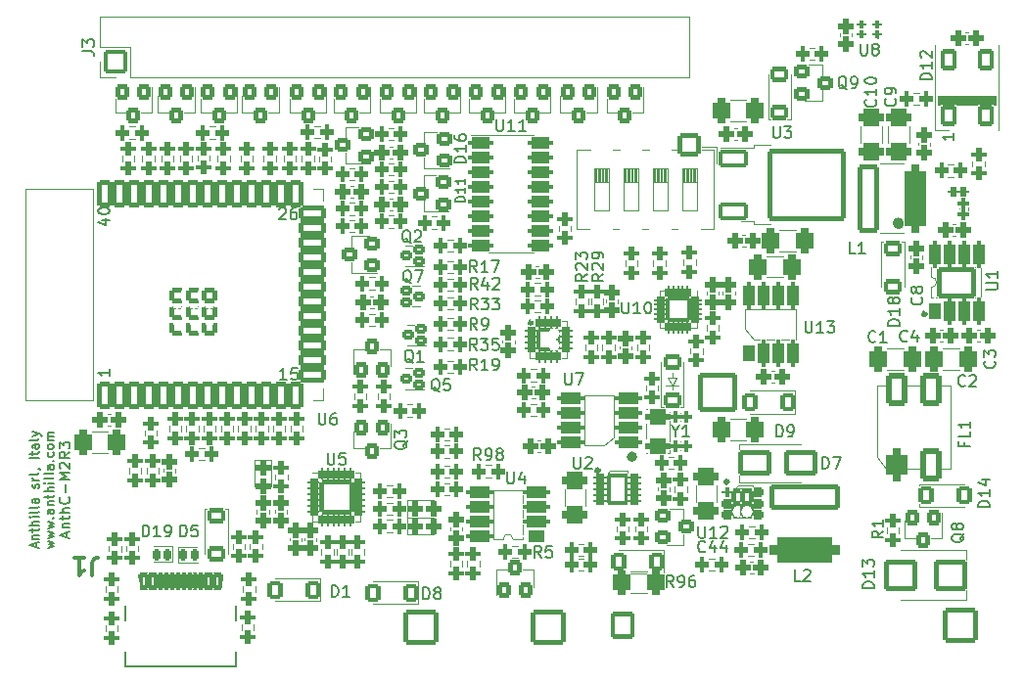
<source format=gto>
G04 #@! TF.GenerationSoftware,KiCad,Pcbnew,7.0.1*
G04 #@! TF.CreationDate,2023-05-18T20:02:14+01:00*
G04 #@! TF.ProjectId,AnthC,416e7468-432e-46b6-9963-61645f706362,rev?*
G04 #@! TF.SameCoordinates,Original*
G04 #@! TF.FileFunction,Legend,Top*
G04 #@! TF.FilePolarity,Positive*
%FSLAX46Y46*%
G04 Gerber Fmt 4.6, Leading zero omitted, Abs format (unit mm)*
G04 Created by KiCad (PCBNEW 7.0.1) date 2023-05-18 20:02:14*
%MOMM*%
%LPD*%
G01*
G04 APERTURE LIST*
G04 Aperture macros list*
%AMRoundRect*
0 Rectangle with rounded corners*
0 $1 Rounding radius*
0 $2 $3 $4 $5 $6 $7 $8 $9 X,Y pos of 4 corners*
0 Add a 4 corners polygon primitive as box body*
4,1,4,$2,$3,$4,$5,$6,$7,$8,$9,$2,$3,0*
0 Add four circle primitives for the rounded corners*
1,1,$1+$1,$2,$3*
1,1,$1+$1,$4,$5*
1,1,$1+$1,$6,$7*
1,1,$1+$1,$8,$9*
0 Add four rect primitives between the rounded corners*
20,1,$1+$1,$2,$3,$4,$5,0*
20,1,$1+$1,$4,$5,$6,$7,0*
20,1,$1+$1,$6,$7,$8,$9,0*
20,1,$1+$1,$8,$9,$2,$3,0*%
G04 Aperture macros list end*
%ADD10C,0.150000*%
%ADD11C,0.300000*%
%ADD12C,0.120000*%
%ADD13C,0.100000*%
%ADD14C,0.500000*%
%ADD15C,0.200000*%
%ADD16C,0.400000*%
%ADD17RoundRect,0.200000X0.600000X-0.450000X0.600000X0.450000X-0.600000X0.450000X-0.600000X-0.450000X0*%
%ADD18RoundRect,0.350000X0.825000X0.150000X-0.825000X0.150000X-0.825000X-0.150000X0.825000X-0.150000X0*%
%ADD19RoundRect,0.450000X-0.650000X0.250000X-0.650000X-0.250000X0.650000X-0.250000X0.650000X0.250000X0*%
%ADD20RoundRect,0.425000X0.225000X0.250000X-0.225000X0.250000X-0.225000X-0.250000X0.225000X-0.250000X0*%
%ADD21RoundRect,0.340000X-0.140000X-0.170000X0.140000X-0.170000X0.140000X0.170000X-0.140000X0.170000X0*%
%ADD22C,3.600000*%
%ADD23RoundRect,0.400000X-0.200000X-0.275000X0.200000X-0.275000X0.200000X0.275000X-0.200000X0.275000X0*%
%ADD24RoundRect,0.400000X-0.275000X0.200000X-0.275000X-0.200000X0.275000X-0.200000X0.275000X0.200000X0*%
%ADD25RoundRect,0.400000X0.200000X0.275000X-0.200000X0.275000X-0.200000X-0.275000X0.200000X-0.275000X0*%
%ADD26RoundRect,0.425000X0.250000X-0.225000X0.250000X0.225000X-0.250000X0.225000X-0.250000X-0.225000X0*%
%ADD27RoundRect,0.200000X0.450000X0.400000X-0.450000X0.400000X-0.450000X-0.400000X0.450000X-0.400000X0*%
%ADD28RoundRect,0.425000X-0.250000X0.225000X-0.250000X-0.225000X0.250000X-0.225000X0.250000X0.225000X0*%
%ADD29RoundRect,0.449999X0.325001X0.650001X-0.325001X0.650001X-0.325001X-0.650001X0.325001X-0.650001X0*%
%ADD30RoundRect,0.500000X0.675000X0.000000X-0.675000X0.000000X-0.675000X0.000000X0.675000X0.000000X0*%
%ADD31RoundRect,0.200000X-0.330000X-0.250000X0.330000X-0.250000X0.330000X0.250000X-0.330000X0.250000X0*%
%ADD32RoundRect,0.400000X0.275000X-0.200000X0.275000X0.200000X-0.275000X0.200000X-0.275000X-0.200000X0*%
%ADD33RoundRect,0.425000X-0.225000X-0.250000X0.225000X-0.250000X0.225000X0.250000X-0.225000X0.250000X0*%
%ADD34RoundRect,0.200000X0.400000X-0.450000X0.400000X0.450000X-0.400000X0.450000X-0.400000X-0.450000X0*%
%ADD35RoundRect,0.418750X-0.218750X-0.256250X0.218750X-0.256250X0.218750X0.256250X-0.218750X0.256250X0*%
%ADD36RoundRect,0.500000X0.000000X-0.675000X0.000000X0.675000X0.000000X0.675000X0.000000X-0.675000X0*%
%ADD37RoundRect,0.350000X0.150000X-0.825000X0.150000X0.825000X-0.150000X0.825000X-0.150000X-0.825000X0*%
%ADD38RoundRect,0.340000X0.170000X-0.140000X0.170000X0.140000X-0.170000X0.140000X-0.170000X-0.140000X0*%
%ADD39RoundRect,0.200000X0.450000X0.600000X-0.450000X0.600000X-0.450000X-0.600000X0.450000X-0.600000X0*%
%ADD40RoundRect,0.200000X-0.600000X0.450000X-0.600000X-0.450000X0.600000X-0.450000X0.600000X0.450000X0*%
%ADD41RoundRect,0.200000X0.330000X0.250000X-0.330000X0.250000X-0.330000X-0.250000X0.330000X-0.250000X0*%
%ADD42RoundRect,0.200000X1.500000X-1.145000X1.500000X1.145000X-1.500000X1.145000X-1.500000X-1.145000X0*%
%ADD43RoundRect,0.575000X0.375000X0.875000X-0.375000X0.875000X-0.375000X-0.875000X0.375000X-0.875000X0*%
%ADD44RoundRect,0.255500X0.694500X1.194500X-0.694500X1.194500X-0.694500X-1.194500X0.694500X-1.194500X0*%
%ADD45RoundRect,0.562500X0.362500X2.387500X-0.362500X2.387500X-0.362500X-2.387500X0.362500X-2.387500X0*%
%ADD46RoundRect,0.200000X0.725000X2.750000X-0.725000X2.750000X-0.725000X-2.750000X0.725000X-2.750000X0*%
%ADD47RoundRect,0.300000X0.217500X0.100000X-0.217500X0.100000X-0.217500X-0.100000X0.217500X-0.100000X0*%
%ADD48RoundRect,0.200000X-0.400000X0.450000X-0.400000X-0.450000X0.400000X-0.450000X0.400000X0.450000X0*%
%ADD49RoundRect,0.200000X0.450000X-1.000000X0.450000X1.000000X-0.450000X1.000000X-0.450000X-1.000000X0*%
%ADD50RoundRect,0.200000X1.000000X0.450000X-1.000000X0.450000X-1.000000X-0.450000X1.000000X-0.450000X0*%
%ADD51RoundRect,0.200000X0.450000X-0.450000X0.450000X0.450000X-0.450000X0.450000X-0.450000X-0.450000X0*%
%ADD52C,1.000000*%
%ADD53RoundRect,0.200000X-0.450000X-0.600000X0.450000X-0.600000X0.450000X0.600000X-0.450000X0.600000X0*%
%ADD54RoundRect,0.200000X1.250000X1.150000X-1.250000X1.150000X-1.250000X-1.150000X1.250000X-1.150000X0*%
%ADD55RoundRect,0.449999X-0.325001X-0.650001X0.325001X-0.650001X0.325001X0.650001X-0.325001X0.650001X0*%
%ADD56RoundRect,0.262500X-0.350000X-0.062500X0.350000X-0.062500X0.350000X0.062500X-0.350000X0.062500X0*%
%ADD57RoundRect,0.262500X-0.062500X-0.350000X0.062500X-0.350000X0.062500X0.350000X-0.062500X0.350000X0*%
%ADD58RoundRect,0.200000X-0.850000X-0.850000X0.850000X-0.850000X0.850000X0.850000X-0.850000X0.850000X0*%
%ADD59RoundRect,0.200000X-0.450000X-0.400000X0.450000X-0.400000X0.450000X0.400000X-0.450000X0.400000X0*%
%ADD60RoundRect,0.200000X0.850000X-0.850000X0.850000X0.850000X-0.850000X0.850000X-0.850000X-0.850000X0*%
%ADD61O,2.100000X2.100000*%
%ADD62C,1.050000*%
%ADD63RoundRect,0.200000X-0.300000X-0.575000X0.300000X-0.575000X0.300000X0.575000X-0.300000X0.575000X0*%
%ADD64RoundRect,0.200000X-0.150000X-0.575000X0.150000X-0.575000X0.150000X0.575000X-0.150000X0.575000X0*%
%ADD65O,1.400000X2.400000*%
%ADD66O,1.450000X2.500000*%
%ADD67RoundRect,0.449999X-0.650001X0.325001X-0.650001X-0.325001X0.650001X-0.325001X0.650001X0.325001X0*%
%ADD68RoundRect,0.200000X-1.300000X-1.300000X1.300000X-1.300000X1.300000X1.300000X-1.300000X1.300000X0*%
%ADD69RoundRect,0.275000X0.175000X0.075000X-0.175000X0.075000X-0.175000X-0.075000X0.175000X-0.075000X0*%
%ADD70RoundRect,0.350000X-0.725000X-0.150000X0.725000X-0.150000X0.725000X0.150000X-0.725000X0.150000X0*%
%ADD71RoundRect,0.418750X-0.256250X0.218750X-0.256250X-0.218750X0.256250X-0.218750X0.256250X0.218750X0*%
%ADD72RoundRect,0.200000X-0.825000X-1.190000X0.825000X-1.190000X0.825000X1.190000X-0.825000X1.190000X0*%
%ADD73RoundRect,0.262500X-0.362500X-0.062500X0.362500X-0.062500X0.362500X0.062500X-0.362500X0.062500X0*%
%ADD74RoundRect,0.449999X0.650001X-0.325001X0.650001X0.325001X-0.650001X0.325001X-0.650001X-0.325001X0*%
%ADD75RoundRect,0.200000X-1.250000X-0.900000X1.250000X-0.900000X1.250000X0.900000X-1.250000X0.900000X0*%
%ADD76RoundRect,0.200000X-1.100000X-0.600000X1.100000X-0.600000X1.100000X0.600000X-1.100000X0.600000X0*%
%ADD77RoundRect,0.200000X-3.200000X-2.900000X3.200000X-2.900000X3.200000X2.900000X-3.200000X2.900000X0*%
%ADD78RoundRect,0.200000X-0.800000X0.800000X-0.800000X-0.800000X0.800000X-0.800000X0.800000X0.800000X0*%
%ADD79O,2.000000X2.000000*%
%ADD80RoundRect,0.200000X-0.500000X0.750000X-0.500000X-0.750000X0.500000X-0.750000X0.500000X0.750000X0*%
%ADD81RoundRect,0.250000X-0.050000X0.312500X-0.050000X-0.312500X0.050000X-0.312500X0.050000X0.312500X0*%
%ADD82RoundRect,0.250000X-0.312500X0.050000X-0.312500X-0.050000X0.312500X-0.050000X0.312500X0.050000X0*%
%ADD83RoundRect,0.200000X-0.925000X0.925000X-0.925000X-0.925000X0.925000X-0.925000X0.925000X0.925000X0*%
%ADD84RoundRect,0.650000X2.400000X-0.450000X2.400000X0.450000X-2.400000X0.450000X-2.400000X-0.450000X0*%
%ADD85RoundRect,0.200000X2.850000X-0.900000X2.850000X0.900000X-2.850000X0.900000X-2.850000X-0.900000X0*%
%ADD86RoundRect,0.312500X-0.202500X-0.112500X0.202500X-0.112500X0.202500X0.112500X-0.202500X0.112500X0*%
%ADD87RoundRect,0.200000X-0.315000X-0.225000X0.315000X-0.225000X0.315000X0.225000X-0.315000X0.225000X0*%
%ADD88RoundRect,0.200000X-0.400000X-0.525000X0.400000X-0.525000X0.400000X0.525000X-0.400000X0.525000X0*%
%ADD89RoundRect,0.200000X-0.175000X-0.300000X0.175000X-0.300000X0.175000X0.300000X-0.175000X0.300000X0*%
%ADD90RoundRect,0.200000X0.175000X0.300000X-0.175000X0.300000X-0.175000X-0.300000X0.175000X-0.300000X0*%
%ADD91RoundRect,0.200000X1.500000X1.500000X-1.500000X1.500000X-1.500000X-1.500000X1.500000X-1.500000X0*%
%ADD92C,3.400000*%
%ADD93O,2.100000X2.400000*%
%ADD94RoundRect,0.200000X0.850000X1.000000X-0.850000X1.000000X-0.850000X-1.000000X0.850000X-1.000000X0*%
%ADD95RoundRect,0.200000X1.300000X1.300000X-1.300000X1.300000X-1.300000X-1.300000X1.300000X-1.300000X0*%
%ADD96C,3.000000*%
G04 APERTURE END LIST*
D10*
X184159214Y-140914286D02*
X184159214Y-140485715D01*
X184416357Y-141000000D02*
X183516357Y-140700000D01*
X183516357Y-140700000D02*
X184416357Y-140400000D01*
X183816357Y-140100000D02*
X184416357Y-140100000D01*
X183902071Y-140100000D02*
X183859214Y-140057143D01*
X183859214Y-140057143D02*
X183816357Y-139971428D01*
X183816357Y-139971428D02*
X183816357Y-139842857D01*
X183816357Y-139842857D02*
X183859214Y-139757143D01*
X183859214Y-139757143D02*
X183944928Y-139714286D01*
X183944928Y-139714286D02*
X184416357Y-139714286D01*
X183816357Y-139414285D02*
X183816357Y-139071428D01*
X183516357Y-139285714D02*
X184287785Y-139285714D01*
X184287785Y-139285714D02*
X184373500Y-139242857D01*
X184373500Y-139242857D02*
X184416357Y-139157142D01*
X184416357Y-139157142D02*
X184416357Y-139071428D01*
X184416357Y-138771428D02*
X183516357Y-138771428D01*
X184416357Y-138385714D02*
X183944928Y-138385714D01*
X183944928Y-138385714D02*
X183859214Y-138428571D01*
X183859214Y-138428571D02*
X183816357Y-138514285D01*
X183816357Y-138514285D02*
X183816357Y-138642856D01*
X183816357Y-138642856D02*
X183859214Y-138728571D01*
X183859214Y-138728571D02*
X183902071Y-138771428D01*
X184330642Y-137442856D02*
X184373500Y-137485713D01*
X184373500Y-137485713D02*
X184416357Y-137614285D01*
X184416357Y-137614285D02*
X184416357Y-137699999D01*
X184416357Y-137699999D02*
X184373500Y-137828570D01*
X184373500Y-137828570D02*
X184287785Y-137914285D01*
X184287785Y-137914285D02*
X184202071Y-137957142D01*
X184202071Y-137957142D02*
X184030642Y-137999999D01*
X184030642Y-137999999D02*
X183902071Y-137999999D01*
X183902071Y-137999999D02*
X183730642Y-137957142D01*
X183730642Y-137957142D02*
X183644928Y-137914285D01*
X183644928Y-137914285D02*
X183559214Y-137828570D01*
X183559214Y-137828570D02*
X183516357Y-137699999D01*
X183516357Y-137699999D02*
X183516357Y-137614285D01*
X183516357Y-137614285D02*
X183559214Y-137485713D01*
X183559214Y-137485713D02*
X183602071Y-137442856D01*
X184073500Y-137057142D02*
X184073500Y-136371428D01*
X184416357Y-135942856D02*
X183516357Y-135942856D01*
X183516357Y-135942856D02*
X184159214Y-135642856D01*
X184159214Y-135642856D02*
X183516357Y-135342856D01*
X183516357Y-135342856D02*
X184416357Y-135342856D01*
X183602071Y-134957142D02*
X183559214Y-134914285D01*
X183559214Y-134914285D02*
X183516357Y-134828571D01*
X183516357Y-134828571D02*
X183516357Y-134614285D01*
X183516357Y-134614285D02*
X183559214Y-134528571D01*
X183559214Y-134528571D02*
X183602071Y-134485713D01*
X183602071Y-134485713D02*
X183687785Y-134442856D01*
X183687785Y-134442856D02*
X183773500Y-134442856D01*
X183773500Y-134442856D02*
X183902071Y-134485713D01*
X183902071Y-134485713D02*
X184416357Y-134999999D01*
X184416357Y-134999999D02*
X184416357Y-134442856D01*
X184416357Y-133542856D02*
X183987785Y-133842856D01*
X184416357Y-134057142D02*
X183516357Y-134057142D01*
X183516357Y-134057142D02*
X183516357Y-133714285D01*
X183516357Y-133714285D02*
X183559214Y-133628570D01*
X183559214Y-133628570D02*
X183602071Y-133585713D01*
X183602071Y-133585713D02*
X183687785Y-133542856D01*
X183687785Y-133542856D02*
X183816357Y-133542856D01*
X183816357Y-133542856D02*
X183902071Y-133585713D01*
X183902071Y-133585713D02*
X183944928Y-133628570D01*
X183944928Y-133628570D02*
X183987785Y-133714285D01*
X183987785Y-133714285D02*
X183987785Y-134057142D01*
X183516357Y-133242856D02*
X183516357Y-132685713D01*
X183516357Y-132685713D02*
X183859214Y-132985713D01*
X183859214Y-132985713D02*
X183859214Y-132857142D01*
X183859214Y-132857142D02*
X183902071Y-132771428D01*
X183902071Y-132771428D02*
X183944928Y-132728570D01*
X183944928Y-132728570D02*
X184030642Y-132685713D01*
X184030642Y-132685713D02*
X184244928Y-132685713D01*
X184244928Y-132685713D02*
X184330642Y-132728570D01*
X184330642Y-132728570D02*
X184373500Y-132771428D01*
X184373500Y-132771428D02*
X184416357Y-132857142D01*
X184416357Y-132857142D02*
X184416357Y-133114285D01*
X184416357Y-133114285D02*
X184373500Y-133199999D01*
X184373500Y-133199999D02*
X184330642Y-133242856D01*
X181493523Y-141790477D02*
X181493523Y-141409524D01*
X181722095Y-141866667D02*
X180922095Y-141600000D01*
X180922095Y-141600000D02*
X181722095Y-141333334D01*
X181188761Y-141066667D02*
X181722095Y-141066667D01*
X181264952Y-141066667D02*
X181226857Y-141028572D01*
X181226857Y-141028572D02*
X181188761Y-140952382D01*
X181188761Y-140952382D02*
X181188761Y-140838096D01*
X181188761Y-140838096D02*
X181226857Y-140761905D01*
X181226857Y-140761905D02*
X181303047Y-140723810D01*
X181303047Y-140723810D02*
X181722095Y-140723810D01*
X181188761Y-140457143D02*
X181188761Y-140152381D01*
X180922095Y-140342857D02*
X181607809Y-140342857D01*
X181607809Y-140342857D02*
X181684000Y-140304762D01*
X181684000Y-140304762D02*
X181722095Y-140228572D01*
X181722095Y-140228572D02*
X181722095Y-140152381D01*
X181722095Y-139885714D02*
X180922095Y-139885714D01*
X181722095Y-139542857D02*
X181303047Y-139542857D01*
X181303047Y-139542857D02*
X181226857Y-139580952D01*
X181226857Y-139580952D02*
X181188761Y-139657143D01*
X181188761Y-139657143D02*
X181188761Y-139771429D01*
X181188761Y-139771429D02*
X181226857Y-139847619D01*
X181226857Y-139847619D02*
X181264952Y-139885714D01*
X181722095Y-139161904D02*
X181188761Y-139161904D01*
X180922095Y-139161904D02*
X180960190Y-139200000D01*
X180960190Y-139200000D02*
X180998285Y-139161904D01*
X180998285Y-139161904D02*
X180960190Y-139123809D01*
X180960190Y-139123809D02*
X180922095Y-139161904D01*
X180922095Y-139161904D02*
X180998285Y-139161904D01*
X181722095Y-138666667D02*
X181684000Y-138742857D01*
X181684000Y-138742857D02*
X181607809Y-138780952D01*
X181607809Y-138780952D02*
X180922095Y-138780952D01*
X181722095Y-138247619D02*
X181684000Y-138323809D01*
X181684000Y-138323809D02*
X181607809Y-138361904D01*
X181607809Y-138361904D02*
X180922095Y-138361904D01*
X181722095Y-137599999D02*
X181303047Y-137599999D01*
X181303047Y-137599999D02*
X181226857Y-137638094D01*
X181226857Y-137638094D02*
X181188761Y-137714285D01*
X181188761Y-137714285D02*
X181188761Y-137866666D01*
X181188761Y-137866666D02*
X181226857Y-137942856D01*
X181684000Y-137599999D02*
X181722095Y-137676190D01*
X181722095Y-137676190D02*
X181722095Y-137866666D01*
X181722095Y-137866666D02*
X181684000Y-137942856D01*
X181684000Y-137942856D02*
X181607809Y-137980952D01*
X181607809Y-137980952D02*
X181531619Y-137980952D01*
X181531619Y-137980952D02*
X181455428Y-137942856D01*
X181455428Y-137942856D02*
X181417333Y-137866666D01*
X181417333Y-137866666D02*
X181417333Y-137676190D01*
X181417333Y-137676190D02*
X181379238Y-137599999D01*
X181684000Y-136647618D02*
X181722095Y-136571427D01*
X181722095Y-136571427D02*
X181722095Y-136419046D01*
X181722095Y-136419046D02*
X181684000Y-136342856D01*
X181684000Y-136342856D02*
X181607809Y-136304760D01*
X181607809Y-136304760D02*
X181569714Y-136304760D01*
X181569714Y-136304760D02*
X181493523Y-136342856D01*
X181493523Y-136342856D02*
X181455428Y-136419046D01*
X181455428Y-136419046D02*
X181455428Y-136533332D01*
X181455428Y-136533332D02*
X181417333Y-136609522D01*
X181417333Y-136609522D02*
X181341142Y-136647618D01*
X181341142Y-136647618D02*
X181303047Y-136647618D01*
X181303047Y-136647618D02*
X181226857Y-136609522D01*
X181226857Y-136609522D02*
X181188761Y-136533332D01*
X181188761Y-136533332D02*
X181188761Y-136419046D01*
X181188761Y-136419046D02*
X181226857Y-136342856D01*
X181722095Y-135961903D02*
X181188761Y-135961903D01*
X181341142Y-135961903D02*
X181264952Y-135923808D01*
X181264952Y-135923808D02*
X181226857Y-135885713D01*
X181226857Y-135885713D02*
X181188761Y-135809522D01*
X181188761Y-135809522D02*
X181188761Y-135733332D01*
X181722095Y-135352380D02*
X181684000Y-135428570D01*
X181684000Y-135428570D02*
X181607809Y-135466665D01*
X181607809Y-135466665D02*
X180922095Y-135466665D01*
X181684000Y-135009522D02*
X181722095Y-135009522D01*
X181722095Y-135009522D02*
X181798285Y-135047617D01*
X181798285Y-135047617D02*
X181836380Y-135085713D01*
X181722095Y-134057141D02*
X180922095Y-134057141D01*
X181188761Y-133790475D02*
X181188761Y-133485713D01*
X180922095Y-133676189D02*
X181607809Y-133676189D01*
X181607809Y-133676189D02*
X181684000Y-133638094D01*
X181684000Y-133638094D02*
X181722095Y-133561904D01*
X181722095Y-133561904D02*
X181722095Y-133485713D01*
X181722095Y-132876189D02*
X181303047Y-132876189D01*
X181303047Y-132876189D02*
X181226857Y-132914284D01*
X181226857Y-132914284D02*
X181188761Y-132990475D01*
X181188761Y-132990475D02*
X181188761Y-133142856D01*
X181188761Y-133142856D02*
X181226857Y-133219046D01*
X181684000Y-132876189D02*
X181722095Y-132952380D01*
X181722095Y-132952380D02*
X181722095Y-133142856D01*
X181722095Y-133142856D02*
X181684000Y-133219046D01*
X181684000Y-133219046D02*
X181607809Y-133257142D01*
X181607809Y-133257142D02*
X181531619Y-133257142D01*
X181531619Y-133257142D02*
X181455428Y-133219046D01*
X181455428Y-133219046D02*
X181417333Y-133142856D01*
X181417333Y-133142856D02*
X181417333Y-132952380D01*
X181417333Y-132952380D02*
X181379238Y-132876189D01*
X181722095Y-132380951D02*
X181684000Y-132457141D01*
X181684000Y-132457141D02*
X181607809Y-132495236D01*
X181607809Y-132495236D02*
X180922095Y-132495236D01*
X181188761Y-132152379D02*
X181722095Y-131961903D01*
X181188761Y-131771426D02*
X181722095Y-131961903D01*
X181722095Y-131961903D02*
X181912571Y-132038093D01*
X181912571Y-132038093D02*
X181950666Y-132076188D01*
X181950666Y-132076188D02*
X181988761Y-132152379D01*
X182484761Y-141847619D02*
X183018095Y-141695238D01*
X183018095Y-141695238D02*
X182637142Y-141542857D01*
X182637142Y-141542857D02*
X183018095Y-141390476D01*
X183018095Y-141390476D02*
X182484761Y-141238095D01*
X182484761Y-141009524D02*
X183018095Y-140857143D01*
X183018095Y-140857143D02*
X182637142Y-140704762D01*
X182637142Y-140704762D02*
X183018095Y-140552381D01*
X183018095Y-140552381D02*
X182484761Y-140400000D01*
X182484761Y-140171429D02*
X183018095Y-140019048D01*
X183018095Y-140019048D02*
X182637142Y-139866667D01*
X182637142Y-139866667D02*
X183018095Y-139714286D01*
X183018095Y-139714286D02*
X182484761Y-139561905D01*
X182941904Y-139257143D02*
X182980000Y-139219048D01*
X182980000Y-139219048D02*
X183018095Y-139257143D01*
X183018095Y-139257143D02*
X182980000Y-139295239D01*
X182980000Y-139295239D02*
X182941904Y-139257143D01*
X182941904Y-139257143D02*
X183018095Y-139257143D01*
X183018095Y-138533334D02*
X182599047Y-138533334D01*
X182599047Y-138533334D02*
X182522857Y-138571429D01*
X182522857Y-138571429D02*
X182484761Y-138647620D01*
X182484761Y-138647620D02*
X182484761Y-138800001D01*
X182484761Y-138800001D02*
X182522857Y-138876191D01*
X182980000Y-138533334D02*
X183018095Y-138609525D01*
X183018095Y-138609525D02*
X183018095Y-138800001D01*
X183018095Y-138800001D02*
X182980000Y-138876191D01*
X182980000Y-138876191D02*
X182903809Y-138914287D01*
X182903809Y-138914287D02*
X182827619Y-138914287D01*
X182827619Y-138914287D02*
X182751428Y-138876191D01*
X182751428Y-138876191D02*
X182713333Y-138800001D01*
X182713333Y-138800001D02*
X182713333Y-138609525D01*
X182713333Y-138609525D02*
X182675238Y-138533334D01*
X182484761Y-138152381D02*
X183018095Y-138152381D01*
X182560952Y-138152381D02*
X182522857Y-138114286D01*
X182522857Y-138114286D02*
X182484761Y-138038096D01*
X182484761Y-138038096D02*
X182484761Y-137923810D01*
X182484761Y-137923810D02*
X182522857Y-137847619D01*
X182522857Y-137847619D02*
X182599047Y-137809524D01*
X182599047Y-137809524D02*
X183018095Y-137809524D01*
X182484761Y-137542857D02*
X182484761Y-137238095D01*
X182218095Y-137428571D02*
X182903809Y-137428571D01*
X182903809Y-137428571D02*
X182980000Y-137390476D01*
X182980000Y-137390476D02*
X183018095Y-137314286D01*
X183018095Y-137314286D02*
X183018095Y-137238095D01*
X183018095Y-136971428D02*
X182218095Y-136971428D01*
X183018095Y-136628571D02*
X182599047Y-136628571D01*
X182599047Y-136628571D02*
X182522857Y-136666666D01*
X182522857Y-136666666D02*
X182484761Y-136742857D01*
X182484761Y-136742857D02*
X182484761Y-136857143D01*
X182484761Y-136857143D02*
X182522857Y-136933333D01*
X182522857Y-136933333D02*
X182560952Y-136971428D01*
X183018095Y-136247618D02*
X182484761Y-136247618D01*
X182218095Y-136247618D02*
X182256190Y-136285714D01*
X182256190Y-136285714D02*
X182294285Y-136247618D01*
X182294285Y-136247618D02*
X182256190Y-136209523D01*
X182256190Y-136209523D02*
X182218095Y-136247618D01*
X182218095Y-136247618D02*
X182294285Y-136247618D01*
X183018095Y-135752381D02*
X182980000Y-135828571D01*
X182980000Y-135828571D02*
X182903809Y-135866666D01*
X182903809Y-135866666D02*
X182218095Y-135866666D01*
X183018095Y-135333333D02*
X182980000Y-135409523D01*
X182980000Y-135409523D02*
X182903809Y-135447618D01*
X182903809Y-135447618D02*
X182218095Y-135447618D01*
X183018095Y-134685713D02*
X182599047Y-134685713D01*
X182599047Y-134685713D02*
X182522857Y-134723808D01*
X182522857Y-134723808D02*
X182484761Y-134799999D01*
X182484761Y-134799999D02*
X182484761Y-134952380D01*
X182484761Y-134952380D02*
X182522857Y-135028570D01*
X182980000Y-134685713D02*
X183018095Y-134761904D01*
X183018095Y-134761904D02*
X183018095Y-134952380D01*
X183018095Y-134952380D02*
X182980000Y-135028570D01*
X182980000Y-135028570D02*
X182903809Y-135066666D01*
X182903809Y-135066666D02*
X182827619Y-135066666D01*
X182827619Y-135066666D02*
X182751428Y-135028570D01*
X182751428Y-135028570D02*
X182713333Y-134952380D01*
X182713333Y-134952380D02*
X182713333Y-134761904D01*
X182713333Y-134761904D02*
X182675238Y-134685713D01*
X182941904Y-134304760D02*
X182980000Y-134266665D01*
X182980000Y-134266665D02*
X183018095Y-134304760D01*
X183018095Y-134304760D02*
X182980000Y-134342856D01*
X182980000Y-134342856D02*
X182941904Y-134304760D01*
X182941904Y-134304760D02*
X183018095Y-134304760D01*
X182980000Y-133580951D02*
X183018095Y-133657142D01*
X183018095Y-133657142D02*
X183018095Y-133809523D01*
X183018095Y-133809523D02*
X182980000Y-133885713D01*
X182980000Y-133885713D02*
X182941904Y-133923808D01*
X182941904Y-133923808D02*
X182865714Y-133961904D01*
X182865714Y-133961904D02*
X182637142Y-133961904D01*
X182637142Y-133961904D02*
X182560952Y-133923808D01*
X182560952Y-133923808D02*
X182522857Y-133885713D01*
X182522857Y-133885713D02*
X182484761Y-133809523D01*
X182484761Y-133809523D02*
X182484761Y-133657142D01*
X182484761Y-133657142D02*
X182522857Y-133580951D01*
X183018095Y-133123809D02*
X182980000Y-133199999D01*
X182980000Y-133199999D02*
X182941904Y-133238094D01*
X182941904Y-133238094D02*
X182865714Y-133276190D01*
X182865714Y-133276190D02*
X182637142Y-133276190D01*
X182637142Y-133276190D02*
X182560952Y-133238094D01*
X182560952Y-133238094D02*
X182522857Y-133199999D01*
X182522857Y-133199999D02*
X182484761Y-133123809D01*
X182484761Y-133123809D02*
X182484761Y-133009523D01*
X182484761Y-133009523D02*
X182522857Y-132933332D01*
X182522857Y-132933332D02*
X182560952Y-132895237D01*
X182560952Y-132895237D02*
X182637142Y-132857142D01*
X182637142Y-132857142D02*
X182865714Y-132857142D01*
X182865714Y-132857142D02*
X182941904Y-132895237D01*
X182941904Y-132895237D02*
X182980000Y-132933332D01*
X182980000Y-132933332D02*
X183018095Y-133009523D01*
X183018095Y-133009523D02*
X183018095Y-133123809D01*
X183018095Y-132514284D02*
X182484761Y-132514284D01*
X182560952Y-132514284D02*
X182522857Y-132476189D01*
X182522857Y-132476189D02*
X182484761Y-132399999D01*
X182484761Y-132399999D02*
X182484761Y-132285713D01*
X182484761Y-132285713D02*
X182522857Y-132209522D01*
X182522857Y-132209522D02*
X182599047Y-132171427D01*
X182599047Y-132171427D02*
X183018095Y-132171427D01*
X182599047Y-132171427D02*
X182522857Y-132133332D01*
X182522857Y-132133332D02*
X182484761Y-132057141D01*
X182484761Y-132057141D02*
X182484761Y-131942856D01*
X182484761Y-131942856D02*
X182522857Y-131866665D01*
X182522857Y-131866665D02*
X182599047Y-131828570D01*
X182599047Y-131828570D02*
X183018095Y-131828570D01*
X227238095Y-126712619D02*
X227238095Y-127522142D01*
X227238095Y-127522142D02*
X227285714Y-127617380D01*
X227285714Y-127617380D02*
X227333333Y-127665000D01*
X227333333Y-127665000D02*
X227428571Y-127712619D01*
X227428571Y-127712619D02*
X227619047Y-127712619D01*
X227619047Y-127712619D02*
X227714285Y-127665000D01*
X227714285Y-127665000D02*
X227761904Y-127617380D01*
X227761904Y-127617380D02*
X227809523Y-127522142D01*
X227809523Y-127522142D02*
X227809523Y-126712619D01*
X228190476Y-126712619D02*
X228857142Y-126712619D01*
X228857142Y-126712619D02*
X228428571Y-127712619D01*
X236773809Y-131736428D02*
X236773809Y-132212619D01*
X236440476Y-131212619D02*
X236773809Y-131736428D01*
X236773809Y-131736428D02*
X237107142Y-131212619D01*
X237964285Y-132212619D02*
X237392857Y-132212619D01*
X237678571Y-132212619D02*
X237678571Y-131212619D01*
X237678571Y-131212619D02*
X237583333Y-131355476D01*
X237583333Y-131355476D02*
X237488095Y-131450714D01*
X237488095Y-131450714D02*
X237392857Y-131498333D01*
X230562619Y-118142857D02*
X230086428Y-118476190D01*
X230562619Y-118714285D02*
X229562619Y-118714285D01*
X229562619Y-118714285D02*
X229562619Y-118333333D01*
X229562619Y-118333333D02*
X229610238Y-118238095D01*
X229610238Y-118238095D02*
X229657857Y-118190476D01*
X229657857Y-118190476D02*
X229753095Y-118142857D01*
X229753095Y-118142857D02*
X229895952Y-118142857D01*
X229895952Y-118142857D02*
X229991190Y-118190476D01*
X229991190Y-118190476D02*
X230038809Y-118238095D01*
X230038809Y-118238095D02*
X230086428Y-118333333D01*
X230086428Y-118333333D02*
X230086428Y-118714285D01*
X229657857Y-117761904D02*
X229610238Y-117714285D01*
X229610238Y-117714285D02*
X229562619Y-117619047D01*
X229562619Y-117619047D02*
X229562619Y-117380952D01*
X229562619Y-117380952D02*
X229610238Y-117285714D01*
X229610238Y-117285714D02*
X229657857Y-117238095D01*
X229657857Y-117238095D02*
X229753095Y-117190476D01*
X229753095Y-117190476D02*
X229848333Y-117190476D01*
X229848333Y-117190476D02*
X229991190Y-117238095D01*
X229991190Y-117238095D02*
X230562619Y-117809523D01*
X230562619Y-117809523D02*
X230562619Y-117190476D01*
X230562619Y-116714285D02*
X230562619Y-116523809D01*
X230562619Y-116523809D02*
X230515000Y-116428571D01*
X230515000Y-116428571D02*
X230467380Y-116380952D01*
X230467380Y-116380952D02*
X230324523Y-116285714D01*
X230324523Y-116285714D02*
X230134047Y-116238095D01*
X230134047Y-116238095D02*
X229753095Y-116238095D01*
X229753095Y-116238095D02*
X229657857Y-116285714D01*
X229657857Y-116285714D02*
X229610238Y-116333333D01*
X229610238Y-116333333D02*
X229562619Y-116428571D01*
X229562619Y-116428571D02*
X229562619Y-116619047D01*
X229562619Y-116619047D02*
X229610238Y-116714285D01*
X229610238Y-116714285D02*
X229657857Y-116761904D01*
X229657857Y-116761904D02*
X229753095Y-116809523D01*
X229753095Y-116809523D02*
X229991190Y-116809523D01*
X229991190Y-116809523D02*
X230086428Y-116761904D01*
X230086428Y-116761904D02*
X230134047Y-116714285D01*
X230134047Y-116714285D02*
X230181666Y-116619047D01*
X230181666Y-116619047D02*
X230181666Y-116428571D01*
X230181666Y-116428571D02*
X230134047Y-116333333D01*
X230134047Y-116333333D02*
X230086428Y-116285714D01*
X230086428Y-116285714D02*
X229991190Y-116238095D01*
X222238095Y-135262619D02*
X222238095Y-136072142D01*
X222238095Y-136072142D02*
X222285714Y-136167380D01*
X222285714Y-136167380D02*
X222333333Y-136215000D01*
X222333333Y-136215000D02*
X222428571Y-136262619D01*
X222428571Y-136262619D02*
X222619047Y-136262619D01*
X222619047Y-136262619D02*
X222714285Y-136215000D01*
X222714285Y-136215000D02*
X222761904Y-136167380D01*
X222761904Y-136167380D02*
X222809523Y-136072142D01*
X222809523Y-136072142D02*
X222809523Y-135262619D01*
X223714285Y-135595952D02*
X223714285Y-136262619D01*
X223476190Y-135215000D02*
X223238095Y-135929285D01*
X223238095Y-135929285D02*
X223857142Y-135929285D01*
X219607142Y-124712619D02*
X219273809Y-124236428D01*
X219035714Y-124712619D02*
X219035714Y-123712619D01*
X219035714Y-123712619D02*
X219416666Y-123712619D01*
X219416666Y-123712619D02*
X219511904Y-123760238D01*
X219511904Y-123760238D02*
X219559523Y-123807857D01*
X219559523Y-123807857D02*
X219607142Y-123903095D01*
X219607142Y-123903095D02*
X219607142Y-124045952D01*
X219607142Y-124045952D02*
X219559523Y-124141190D01*
X219559523Y-124141190D02*
X219511904Y-124188809D01*
X219511904Y-124188809D02*
X219416666Y-124236428D01*
X219416666Y-124236428D02*
X219035714Y-124236428D01*
X219940476Y-123712619D02*
X220559523Y-123712619D01*
X220559523Y-123712619D02*
X220226190Y-124093571D01*
X220226190Y-124093571D02*
X220369047Y-124093571D01*
X220369047Y-124093571D02*
X220464285Y-124141190D01*
X220464285Y-124141190D02*
X220511904Y-124188809D01*
X220511904Y-124188809D02*
X220559523Y-124284047D01*
X220559523Y-124284047D02*
X220559523Y-124522142D01*
X220559523Y-124522142D02*
X220511904Y-124617380D01*
X220511904Y-124617380D02*
X220464285Y-124665000D01*
X220464285Y-124665000D02*
X220369047Y-124712619D01*
X220369047Y-124712619D02*
X220083333Y-124712619D01*
X220083333Y-124712619D02*
X219988095Y-124665000D01*
X219988095Y-124665000D02*
X219940476Y-124617380D01*
X221464285Y-123712619D02*
X220988095Y-123712619D01*
X220988095Y-123712619D02*
X220940476Y-124188809D01*
X220940476Y-124188809D02*
X220988095Y-124141190D01*
X220988095Y-124141190D02*
X221083333Y-124093571D01*
X221083333Y-124093571D02*
X221321428Y-124093571D01*
X221321428Y-124093571D02*
X221416666Y-124141190D01*
X221416666Y-124141190D02*
X221464285Y-124188809D01*
X221464285Y-124188809D02*
X221511904Y-124284047D01*
X221511904Y-124284047D02*
X221511904Y-124522142D01*
X221511904Y-124522142D02*
X221464285Y-124617380D01*
X221464285Y-124617380D02*
X221416666Y-124665000D01*
X221416666Y-124665000D02*
X221321428Y-124712619D01*
X221321428Y-124712619D02*
X221083333Y-124712619D01*
X221083333Y-124712619D02*
X220988095Y-124665000D01*
X220988095Y-124665000D02*
X220940476Y-124617380D01*
X214104761Y-125807857D02*
X214009523Y-125760238D01*
X214009523Y-125760238D02*
X213914285Y-125665000D01*
X213914285Y-125665000D02*
X213771428Y-125522142D01*
X213771428Y-125522142D02*
X213676190Y-125474523D01*
X213676190Y-125474523D02*
X213580952Y-125474523D01*
X213628571Y-125712619D02*
X213533333Y-125665000D01*
X213533333Y-125665000D02*
X213438095Y-125569761D01*
X213438095Y-125569761D02*
X213390476Y-125379285D01*
X213390476Y-125379285D02*
X213390476Y-125045952D01*
X213390476Y-125045952D02*
X213438095Y-124855476D01*
X213438095Y-124855476D02*
X213533333Y-124760238D01*
X213533333Y-124760238D02*
X213628571Y-124712619D01*
X213628571Y-124712619D02*
X213819047Y-124712619D01*
X213819047Y-124712619D02*
X213914285Y-124760238D01*
X213914285Y-124760238D02*
X214009523Y-124855476D01*
X214009523Y-124855476D02*
X214057142Y-125045952D01*
X214057142Y-125045952D02*
X214057142Y-125379285D01*
X214057142Y-125379285D02*
X214009523Y-125569761D01*
X214009523Y-125569761D02*
X213914285Y-125665000D01*
X213914285Y-125665000D02*
X213819047Y-125712619D01*
X213819047Y-125712619D02*
X213628571Y-125712619D01*
X215009523Y-125712619D02*
X214438095Y-125712619D01*
X214723809Y-125712619D02*
X214723809Y-124712619D01*
X214723809Y-124712619D02*
X214628571Y-124855476D01*
X214628571Y-124855476D02*
X214533333Y-124950714D01*
X214533333Y-124950714D02*
X214438095Y-124998333D01*
X219607142Y-117962619D02*
X219273809Y-117486428D01*
X219035714Y-117962619D02*
X219035714Y-116962619D01*
X219035714Y-116962619D02*
X219416666Y-116962619D01*
X219416666Y-116962619D02*
X219511904Y-117010238D01*
X219511904Y-117010238D02*
X219559523Y-117057857D01*
X219559523Y-117057857D02*
X219607142Y-117153095D01*
X219607142Y-117153095D02*
X219607142Y-117295952D01*
X219607142Y-117295952D02*
X219559523Y-117391190D01*
X219559523Y-117391190D02*
X219511904Y-117438809D01*
X219511904Y-117438809D02*
X219416666Y-117486428D01*
X219416666Y-117486428D02*
X219035714Y-117486428D01*
X220559523Y-117962619D02*
X219988095Y-117962619D01*
X220273809Y-117962619D02*
X220273809Y-116962619D01*
X220273809Y-116962619D02*
X220178571Y-117105476D01*
X220178571Y-117105476D02*
X220083333Y-117200714D01*
X220083333Y-117200714D02*
X219988095Y-117248333D01*
X220892857Y-116962619D02*
X221559523Y-116962619D01*
X221559523Y-116962619D02*
X221130952Y-117962619D01*
X219607142Y-126462619D02*
X219273809Y-125986428D01*
X219035714Y-126462619D02*
X219035714Y-125462619D01*
X219035714Y-125462619D02*
X219416666Y-125462619D01*
X219416666Y-125462619D02*
X219511904Y-125510238D01*
X219511904Y-125510238D02*
X219559523Y-125557857D01*
X219559523Y-125557857D02*
X219607142Y-125653095D01*
X219607142Y-125653095D02*
X219607142Y-125795952D01*
X219607142Y-125795952D02*
X219559523Y-125891190D01*
X219559523Y-125891190D02*
X219511904Y-125938809D01*
X219511904Y-125938809D02*
X219416666Y-125986428D01*
X219416666Y-125986428D02*
X219035714Y-125986428D01*
X220559523Y-126462619D02*
X219988095Y-126462619D01*
X220273809Y-126462619D02*
X220273809Y-125462619D01*
X220273809Y-125462619D02*
X220178571Y-125605476D01*
X220178571Y-125605476D02*
X220083333Y-125700714D01*
X220083333Y-125700714D02*
X219988095Y-125748333D01*
X221035714Y-126462619D02*
X221226190Y-126462619D01*
X221226190Y-126462619D02*
X221321428Y-126415000D01*
X221321428Y-126415000D02*
X221369047Y-126367380D01*
X221369047Y-126367380D02*
X221464285Y-126224523D01*
X221464285Y-126224523D02*
X221511904Y-126034047D01*
X221511904Y-126034047D02*
X221511904Y-125653095D01*
X221511904Y-125653095D02*
X221464285Y-125557857D01*
X221464285Y-125557857D02*
X221416666Y-125510238D01*
X221416666Y-125510238D02*
X221321428Y-125462619D01*
X221321428Y-125462619D02*
X221130952Y-125462619D01*
X221130952Y-125462619D02*
X221035714Y-125510238D01*
X221035714Y-125510238D02*
X220988095Y-125557857D01*
X220988095Y-125557857D02*
X220940476Y-125653095D01*
X220940476Y-125653095D02*
X220940476Y-125891190D01*
X220940476Y-125891190D02*
X220988095Y-125986428D01*
X220988095Y-125986428D02*
X221035714Y-126034047D01*
X221035714Y-126034047D02*
X221130952Y-126081666D01*
X221130952Y-126081666D02*
X221321428Y-126081666D01*
X221321428Y-126081666D02*
X221416666Y-126034047D01*
X221416666Y-126034047D02*
X221464285Y-125986428D01*
X221464285Y-125986428D02*
X221511904Y-125891190D01*
X219657142Y-121212619D02*
X219323809Y-120736428D01*
X219085714Y-121212619D02*
X219085714Y-120212619D01*
X219085714Y-120212619D02*
X219466666Y-120212619D01*
X219466666Y-120212619D02*
X219561904Y-120260238D01*
X219561904Y-120260238D02*
X219609523Y-120307857D01*
X219609523Y-120307857D02*
X219657142Y-120403095D01*
X219657142Y-120403095D02*
X219657142Y-120545952D01*
X219657142Y-120545952D02*
X219609523Y-120641190D01*
X219609523Y-120641190D02*
X219561904Y-120688809D01*
X219561904Y-120688809D02*
X219466666Y-120736428D01*
X219466666Y-120736428D02*
X219085714Y-120736428D01*
X219990476Y-120212619D02*
X220609523Y-120212619D01*
X220609523Y-120212619D02*
X220276190Y-120593571D01*
X220276190Y-120593571D02*
X220419047Y-120593571D01*
X220419047Y-120593571D02*
X220514285Y-120641190D01*
X220514285Y-120641190D02*
X220561904Y-120688809D01*
X220561904Y-120688809D02*
X220609523Y-120784047D01*
X220609523Y-120784047D02*
X220609523Y-121022142D01*
X220609523Y-121022142D02*
X220561904Y-121117380D01*
X220561904Y-121117380D02*
X220514285Y-121165000D01*
X220514285Y-121165000D02*
X220419047Y-121212619D01*
X220419047Y-121212619D02*
X220133333Y-121212619D01*
X220133333Y-121212619D02*
X220038095Y-121165000D01*
X220038095Y-121165000D02*
X219990476Y-121117380D01*
X220942857Y-120212619D02*
X221561904Y-120212619D01*
X221561904Y-120212619D02*
X221228571Y-120593571D01*
X221228571Y-120593571D02*
X221371428Y-120593571D01*
X221371428Y-120593571D02*
X221466666Y-120641190D01*
X221466666Y-120641190D02*
X221514285Y-120688809D01*
X221514285Y-120688809D02*
X221561904Y-120784047D01*
X221561904Y-120784047D02*
X221561904Y-121022142D01*
X221561904Y-121022142D02*
X221514285Y-121117380D01*
X221514285Y-121117380D02*
X221466666Y-121165000D01*
X221466666Y-121165000D02*
X221371428Y-121212619D01*
X221371428Y-121212619D02*
X221085714Y-121212619D01*
X221085714Y-121212619D02*
X220990476Y-121165000D01*
X220990476Y-121165000D02*
X220942857Y-121117380D01*
X219657142Y-119462619D02*
X219323809Y-118986428D01*
X219085714Y-119462619D02*
X219085714Y-118462619D01*
X219085714Y-118462619D02*
X219466666Y-118462619D01*
X219466666Y-118462619D02*
X219561904Y-118510238D01*
X219561904Y-118510238D02*
X219609523Y-118557857D01*
X219609523Y-118557857D02*
X219657142Y-118653095D01*
X219657142Y-118653095D02*
X219657142Y-118795952D01*
X219657142Y-118795952D02*
X219609523Y-118891190D01*
X219609523Y-118891190D02*
X219561904Y-118938809D01*
X219561904Y-118938809D02*
X219466666Y-118986428D01*
X219466666Y-118986428D02*
X219085714Y-118986428D01*
X220514285Y-118795952D02*
X220514285Y-119462619D01*
X220276190Y-118415000D02*
X220038095Y-119129285D01*
X220038095Y-119129285D02*
X220657142Y-119129285D01*
X220990476Y-118557857D02*
X221038095Y-118510238D01*
X221038095Y-118510238D02*
X221133333Y-118462619D01*
X221133333Y-118462619D02*
X221371428Y-118462619D01*
X221371428Y-118462619D02*
X221466666Y-118510238D01*
X221466666Y-118510238D02*
X221514285Y-118557857D01*
X221514285Y-118557857D02*
X221561904Y-118653095D01*
X221561904Y-118653095D02*
X221561904Y-118748333D01*
X221561904Y-118748333D02*
X221514285Y-118891190D01*
X221514285Y-118891190D02*
X220942857Y-119462619D01*
X220942857Y-119462619D02*
X221561904Y-119462619D01*
X248011905Y-122212619D02*
X248011905Y-123022142D01*
X248011905Y-123022142D02*
X248059524Y-123117380D01*
X248059524Y-123117380D02*
X248107143Y-123165000D01*
X248107143Y-123165000D02*
X248202381Y-123212619D01*
X248202381Y-123212619D02*
X248392857Y-123212619D01*
X248392857Y-123212619D02*
X248488095Y-123165000D01*
X248488095Y-123165000D02*
X248535714Y-123117380D01*
X248535714Y-123117380D02*
X248583333Y-123022142D01*
X248583333Y-123022142D02*
X248583333Y-122212619D01*
X249583333Y-123212619D02*
X249011905Y-123212619D01*
X249297619Y-123212619D02*
X249297619Y-122212619D01*
X249297619Y-122212619D02*
X249202381Y-122355476D01*
X249202381Y-122355476D02*
X249107143Y-122450714D01*
X249107143Y-122450714D02*
X249011905Y-122498333D01*
X249916667Y-122212619D02*
X250535714Y-122212619D01*
X250535714Y-122212619D02*
X250202381Y-122593571D01*
X250202381Y-122593571D02*
X250345238Y-122593571D01*
X250345238Y-122593571D02*
X250440476Y-122641190D01*
X250440476Y-122641190D02*
X250488095Y-122688809D01*
X250488095Y-122688809D02*
X250535714Y-122784047D01*
X250535714Y-122784047D02*
X250535714Y-123022142D01*
X250535714Y-123022142D02*
X250488095Y-123117380D01*
X250488095Y-123117380D02*
X250440476Y-123165000D01*
X250440476Y-123165000D02*
X250345238Y-123212619D01*
X250345238Y-123212619D02*
X250059524Y-123212619D01*
X250059524Y-123212619D02*
X249964286Y-123165000D01*
X249964286Y-123165000D02*
X249916667Y-123117380D01*
X256833333Y-123917380D02*
X256785714Y-123965000D01*
X256785714Y-123965000D02*
X256642857Y-124012619D01*
X256642857Y-124012619D02*
X256547619Y-124012619D01*
X256547619Y-124012619D02*
X256404762Y-123965000D01*
X256404762Y-123965000D02*
X256309524Y-123869761D01*
X256309524Y-123869761D02*
X256261905Y-123774523D01*
X256261905Y-123774523D02*
X256214286Y-123584047D01*
X256214286Y-123584047D02*
X256214286Y-123441190D01*
X256214286Y-123441190D02*
X256261905Y-123250714D01*
X256261905Y-123250714D02*
X256309524Y-123155476D01*
X256309524Y-123155476D02*
X256404762Y-123060238D01*
X256404762Y-123060238D02*
X256547619Y-123012619D01*
X256547619Y-123012619D02*
X256642857Y-123012619D01*
X256642857Y-123012619D02*
X256785714Y-123060238D01*
X256785714Y-123060238D02*
X256833333Y-123107857D01*
X257690476Y-123345952D02*
X257690476Y-124012619D01*
X257452381Y-122965000D02*
X257214286Y-123679285D01*
X257214286Y-123679285D02*
X257833333Y-123679285D01*
X207061905Y-146062619D02*
X207061905Y-145062619D01*
X207061905Y-145062619D02*
X207300000Y-145062619D01*
X207300000Y-145062619D02*
X207442857Y-145110238D01*
X207442857Y-145110238D02*
X207538095Y-145205476D01*
X207538095Y-145205476D02*
X207585714Y-145300714D01*
X207585714Y-145300714D02*
X207633333Y-145491190D01*
X207633333Y-145491190D02*
X207633333Y-145634047D01*
X207633333Y-145634047D02*
X207585714Y-145824523D01*
X207585714Y-145824523D02*
X207538095Y-145919761D01*
X207538095Y-145919761D02*
X207442857Y-146015000D01*
X207442857Y-146015000D02*
X207300000Y-146062619D01*
X207300000Y-146062619D02*
X207061905Y-146062619D01*
X208585714Y-146062619D02*
X208014286Y-146062619D01*
X208300000Y-146062619D02*
X208300000Y-145062619D01*
X208300000Y-145062619D02*
X208204762Y-145205476D01*
X208204762Y-145205476D02*
X208109524Y-145300714D01*
X208109524Y-145300714D02*
X208014286Y-145348333D01*
X214961905Y-146262619D02*
X214961905Y-145262619D01*
X214961905Y-145262619D02*
X215200000Y-145262619D01*
X215200000Y-145262619D02*
X215342857Y-145310238D01*
X215342857Y-145310238D02*
X215438095Y-145405476D01*
X215438095Y-145405476D02*
X215485714Y-145500714D01*
X215485714Y-145500714D02*
X215533333Y-145691190D01*
X215533333Y-145691190D02*
X215533333Y-145834047D01*
X215533333Y-145834047D02*
X215485714Y-146024523D01*
X215485714Y-146024523D02*
X215438095Y-146119761D01*
X215438095Y-146119761D02*
X215342857Y-146215000D01*
X215342857Y-146215000D02*
X215200000Y-146262619D01*
X215200000Y-146262619D02*
X214961905Y-146262619D01*
X216104762Y-145691190D02*
X216009524Y-145643571D01*
X216009524Y-145643571D02*
X215961905Y-145595952D01*
X215961905Y-145595952D02*
X215914286Y-145500714D01*
X215914286Y-145500714D02*
X215914286Y-145453095D01*
X215914286Y-145453095D02*
X215961905Y-145357857D01*
X215961905Y-145357857D02*
X216009524Y-145310238D01*
X216009524Y-145310238D02*
X216104762Y-145262619D01*
X216104762Y-145262619D02*
X216295238Y-145262619D01*
X216295238Y-145262619D02*
X216390476Y-145310238D01*
X216390476Y-145310238D02*
X216438095Y-145357857D01*
X216438095Y-145357857D02*
X216485714Y-145453095D01*
X216485714Y-145453095D02*
X216485714Y-145500714D01*
X216485714Y-145500714D02*
X216438095Y-145595952D01*
X216438095Y-145595952D02*
X216390476Y-145643571D01*
X216390476Y-145643571D02*
X216295238Y-145691190D01*
X216295238Y-145691190D02*
X216104762Y-145691190D01*
X216104762Y-145691190D02*
X216009524Y-145738809D01*
X216009524Y-145738809D02*
X215961905Y-145786428D01*
X215961905Y-145786428D02*
X215914286Y-145881666D01*
X215914286Y-145881666D02*
X215914286Y-146072142D01*
X215914286Y-146072142D02*
X215961905Y-146167380D01*
X215961905Y-146167380D02*
X216009524Y-146215000D01*
X216009524Y-146215000D02*
X216104762Y-146262619D01*
X216104762Y-146262619D02*
X216295238Y-146262619D01*
X216295238Y-146262619D02*
X216390476Y-146215000D01*
X216390476Y-146215000D02*
X216438095Y-146167380D01*
X216438095Y-146167380D02*
X216485714Y-146072142D01*
X216485714Y-146072142D02*
X216485714Y-145881666D01*
X216485714Y-145881666D02*
X216438095Y-145786428D01*
X216438095Y-145786428D02*
X216390476Y-145738809D01*
X216390476Y-145738809D02*
X216295238Y-145691190D01*
X256162619Y-122614285D02*
X255162619Y-122614285D01*
X255162619Y-122614285D02*
X255162619Y-122376190D01*
X255162619Y-122376190D02*
X255210238Y-122233333D01*
X255210238Y-122233333D02*
X255305476Y-122138095D01*
X255305476Y-122138095D02*
X255400714Y-122090476D01*
X255400714Y-122090476D02*
X255591190Y-122042857D01*
X255591190Y-122042857D02*
X255734047Y-122042857D01*
X255734047Y-122042857D02*
X255924523Y-122090476D01*
X255924523Y-122090476D02*
X256019761Y-122138095D01*
X256019761Y-122138095D02*
X256115000Y-122233333D01*
X256115000Y-122233333D02*
X256162619Y-122376190D01*
X256162619Y-122376190D02*
X256162619Y-122614285D01*
X256162619Y-121090476D02*
X256162619Y-121661904D01*
X256162619Y-121376190D02*
X255162619Y-121376190D01*
X255162619Y-121376190D02*
X255305476Y-121471428D01*
X255305476Y-121471428D02*
X255400714Y-121566666D01*
X255400714Y-121566666D02*
X255448333Y-121661904D01*
X255591190Y-120519047D02*
X255543571Y-120614285D01*
X255543571Y-120614285D02*
X255495952Y-120661904D01*
X255495952Y-120661904D02*
X255400714Y-120709523D01*
X255400714Y-120709523D02*
X255353095Y-120709523D01*
X255353095Y-120709523D02*
X255257857Y-120661904D01*
X255257857Y-120661904D02*
X255210238Y-120614285D01*
X255210238Y-120614285D02*
X255162619Y-120519047D01*
X255162619Y-120519047D02*
X255162619Y-120328571D01*
X255162619Y-120328571D02*
X255210238Y-120233333D01*
X255210238Y-120233333D02*
X255257857Y-120185714D01*
X255257857Y-120185714D02*
X255353095Y-120138095D01*
X255353095Y-120138095D02*
X255400714Y-120138095D01*
X255400714Y-120138095D02*
X255495952Y-120185714D01*
X255495952Y-120185714D02*
X255543571Y-120233333D01*
X255543571Y-120233333D02*
X255591190Y-120328571D01*
X255591190Y-120328571D02*
X255591190Y-120519047D01*
X255591190Y-120519047D02*
X255638809Y-120614285D01*
X255638809Y-120614285D02*
X255686428Y-120661904D01*
X255686428Y-120661904D02*
X255781666Y-120709523D01*
X255781666Y-120709523D02*
X255972142Y-120709523D01*
X255972142Y-120709523D02*
X256067380Y-120661904D01*
X256067380Y-120661904D02*
X256115000Y-120614285D01*
X256115000Y-120614285D02*
X256162619Y-120519047D01*
X256162619Y-120519047D02*
X256162619Y-120328571D01*
X256162619Y-120328571D02*
X256115000Y-120233333D01*
X256115000Y-120233333D02*
X256067380Y-120185714D01*
X256067380Y-120185714D02*
X255972142Y-120138095D01*
X255972142Y-120138095D02*
X255781666Y-120138095D01*
X255781666Y-120138095D02*
X255686428Y-120185714D01*
X255686428Y-120185714D02*
X255638809Y-120233333D01*
X255638809Y-120233333D02*
X255591190Y-120328571D01*
X213904761Y-115457857D02*
X213809523Y-115410238D01*
X213809523Y-115410238D02*
X213714285Y-115315000D01*
X213714285Y-115315000D02*
X213571428Y-115172142D01*
X213571428Y-115172142D02*
X213476190Y-115124523D01*
X213476190Y-115124523D02*
X213380952Y-115124523D01*
X213428571Y-115362619D02*
X213333333Y-115315000D01*
X213333333Y-115315000D02*
X213238095Y-115219761D01*
X213238095Y-115219761D02*
X213190476Y-115029285D01*
X213190476Y-115029285D02*
X213190476Y-114695952D01*
X213190476Y-114695952D02*
X213238095Y-114505476D01*
X213238095Y-114505476D02*
X213333333Y-114410238D01*
X213333333Y-114410238D02*
X213428571Y-114362619D01*
X213428571Y-114362619D02*
X213619047Y-114362619D01*
X213619047Y-114362619D02*
X213714285Y-114410238D01*
X213714285Y-114410238D02*
X213809523Y-114505476D01*
X213809523Y-114505476D02*
X213857142Y-114695952D01*
X213857142Y-114695952D02*
X213857142Y-115029285D01*
X213857142Y-115029285D02*
X213809523Y-115219761D01*
X213809523Y-115219761D02*
X213714285Y-115315000D01*
X213714285Y-115315000D02*
X213619047Y-115362619D01*
X213619047Y-115362619D02*
X213428571Y-115362619D01*
X214238095Y-114457857D02*
X214285714Y-114410238D01*
X214285714Y-114410238D02*
X214380952Y-114362619D01*
X214380952Y-114362619D02*
X214619047Y-114362619D01*
X214619047Y-114362619D02*
X214714285Y-114410238D01*
X214714285Y-114410238D02*
X214761904Y-114457857D01*
X214761904Y-114457857D02*
X214809523Y-114553095D01*
X214809523Y-114553095D02*
X214809523Y-114648333D01*
X214809523Y-114648333D02*
X214761904Y-114791190D01*
X214761904Y-114791190D02*
X214190476Y-115362619D01*
X214190476Y-115362619D02*
X214809523Y-115362619D01*
X216404761Y-128307857D02*
X216309523Y-128260238D01*
X216309523Y-128260238D02*
X216214285Y-128165000D01*
X216214285Y-128165000D02*
X216071428Y-128022142D01*
X216071428Y-128022142D02*
X215976190Y-127974523D01*
X215976190Y-127974523D02*
X215880952Y-127974523D01*
X215928571Y-128212619D02*
X215833333Y-128165000D01*
X215833333Y-128165000D02*
X215738095Y-128069761D01*
X215738095Y-128069761D02*
X215690476Y-127879285D01*
X215690476Y-127879285D02*
X215690476Y-127545952D01*
X215690476Y-127545952D02*
X215738095Y-127355476D01*
X215738095Y-127355476D02*
X215833333Y-127260238D01*
X215833333Y-127260238D02*
X215928571Y-127212619D01*
X215928571Y-127212619D02*
X216119047Y-127212619D01*
X216119047Y-127212619D02*
X216214285Y-127260238D01*
X216214285Y-127260238D02*
X216309523Y-127355476D01*
X216309523Y-127355476D02*
X216357142Y-127545952D01*
X216357142Y-127545952D02*
X216357142Y-127879285D01*
X216357142Y-127879285D02*
X216309523Y-128069761D01*
X216309523Y-128069761D02*
X216214285Y-128165000D01*
X216214285Y-128165000D02*
X216119047Y-128212619D01*
X216119047Y-128212619D02*
X215928571Y-128212619D01*
X217261904Y-127212619D02*
X216785714Y-127212619D01*
X216785714Y-127212619D02*
X216738095Y-127688809D01*
X216738095Y-127688809D02*
X216785714Y-127641190D01*
X216785714Y-127641190D02*
X216880952Y-127593571D01*
X216880952Y-127593571D02*
X217119047Y-127593571D01*
X217119047Y-127593571D02*
X217214285Y-127641190D01*
X217214285Y-127641190D02*
X217261904Y-127688809D01*
X217261904Y-127688809D02*
X217309523Y-127784047D01*
X217309523Y-127784047D02*
X217309523Y-128022142D01*
X217309523Y-128022142D02*
X217261904Y-128117380D01*
X217261904Y-128117380D02*
X217214285Y-128165000D01*
X217214285Y-128165000D02*
X217119047Y-128212619D01*
X217119047Y-128212619D02*
X216880952Y-128212619D01*
X216880952Y-128212619D02*
X216785714Y-128165000D01*
X216785714Y-128165000D02*
X216738095Y-128117380D01*
X213954761Y-118907857D02*
X213859523Y-118860238D01*
X213859523Y-118860238D02*
X213764285Y-118765000D01*
X213764285Y-118765000D02*
X213621428Y-118622142D01*
X213621428Y-118622142D02*
X213526190Y-118574523D01*
X213526190Y-118574523D02*
X213430952Y-118574523D01*
X213478571Y-118812619D02*
X213383333Y-118765000D01*
X213383333Y-118765000D02*
X213288095Y-118669761D01*
X213288095Y-118669761D02*
X213240476Y-118479285D01*
X213240476Y-118479285D02*
X213240476Y-118145952D01*
X213240476Y-118145952D02*
X213288095Y-117955476D01*
X213288095Y-117955476D02*
X213383333Y-117860238D01*
X213383333Y-117860238D02*
X213478571Y-117812619D01*
X213478571Y-117812619D02*
X213669047Y-117812619D01*
X213669047Y-117812619D02*
X213764285Y-117860238D01*
X213764285Y-117860238D02*
X213859523Y-117955476D01*
X213859523Y-117955476D02*
X213907142Y-118145952D01*
X213907142Y-118145952D02*
X213907142Y-118479285D01*
X213907142Y-118479285D02*
X213859523Y-118669761D01*
X213859523Y-118669761D02*
X213764285Y-118765000D01*
X213764285Y-118765000D02*
X213669047Y-118812619D01*
X213669047Y-118812619D02*
X213478571Y-118812619D01*
X214240476Y-117812619D02*
X214907142Y-117812619D01*
X214907142Y-117812619D02*
X214478571Y-118812619D01*
X263662619Y-119461904D02*
X264472142Y-119461904D01*
X264472142Y-119461904D02*
X264567380Y-119414285D01*
X264567380Y-119414285D02*
X264615000Y-119366666D01*
X264615000Y-119366666D02*
X264662619Y-119271428D01*
X264662619Y-119271428D02*
X264662619Y-119080952D01*
X264662619Y-119080952D02*
X264615000Y-118985714D01*
X264615000Y-118985714D02*
X264567380Y-118938095D01*
X264567380Y-118938095D02*
X264472142Y-118890476D01*
X264472142Y-118890476D02*
X263662619Y-118890476D01*
X264662619Y-117890476D02*
X264662619Y-118461904D01*
X264662619Y-118176190D02*
X263662619Y-118176190D01*
X263662619Y-118176190D02*
X263805476Y-118271428D01*
X263805476Y-118271428D02*
X263900714Y-118366666D01*
X263900714Y-118366666D02*
X263948333Y-118461904D01*
X254083333Y-123967380D02*
X254035714Y-124015000D01*
X254035714Y-124015000D02*
X253892857Y-124062619D01*
X253892857Y-124062619D02*
X253797619Y-124062619D01*
X253797619Y-124062619D02*
X253654762Y-124015000D01*
X253654762Y-124015000D02*
X253559524Y-123919761D01*
X253559524Y-123919761D02*
X253511905Y-123824523D01*
X253511905Y-123824523D02*
X253464286Y-123634047D01*
X253464286Y-123634047D02*
X253464286Y-123491190D01*
X253464286Y-123491190D02*
X253511905Y-123300714D01*
X253511905Y-123300714D02*
X253559524Y-123205476D01*
X253559524Y-123205476D02*
X253654762Y-123110238D01*
X253654762Y-123110238D02*
X253797619Y-123062619D01*
X253797619Y-123062619D02*
X253892857Y-123062619D01*
X253892857Y-123062619D02*
X254035714Y-123110238D01*
X254035714Y-123110238D02*
X254083333Y-123157857D01*
X255035714Y-124062619D02*
X254464286Y-124062619D01*
X254750000Y-124062619D02*
X254750000Y-123062619D01*
X254750000Y-123062619D02*
X254654762Y-123205476D01*
X254654762Y-123205476D02*
X254559524Y-123300714D01*
X254559524Y-123300714D02*
X254464286Y-123348333D01*
X258067380Y-120166666D02*
X258115000Y-120214285D01*
X258115000Y-120214285D02*
X258162619Y-120357142D01*
X258162619Y-120357142D02*
X258162619Y-120452380D01*
X258162619Y-120452380D02*
X258115000Y-120595237D01*
X258115000Y-120595237D02*
X258019761Y-120690475D01*
X258019761Y-120690475D02*
X257924523Y-120738094D01*
X257924523Y-120738094D02*
X257734047Y-120785713D01*
X257734047Y-120785713D02*
X257591190Y-120785713D01*
X257591190Y-120785713D02*
X257400714Y-120738094D01*
X257400714Y-120738094D02*
X257305476Y-120690475D01*
X257305476Y-120690475D02*
X257210238Y-120595237D01*
X257210238Y-120595237D02*
X257162619Y-120452380D01*
X257162619Y-120452380D02*
X257162619Y-120357142D01*
X257162619Y-120357142D02*
X257210238Y-120214285D01*
X257210238Y-120214285D02*
X257257857Y-120166666D01*
X257591190Y-119595237D02*
X257543571Y-119690475D01*
X257543571Y-119690475D02*
X257495952Y-119738094D01*
X257495952Y-119738094D02*
X257400714Y-119785713D01*
X257400714Y-119785713D02*
X257353095Y-119785713D01*
X257353095Y-119785713D02*
X257257857Y-119738094D01*
X257257857Y-119738094D02*
X257210238Y-119690475D01*
X257210238Y-119690475D02*
X257162619Y-119595237D01*
X257162619Y-119595237D02*
X257162619Y-119404761D01*
X257162619Y-119404761D02*
X257210238Y-119309523D01*
X257210238Y-119309523D02*
X257257857Y-119261904D01*
X257257857Y-119261904D02*
X257353095Y-119214285D01*
X257353095Y-119214285D02*
X257400714Y-119214285D01*
X257400714Y-119214285D02*
X257495952Y-119261904D01*
X257495952Y-119261904D02*
X257543571Y-119309523D01*
X257543571Y-119309523D02*
X257591190Y-119404761D01*
X257591190Y-119404761D02*
X257591190Y-119595237D01*
X257591190Y-119595237D02*
X257638809Y-119690475D01*
X257638809Y-119690475D02*
X257686428Y-119738094D01*
X257686428Y-119738094D02*
X257781666Y-119785713D01*
X257781666Y-119785713D02*
X257972142Y-119785713D01*
X257972142Y-119785713D02*
X258067380Y-119738094D01*
X258067380Y-119738094D02*
X258115000Y-119690475D01*
X258115000Y-119690475D02*
X258162619Y-119595237D01*
X258162619Y-119595237D02*
X258162619Y-119404761D01*
X258162619Y-119404761D02*
X258115000Y-119309523D01*
X258115000Y-119309523D02*
X258067380Y-119261904D01*
X258067380Y-119261904D02*
X257972142Y-119214285D01*
X257972142Y-119214285D02*
X257781666Y-119214285D01*
X257781666Y-119214285D02*
X257686428Y-119261904D01*
X257686428Y-119261904D02*
X257638809Y-119309523D01*
X257638809Y-119309523D02*
X257591190Y-119404761D01*
X218662619Y-108514285D02*
X217662619Y-108514285D01*
X217662619Y-108514285D02*
X217662619Y-108276190D01*
X217662619Y-108276190D02*
X217710238Y-108133333D01*
X217710238Y-108133333D02*
X217805476Y-108038095D01*
X217805476Y-108038095D02*
X217900714Y-107990476D01*
X217900714Y-107990476D02*
X218091190Y-107942857D01*
X218091190Y-107942857D02*
X218234047Y-107942857D01*
X218234047Y-107942857D02*
X218424523Y-107990476D01*
X218424523Y-107990476D02*
X218519761Y-108038095D01*
X218519761Y-108038095D02*
X218615000Y-108133333D01*
X218615000Y-108133333D02*
X218662619Y-108276190D01*
X218662619Y-108276190D02*
X218662619Y-108514285D01*
X218662619Y-106990476D02*
X218662619Y-107561904D01*
X218662619Y-107276190D02*
X217662619Y-107276190D01*
X217662619Y-107276190D02*
X217805476Y-107371428D01*
X217805476Y-107371428D02*
X217900714Y-107466666D01*
X217900714Y-107466666D02*
X217948333Y-107561904D01*
X217662619Y-106133333D02*
X217662619Y-106323809D01*
X217662619Y-106323809D02*
X217710238Y-106419047D01*
X217710238Y-106419047D02*
X217757857Y-106466666D01*
X217757857Y-106466666D02*
X217900714Y-106561904D01*
X217900714Y-106561904D02*
X218091190Y-106609523D01*
X218091190Y-106609523D02*
X218472142Y-106609523D01*
X218472142Y-106609523D02*
X218567380Y-106561904D01*
X218567380Y-106561904D02*
X218615000Y-106514285D01*
X218615000Y-106514285D02*
X218662619Y-106419047D01*
X218662619Y-106419047D02*
X218662619Y-106228571D01*
X218662619Y-106228571D02*
X218615000Y-106133333D01*
X218615000Y-106133333D02*
X218567380Y-106085714D01*
X218567380Y-106085714D02*
X218472142Y-106038095D01*
X218472142Y-106038095D02*
X218234047Y-106038095D01*
X218234047Y-106038095D02*
X218138809Y-106085714D01*
X218138809Y-106085714D02*
X218091190Y-106133333D01*
X218091190Y-106133333D02*
X218043571Y-106228571D01*
X218043571Y-106228571D02*
X218043571Y-106419047D01*
X218043571Y-106419047D02*
X218091190Y-106514285D01*
X218091190Y-106514285D02*
X218138809Y-106561904D01*
X218138809Y-106561904D02*
X218234047Y-106609523D01*
X261738809Y-132738095D02*
X261738809Y-133071428D01*
X262262619Y-133071428D02*
X261262619Y-133071428D01*
X261262619Y-133071428D02*
X261262619Y-132595238D01*
X262262619Y-131738095D02*
X262262619Y-132214285D01*
X262262619Y-132214285D02*
X261262619Y-132214285D01*
X262262619Y-130880952D02*
X262262619Y-131452380D01*
X262262619Y-131166666D02*
X261262619Y-131166666D01*
X261262619Y-131166666D02*
X261405476Y-131261904D01*
X261405476Y-131261904D02*
X261500714Y-131357142D01*
X261500714Y-131357142D02*
X261548333Y-131452380D01*
X252333333Y-116362619D02*
X251857143Y-116362619D01*
X251857143Y-116362619D02*
X251857143Y-115362619D01*
X253190476Y-116362619D02*
X252619048Y-116362619D01*
X252904762Y-116362619D02*
X252904762Y-115362619D01*
X252904762Y-115362619D02*
X252809524Y-115505476D01*
X252809524Y-115505476D02*
X252714286Y-115600714D01*
X252714286Y-115600714D02*
X252619048Y-115648333D01*
X219633333Y-122962619D02*
X219300000Y-122486428D01*
X219061905Y-122962619D02*
X219061905Y-121962619D01*
X219061905Y-121962619D02*
X219442857Y-121962619D01*
X219442857Y-121962619D02*
X219538095Y-122010238D01*
X219538095Y-122010238D02*
X219585714Y-122057857D01*
X219585714Y-122057857D02*
X219633333Y-122153095D01*
X219633333Y-122153095D02*
X219633333Y-122295952D01*
X219633333Y-122295952D02*
X219585714Y-122391190D01*
X219585714Y-122391190D02*
X219538095Y-122438809D01*
X219538095Y-122438809D02*
X219442857Y-122486428D01*
X219442857Y-122486428D02*
X219061905Y-122486428D01*
X220109524Y-122962619D02*
X220300000Y-122962619D01*
X220300000Y-122962619D02*
X220395238Y-122915000D01*
X220395238Y-122915000D02*
X220442857Y-122867380D01*
X220442857Y-122867380D02*
X220538095Y-122724523D01*
X220538095Y-122724523D02*
X220585714Y-122534047D01*
X220585714Y-122534047D02*
X220585714Y-122153095D01*
X220585714Y-122153095D02*
X220538095Y-122057857D01*
X220538095Y-122057857D02*
X220490476Y-122010238D01*
X220490476Y-122010238D02*
X220395238Y-121962619D01*
X220395238Y-121962619D02*
X220204762Y-121962619D01*
X220204762Y-121962619D02*
X220109524Y-122010238D01*
X220109524Y-122010238D02*
X220061905Y-122057857D01*
X220061905Y-122057857D02*
X220014286Y-122153095D01*
X220014286Y-122153095D02*
X220014286Y-122391190D01*
X220014286Y-122391190D02*
X220061905Y-122486428D01*
X220061905Y-122486428D02*
X220109524Y-122534047D01*
X220109524Y-122534047D02*
X220204762Y-122581666D01*
X220204762Y-122581666D02*
X220395238Y-122581666D01*
X220395238Y-122581666D02*
X220490476Y-122534047D01*
X220490476Y-122534047D02*
X220538095Y-122486428D01*
X220538095Y-122486428D02*
X220585714Y-122391190D01*
X218570095Y-111871428D02*
X217770095Y-111871428D01*
X217770095Y-111871428D02*
X217770095Y-111680952D01*
X217770095Y-111680952D02*
X217808190Y-111566666D01*
X217808190Y-111566666D02*
X217884380Y-111490476D01*
X217884380Y-111490476D02*
X217960571Y-111452381D01*
X217960571Y-111452381D02*
X218112952Y-111414285D01*
X218112952Y-111414285D02*
X218227238Y-111414285D01*
X218227238Y-111414285D02*
X218379619Y-111452381D01*
X218379619Y-111452381D02*
X218455809Y-111490476D01*
X218455809Y-111490476D02*
X218532000Y-111566666D01*
X218532000Y-111566666D02*
X218570095Y-111680952D01*
X218570095Y-111680952D02*
X218570095Y-111871428D01*
X218570095Y-110652381D02*
X218570095Y-111109524D01*
X218570095Y-110880952D02*
X217770095Y-110880952D01*
X217770095Y-110880952D02*
X217884380Y-110957143D01*
X217884380Y-110957143D02*
X217960571Y-111033333D01*
X217960571Y-111033333D02*
X217998666Y-111109524D01*
X218570095Y-109890476D02*
X218570095Y-110347619D01*
X218570095Y-110119047D02*
X217770095Y-110119047D01*
X217770095Y-110119047D02*
X217884380Y-110195238D01*
X217884380Y-110195238D02*
X217960571Y-110271428D01*
X217960571Y-110271428D02*
X217998666Y-110347619D01*
X205938095Y-130162619D02*
X205938095Y-130972142D01*
X205938095Y-130972142D02*
X205985714Y-131067380D01*
X205985714Y-131067380D02*
X206033333Y-131115000D01*
X206033333Y-131115000D02*
X206128571Y-131162619D01*
X206128571Y-131162619D02*
X206319047Y-131162619D01*
X206319047Y-131162619D02*
X206414285Y-131115000D01*
X206414285Y-131115000D02*
X206461904Y-131067380D01*
X206461904Y-131067380D02*
X206509523Y-130972142D01*
X206509523Y-130972142D02*
X206509523Y-130162619D01*
X207414285Y-130162619D02*
X207223809Y-130162619D01*
X207223809Y-130162619D02*
X207128571Y-130210238D01*
X207128571Y-130210238D02*
X207080952Y-130257857D01*
X207080952Y-130257857D02*
X206985714Y-130400714D01*
X206985714Y-130400714D02*
X206938095Y-130591190D01*
X206938095Y-130591190D02*
X206938095Y-130972142D01*
X206938095Y-130972142D02*
X206985714Y-131067380D01*
X206985714Y-131067380D02*
X207033333Y-131115000D01*
X207033333Y-131115000D02*
X207128571Y-131162619D01*
X207128571Y-131162619D02*
X207319047Y-131162619D01*
X207319047Y-131162619D02*
X207414285Y-131115000D01*
X207414285Y-131115000D02*
X207461904Y-131067380D01*
X207461904Y-131067380D02*
X207509523Y-130972142D01*
X207509523Y-130972142D02*
X207509523Y-130734047D01*
X207509523Y-130734047D02*
X207461904Y-130638809D01*
X207461904Y-130638809D02*
X207414285Y-130591190D01*
X207414285Y-130591190D02*
X207319047Y-130543571D01*
X207319047Y-130543571D02*
X207128571Y-130543571D01*
X207128571Y-130543571D02*
X207033333Y-130591190D01*
X207033333Y-130591190D02*
X206985714Y-130638809D01*
X206985714Y-130638809D02*
X206938095Y-130734047D01*
X187852619Y-126364285D02*
X187852619Y-126935713D01*
X187852619Y-126649999D02*
X186852619Y-126649999D01*
X186852619Y-126649999D02*
X186995476Y-126745237D01*
X186995476Y-126745237D02*
X187090714Y-126840475D01*
X187090714Y-126840475D02*
X187138333Y-126935713D01*
X202538095Y-112507857D02*
X202585714Y-112460238D01*
X202585714Y-112460238D02*
X202680952Y-112412619D01*
X202680952Y-112412619D02*
X202919047Y-112412619D01*
X202919047Y-112412619D02*
X203014285Y-112460238D01*
X203014285Y-112460238D02*
X203061904Y-112507857D01*
X203061904Y-112507857D02*
X203109523Y-112603095D01*
X203109523Y-112603095D02*
X203109523Y-112698333D01*
X203109523Y-112698333D02*
X203061904Y-112841190D01*
X203061904Y-112841190D02*
X202490476Y-113412619D01*
X202490476Y-113412619D02*
X203109523Y-113412619D01*
X203966666Y-112412619D02*
X203776190Y-112412619D01*
X203776190Y-112412619D02*
X203680952Y-112460238D01*
X203680952Y-112460238D02*
X203633333Y-112507857D01*
X203633333Y-112507857D02*
X203538095Y-112650714D01*
X203538095Y-112650714D02*
X203490476Y-112841190D01*
X203490476Y-112841190D02*
X203490476Y-113222142D01*
X203490476Y-113222142D02*
X203538095Y-113317380D01*
X203538095Y-113317380D02*
X203585714Y-113365000D01*
X203585714Y-113365000D02*
X203680952Y-113412619D01*
X203680952Y-113412619D02*
X203871428Y-113412619D01*
X203871428Y-113412619D02*
X203966666Y-113365000D01*
X203966666Y-113365000D02*
X204014285Y-113317380D01*
X204014285Y-113317380D02*
X204061904Y-113222142D01*
X204061904Y-113222142D02*
X204061904Y-112984047D01*
X204061904Y-112984047D02*
X204014285Y-112888809D01*
X204014285Y-112888809D02*
X203966666Y-112841190D01*
X203966666Y-112841190D02*
X203871428Y-112793571D01*
X203871428Y-112793571D02*
X203680952Y-112793571D01*
X203680952Y-112793571D02*
X203585714Y-112841190D01*
X203585714Y-112841190D02*
X203538095Y-112888809D01*
X203538095Y-112888809D02*
X203490476Y-112984047D01*
X187185952Y-113435714D02*
X187852619Y-113435714D01*
X186805000Y-113673809D02*
X187519285Y-113911904D01*
X187519285Y-113911904D02*
X187519285Y-113292857D01*
X186852619Y-112721428D02*
X186852619Y-112626190D01*
X186852619Y-112626190D02*
X186900238Y-112530952D01*
X186900238Y-112530952D02*
X186947857Y-112483333D01*
X186947857Y-112483333D02*
X187043095Y-112435714D01*
X187043095Y-112435714D02*
X187233571Y-112388095D01*
X187233571Y-112388095D02*
X187471666Y-112388095D01*
X187471666Y-112388095D02*
X187662142Y-112435714D01*
X187662142Y-112435714D02*
X187757380Y-112483333D01*
X187757380Y-112483333D02*
X187805000Y-112530952D01*
X187805000Y-112530952D02*
X187852619Y-112626190D01*
X187852619Y-112626190D02*
X187852619Y-112721428D01*
X187852619Y-112721428D02*
X187805000Y-112816666D01*
X187805000Y-112816666D02*
X187757380Y-112864285D01*
X187757380Y-112864285D02*
X187662142Y-112911904D01*
X187662142Y-112911904D02*
X187471666Y-112959523D01*
X187471666Y-112959523D02*
X187233571Y-112959523D01*
X187233571Y-112959523D02*
X187043095Y-112911904D01*
X187043095Y-112911904D02*
X186947857Y-112864285D01*
X186947857Y-112864285D02*
X186900238Y-112816666D01*
X186900238Y-112816666D02*
X186852619Y-112721428D01*
X203159523Y-127262619D02*
X202588095Y-127262619D01*
X202873809Y-127262619D02*
X202873809Y-126262619D01*
X202873809Y-126262619D02*
X202778571Y-126405476D01*
X202778571Y-126405476D02*
X202683333Y-126500714D01*
X202683333Y-126500714D02*
X202588095Y-126548333D01*
X204064285Y-126262619D02*
X203588095Y-126262619D01*
X203588095Y-126262619D02*
X203540476Y-126738809D01*
X203540476Y-126738809D02*
X203588095Y-126691190D01*
X203588095Y-126691190D02*
X203683333Y-126643571D01*
X203683333Y-126643571D02*
X203921428Y-126643571D01*
X203921428Y-126643571D02*
X204016666Y-126691190D01*
X204016666Y-126691190D02*
X204064285Y-126738809D01*
X204064285Y-126738809D02*
X204111904Y-126834047D01*
X204111904Y-126834047D02*
X204111904Y-127072142D01*
X204111904Y-127072142D02*
X204064285Y-127167380D01*
X204064285Y-127167380D02*
X204016666Y-127215000D01*
X204016666Y-127215000D02*
X203921428Y-127262619D01*
X203921428Y-127262619D02*
X203683333Y-127262619D01*
X203683333Y-127262619D02*
X203588095Y-127215000D01*
X203588095Y-127215000D02*
X203540476Y-127167380D01*
X229162619Y-118142857D02*
X228686428Y-118476190D01*
X229162619Y-118714285D02*
X228162619Y-118714285D01*
X228162619Y-118714285D02*
X228162619Y-118333333D01*
X228162619Y-118333333D02*
X228210238Y-118238095D01*
X228210238Y-118238095D02*
X228257857Y-118190476D01*
X228257857Y-118190476D02*
X228353095Y-118142857D01*
X228353095Y-118142857D02*
X228495952Y-118142857D01*
X228495952Y-118142857D02*
X228591190Y-118190476D01*
X228591190Y-118190476D02*
X228638809Y-118238095D01*
X228638809Y-118238095D02*
X228686428Y-118333333D01*
X228686428Y-118333333D02*
X228686428Y-118714285D01*
X228257857Y-117761904D02*
X228210238Y-117714285D01*
X228210238Y-117714285D02*
X228162619Y-117619047D01*
X228162619Y-117619047D02*
X228162619Y-117380952D01*
X228162619Y-117380952D02*
X228210238Y-117285714D01*
X228210238Y-117285714D02*
X228257857Y-117238095D01*
X228257857Y-117238095D02*
X228353095Y-117190476D01*
X228353095Y-117190476D02*
X228448333Y-117190476D01*
X228448333Y-117190476D02*
X228591190Y-117238095D01*
X228591190Y-117238095D02*
X229162619Y-117809523D01*
X229162619Y-117809523D02*
X229162619Y-117190476D01*
X228162619Y-116857142D02*
X228162619Y-116238095D01*
X228162619Y-116238095D02*
X228543571Y-116571428D01*
X228543571Y-116571428D02*
X228543571Y-116428571D01*
X228543571Y-116428571D02*
X228591190Y-116333333D01*
X228591190Y-116333333D02*
X228638809Y-116285714D01*
X228638809Y-116285714D02*
X228734047Y-116238095D01*
X228734047Y-116238095D02*
X228972142Y-116238095D01*
X228972142Y-116238095D02*
X229067380Y-116285714D01*
X229067380Y-116285714D02*
X229115000Y-116333333D01*
X229115000Y-116333333D02*
X229162619Y-116428571D01*
X229162619Y-116428571D02*
X229162619Y-116714285D01*
X229162619Y-116714285D02*
X229115000Y-116809523D01*
X229115000Y-116809523D02*
X229067380Y-116857142D01*
X261757857Y-140595238D02*
X261710238Y-140690476D01*
X261710238Y-140690476D02*
X261615000Y-140785714D01*
X261615000Y-140785714D02*
X261472142Y-140928571D01*
X261472142Y-140928571D02*
X261424523Y-141023809D01*
X261424523Y-141023809D02*
X261424523Y-141119047D01*
X261662619Y-141071428D02*
X261615000Y-141166666D01*
X261615000Y-141166666D02*
X261519761Y-141261904D01*
X261519761Y-141261904D02*
X261329285Y-141309523D01*
X261329285Y-141309523D02*
X260995952Y-141309523D01*
X260995952Y-141309523D02*
X260805476Y-141261904D01*
X260805476Y-141261904D02*
X260710238Y-141166666D01*
X260710238Y-141166666D02*
X260662619Y-141071428D01*
X260662619Y-141071428D02*
X260662619Y-140880952D01*
X260662619Y-140880952D02*
X260710238Y-140785714D01*
X260710238Y-140785714D02*
X260805476Y-140690476D01*
X260805476Y-140690476D02*
X260995952Y-140642857D01*
X260995952Y-140642857D02*
X261329285Y-140642857D01*
X261329285Y-140642857D02*
X261519761Y-140690476D01*
X261519761Y-140690476D02*
X261615000Y-140785714D01*
X261615000Y-140785714D02*
X261662619Y-140880952D01*
X261662619Y-140880952D02*
X261662619Y-141071428D01*
X261091190Y-140071428D02*
X261043571Y-140166666D01*
X261043571Y-140166666D02*
X260995952Y-140214285D01*
X260995952Y-140214285D02*
X260900714Y-140261904D01*
X260900714Y-140261904D02*
X260853095Y-140261904D01*
X260853095Y-140261904D02*
X260757857Y-140214285D01*
X260757857Y-140214285D02*
X260710238Y-140166666D01*
X260710238Y-140166666D02*
X260662619Y-140071428D01*
X260662619Y-140071428D02*
X260662619Y-139880952D01*
X260662619Y-139880952D02*
X260710238Y-139785714D01*
X260710238Y-139785714D02*
X260757857Y-139738095D01*
X260757857Y-139738095D02*
X260853095Y-139690476D01*
X260853095Y-139690476D02*
X260900714Y-139690476D01*
X260900714Y-139690476D02*
X260995952Y-139738095D01*
X260995952Y-139738095D02*
X261043571Y-139785714D01*
X261043571Y-139785714D02*
X261091190Y-139880952D01*
X261091190Y-139880952D02*
X261091190Y-140071428D01*
X261091190Y-140071428D02*
X261138809Y-140166666D01*
X261138809Y-140166666D02*
X261186428Y-140214285D01*
X261186428Y-140214285D02*
X261281666Y-140261904D01*
X261281666Y-140261904D02*
X261472142Y-140261904D01*
X261472142Y-140261904D02*
X261567380Y-140214285D01*
X261567380Y-140214285D02*
X261615000Y-140166666D01*
X261615000Y-140166666D02*
X261662619Y-140071428D01*
X261662619Y-140071428D02*
X261662619Y-139880952D01*
X261662619Y-139880952D02*
X261615000Y-139785714D01*
X261615000Y-139785714D02*
X261567380Y-139738095D01*
X261567380Y-139738095D02*
X261472142Y-139690476D01*
X261472142Y-139690476D02*
X261281666Y-139690476D01*
X261281666Y-139690476D02*
X261186428Y-139738095D01*
X261186428Y-139738095D02*
X261138809Y-139785714D01*
X261138809Y-139785714D02*
X261091190Y-139880952D01*
X263962619Y-138314285D02*
X262962619Y-138314285D01*
X262962619Y-138314285D02*
X262962619Y-138076190D01*
X262962619Y-138076190D02*
X263010238Y-137933333D01*
X263010238Y-137933333D02*
X263105476Y-137838095D01*
X263105476Y-137838095D02*
X263200714Y-137790476D01*
X263200714Y-137790476D02*
X263391190Y-137742857D01*
X263391190Y-137742857D02*
X263534047Y-137742857D01*
X263534047Y-137742857D02*
X263724523Y-137790476D01*
X263724523Y-137790476D02*
X263819761Y-137838095D01*
X263819761Y-137838095D02*
X263915000Y-137933333D01*
X263915000Y-137933333D02*
X263962619Y-138076190D01*
X263962619Y-138076190D02*
X263962619Y-138314285D01*
X263962619Y-136790476D02*
X263962619Y-137361904D01*
X263962619Y-137076190D02*
X262962619Y-137076190D01*
X262962619Y-137076190D02*
X263105476Y-137171428D01*
X263105476Y-137171428D02*
X263200714Y-137266666D01*
X263200714Y-137266666D02*
X263248333Y-137361904D01*
X263295952Y-135933333D02*
X263962619Y-135933333D01*
X262915000Y-136171428D02*
X263629285Y-136409523D01*
X263629285Y-136409523D02*
X263629285Y-135790476D01*
X253962619Y-145314285D02*
X252962619Y-145314285D01*
X252962619Y-145314285D02*
X252962619Y-145076190D01*
X252962619Y-145076190D02*
X253010238Y-144933333D01*
X253010238Y-144933333D02*
X253105476Y-144838095D01*
X253105476Y-144838095D02*
X253200714Y-144790476D01*
X253200714Y-144790476D02*
X253391190Y-144742857D01*
X253391190Y-144742857D02*
X253534047Y-144742857D01*
X253534047Y-144742857D02*
X253724523Y-144790476D01*
X253724523Y-144790476D02*
X253819761Y-144838095D01*
X253819761Y-144838095D02*
X253915000Y-144933333D01*
X253915000Y-144933333D02*
X253962619Y-145076190D01*
X253962619Y-145076190D02*
X253962619Y-145314285D01*
X253962619Y-143790476D02*
X253962619Y-144361904D01*
X253962619Y-144076190D02*
X252962619Y-144076190D01*
X252962619Y-144076190D02*
X253105476Y-144171428D01*
X253105476Y-144171428D02*
X253200714Y-144266666D01*
X253200714Y-144266666D02*
X253248333Y-144361904D01*
X252962619Y-143457142D02*
X252962619Y-142838095D01*
X252962619Y-142838095D02*
X253343571Y-143171428D01*
X253343571Y-143171428D02*
X253343571Y-143028571D01*
X253343571Y-143028571D02*
X253391190Y-142933333D01*
X253391190Y-142933333D02*
X253438809Y-142885714D01*
X253438809Y-142885714D02*
X253534047Y-142838095D01*
X253534047Y-142838095D02*
X253772142Y-142838095D01*
X253772142Y-142838095D02*
X253867380Y-142885714D01*
X253867380Y-142885714D02*
X253915000Y-142933333D01*
X253915000Y-142933333D02*
X253962619Y-143028571D01*
X253962619Y-143028571D02*
X253962619Y-143314285D01*
X253962619Y-143314285D02*
X253915000Y-143409523D01*
X253915000Y-143409523D02*
X253867380Y-143457142D01*
X261833333Y-127767380D02*
X261785714Y-127815000D01*
X261785714Y-127815000D02*
X261642857Y-127862619D01*
X261642857Y-127862619D02*
X261547619Y-127862619D01*
X261547619Y-127862619D02*
X261404762Y-127815000D01*
X261404762Y-127815000D02*
X261309524Y-127719761D01*
X261309524Y-127719761D02*
X261261905Y-127624523D01*
X261261905Y-127624523D02*
X261214286Y-127434047D01*
X261214286Y-127434047D02*
X261214286Y-127291190D01*
X261214286Y-127291190D02*
X261261905Y-127100714D01*
X261261905Y-127100714D02*
X261309524Y-127005476D01*
X261309524Y-127005476D02*
X261404762Y-126910238D01*
X261404762Y-126910238D02*
X261547619Y-126862619D01*
X261547619Y-126862619D02*
X261642857Y-126862619D01*
X261642857Y-126862619D02*
X261785714Y-126910238D01*
X261785714Y-126910238D02*
X261833333Y-126957857D01*
X262214286Y-126957857D02*
X262261905Y-126910238D01*
X262261905Y-126910238D02*
X262357143Y-126862619D01*
X262357143Y-126862619D02*
X262595238Y-126862619D01*
X262595238Y-126862619D02*
X262690476Y-126910238D01*
X262690476Y-126910238D02*
X262738095Y-126957857D01*
X262738095Y-126957857D02*
X262785714Y-127053095D01*
X262785714Y-127053095D02*
X262785714Y-127148333D01*
X262785714Y-127148333D02*
X262738095Y-127291190D01*
X262738095Y-127291190D02*
X262166667Y-127862619D01*
X262166667Y-127862619D02*
X262785714Y-127862619D01*
X254762619Y-140366666D02*
X254286428Y-140699999D01*
X254762619Y-140938094D02*
X253762619Y-140938094D01*
X253762619Y-140938094D02*
X253762619Y-140557142D01*
X253762619Y-140557142D02*
X253810238Y-140461904D01*
X253810238Y-140461904D02*
X253857857Y-140414285D01*
X253857857Y-140414285D02*
X253953095Y-140366666D01*
X253953095Y-140366666D02*
X254095952Y-140366666D01*
X254095952Y-140366666D02*
X254191190Y-140414285D01*
X254191190Y-140414285D02*
X254238809Y-140461904D01*
X254238809Y-140461904D02*
X254286428Y-140557142D01*
X254286428Y-140557142D02*
X254286428Y-140938094D01*
X254762619Y-139414285D02*
X254762619Y-139985713D01*
X254762619Y-139699999D02*
X253762619Y-139699999D01*
X253762619Y-139699999D02*
X253905476Y-139795237D01*
X253905476Y-139795237D02*
X254000714Y-139890475D01*
X254000714Y-139890475D02*
X254048333Y-139985713D01*
X251604761Y-102157857D02*
X251509523Y-102110238D01*
X251509523Y-102110238D02*
X251414285Y-102015000D01*
X251414285Y-102015000D02*
X251271428Y-101872142D01*
X251271428Y-101872142D02*
X251176190Y-101824523D01*
X251176190Y-101824523D02*
X251080952Y-101824523D01*
X251128571Y-102062619D02*
X251033333Y-102015000D01*
X251033333Y-102015000D02*
X250938095Y-101919761D01*
X250938095Y-101919761D02*
X250890476Y-101729285D01*
X250890476Y-101729285D02*
X250890476Y-101395952D01*
X250890476Y-101395952D02*
X250938095Y-101205476D01*
X250938095Y-101205476D02*
X251033333Y-101110238D01*
X251033333Y-101110238D02*
X251128571Y-101062619D01*
X251128571Y-101062619D02*
X251319047Y-101062619D01*
X251319047Y-101062619D02*
X251414285Y-101110238D01*
X251414285Y-101110238D02*
X251509523Y-101205476D01*
X251509523Y-101205476D02*
X251557142Y-101395952D01*
X251557142Y-101395952D02*
X251557142Y-101729285D01*
X251557142Y-101729285D02*
X251509523Y-101919761D01*
X251509523Y-101919761D02*
X251414285Y-102015000D01*
X251414285Y-102015000D02*
X251319047Y-102062619D01*
X251319047Y-102062619D02*
X251128571Y-102062619D01*
X252033333Y-102062619D02*
X252223809Y-102062619D01*
X252223809Y-102062619D02*
X252319047Y-102015000D01*
X252319047Y-102015000D02*
X252366666Y-101967380D01*
X252366666Y-101967380D02*
X252461904Y-101824523D01*
X252461904Y-101824523D02*
X252509523Y-101634047D01*
X252509523Y-101634047D02*
X252509523Y-101253095D01*
X252509523Y-101253095D02*
X252461904Y-101157857D01*
X252461904Y-101157857D02*
X252414285Y-101110238D01*
X252414285Y-101110238D02*
X252319047Y-101062619D01*
X252319047Y-101062619D02*
X252128571Y-101062619D01*
X252128571Y-101062619D02*
X252033333Y-101110238D01*
X252033333Y-101110238D02*
X251985714Y-101157857D01*
X251985714Y-101157857D02*
X251938095Y-101253095D01*
X251938095Y-101253095D02*
X251938095Y-101491190D01*
X251938095Y-101491190D02*
X251985714Y-101586428D01*
X251985714Y-101586428D02*
X252033333Y-101634047D01*
X252033333Y-101634047D02*
X252128571Y-101681666D01*
X252128571Y-101681666D02*
X252319047Y-101681666D01*
X252319047Y-101681666D02*
X252414285Y-101634047D01*
X252414285Y-101634047D02*
X252461904Y-101586428D01*
X252461904Y-101586428D02*
X252509523Y-101491190D01*
X185505219Y-98835633D02*
X186219504Y-98835633D01*
X186219504Y-98835633D02*
X186362361Y-98883252D01*
X186362361Y-98883252D02*
X186457600Y-98978490D01*
X186457600Y-98978490D02*
X186505219Y-99121347D01*
X186505219Y-99121347D02*
X186505219Y-99216585D01*
X185505219Y-98454680D02*
X185505219Y-97835633D01*
X185505219Y-97835633D02*
X185886171Y-98168966D01*
X185886171Y-98168966D02*
X185886171Y-98026109D01*
X185886171Y-98026109D02*
X185933790Y-97930871D01*
X185933790Y-97930871D02*
X185981409Y-97883252D01*
X185981409Y-97883252D02*
X186076647Y-97835633D01*
X186076647Y-97835633D02*
X186314742Y-97835633D01*
X186314742Y-97835633D02*
X186409980Y-97883252D01*
X186409980Y-97883252D02*
X186457600Y-97930871D01*
X186457600Y-97930871D02*
X186505219Y-98026109D01*
X186505219Y-98026109D02*
X186505219Y-98311823D01*
X186505219Y-98311823D02*
X186457600Y-98407061D01*
X186457600Y-98407061D02*
X186409980Y-98454680D01*
D11*
X186299999Y-144206071D02*
X186299999Y-143134642D01*
X186299999Y-143134642D02*
X186371428Y-142920357D01*
X186371428Y-142920357D02*
X186514285Y-142777500D01*
X186514285Y-142777500D02*
X186728571Y-142706071D01*
X186728571Y-142706071D02*
X186871428Y-142706071D01*
X184799999Y-142706071D02*
X185657142Y-142706071D01*
X185228571Y-142706071D02*
X185228571Y-144206071D01*
X185228571Y-144206071D02*
X185371428Y-143991785D01*
X185371428Y-143991785D02*
X185514285Y-143848928D01*
X185514285Y-143848928D02*
X185657142Y-143777500D01*
D10*
X206688095Y-133612619D02*
X206688095Y-134422142D01*
X206688095Y-134422142D02*
X206735714Y-134517380D01*
X206735714Y-134517380D02*
X206783333Y-134565000D01*
X206783333Y-134565000D02*
X206878571Y-134612619D01*
X206878571Y-134612619D02*
X207069047Y-134612619D01*
X207069047Y-134612619D02*
X207164285Y-134565000D01*
X207164285Y-134565000D02*
X207211904Y-134517380D01*
X207211904Y-134517380D02*
X207259523Y-134422142D01*
X207259523Y-134422142D02*
X207259523Y-133612619D01*
X208211904Y-133612619D02*
X207735714Y-133612619D01*
X207735714Y-133612619D02*
X207688095Y-134088809D01*
X207688095Y-134088809D02*
X207735714Y-134041190D01*
X207735714Y-134041190D02*
X207830952Y-133993571D01*
X207830952Y-133993571D02*
X208069047Y-133993571D01*
X208069047Y-133993571D02*
X208164285Y-134041190D01*
X208164285Y-134041190D02*
X208211904Y-134088809D01*
X208211904Y-134088809D02*
X208259523Y-134184047D01*
X208259523Y-134184047D02*
X208259523Y-134422142D01*
X208259523Y-134422142D02*
X208211904Y-134517380D01*
X208211904Y-134517380D02*
X208164285Y-134565000D01*
X208164285Y-134565000D02*
X208069047Y-134612619D01*
X208069047Y-134612619D02*
X207830952Y-134612619D01*
X207830952Y-134612619D02*
X207735714Y-134565000D01*
X207735714Y-134565000D02*
X207688095Y-134517380D01*
X252788095Y-98212619D02*
X252788095Y-99022142D01*
X252788095Y-99022142D02*
X252835714Y-99117380D01*
X252835714Y-99117380D02*
X252883333Y-99165000D01*
X252883333Y-99165000D02*
X252978571Y-99212619D01*
X252978571Y-99212619D02*
X253169047Y-99212619D01*
X253169047Y-99212619D02*
X253264285Y-99165000D01*
X253264285Y-99165000D02*
X253311904Y-99117380D01*
X253311904Y-99117380D02*
X253359523Y-99022142D01*
X253359523Y-99022142D02*
X253359523Y-98212619D01*
X253978571Y-98641190D02*
X253883333Y-98593571D01*
X253883333Y-98593571D02*
X253835714Y-98545952D01*
X253835714Y-98545952D02*
X253788095Y-98450714D01*
X253788095Y-98450714D02*
X253788095Y-98403095D01*
X253788095Y-98403095D02*
X253835714Y-98307857D01*
X253835714Y-98307857D02*
X253883333Y-98260238D01*
X253883333Y-98260238D02*
X253978571Y-98212619D01*
X253978571Y-98212619D02*
X254169047Y-98212619D01*
X254169047Y-98212619D02*
X254264285Y-98260238D01*
X254264285Y-98260238D02*
X254311904Y-98307857D01*
X254311904Y-98307857D02*
X254359523Y-98403095D01*
X254359523Y-98403095D02*
X254359523Y-98450714D01*
X254359523Y-98450714D02*
X254311904Y-98545952D01*
X254311904Y-98545952D02*
X254264285Y-98593571D01*
X254264285Y-98593571D02*
X254169047Y-98641190D01*
X254169047Y-98641190D02*
X253978571Y-98641190D01*
X253978571Y-98641190D02*
X253883333Y-98688809D01*
X253883333Y-98688809D02*
X253835714Y-98736428D01*
X253835714Y-98736428D02*
X253788095Y-98831666D01*
X253788095Y-98831666D02*
X253788095Y-99022142D01*
X253788095Y-99022142D02*
X253835714Y-99117380D01*
X253835714Y-99117380D02*
X253883333Y-99165000D01*
X253883333Y-99165000D02*
X253978571Y-99212619D01*
X253978571Y-99212619D02*
X254169047Y-99212619D01*
X254169047Y-99212619D02*
X254264285Y-99165000D01*
X254264285Y-99165000D02*
X254311904Y-99117380D01*
X254311904Y-99117380D02*
X254359523Y-99022142D01*
X254359523Y-99022142D02*
X254359523Y-98831666D01*
X254359523Y-98831666D02*
X254311904Y-98736428D01*
X254311904Y-98736428D02*
X254264285Y-98688809D01*
X254264285Y-98688809D02*
X254169047Y-98641190D01*
X221311905Y-104762619D02*
X221311905Y-105572142D01*
X221311905Y-105572142D02*
X221359524Y-105667380D01*
X221359524Y-105667380D02*
X221407143Y-105715000D01*
X221407143Y-105715000D02*
X221502381Y-105762619D01*
X221502381Y-105762619D02*
X221692857Y-105762619D01*
X221692857Y-105762619D02*
X221788095Y-105715000D01*
X221788095Y-105715000D02*
X221835714Y-105667380D01*
X221835714Y-105667380D02*
X221883333Y-105572142D01*
X221883333Y-105572142D02*
X221883333Y-104762619D01*
X222883333Y-105762619D02*
X222311905Y-105762619D01*
X222597619Y-105762619D02*
X222597619Y-104762619D01*
X222597619Y-104762619D02*
X222502381Y-104905476D01*
X222502381Y-104905476D02*
X222407143Y-105000714D01*
X222407143Y-105000714D02*
X222311905Y-105048333D01*
X223835714Y-105762619D02*
X223264286Y-105762619D01*
X223550000Y-105762619D02*
X223550000Y-104762619D01*
X223550000Y-104762619D02*
X223454762Y-104905476D01*
X223454762Y-104905476D02*
X223359524Y-105000714D01*
X223359524Y-105000714D02*
X223264286Y-105048333D01*
X213607857Y-132545238D02*
X213560238Y-132640476D01*
X213560238Y-132640476D02*
X213465000Y-132735714D01*
X213465000Y-132735714D02*
X213322142Y-132878571D01*
X213322142Y-132878571D02*
X213274523Y-132973809D01*
X213274523Y-132973809D02*
X213274523Y-133069047D01*
X213512619Y-133021428D02*
X213465000Y-133116666D01*
X213465000Y-133116666D02*
X213369761Y-133211904D01*
X213369761Y-133211904D02*
X213179285Y-133259523D01*
X213179285Y-133259523D02*
X212845952Y-133259523D01*
X212845952Y-133259523D02*
X212655476Y-133211904D01*
X212655476Y-133211904D02*
X212560238Y-133116666D01*
X212560238Y-133116666D02*
X212512619Y-133021428D01*
X212512619Y-133021428D02*
X212512619Y-132830952D01*
X212512619Y-132830952D02*
X212560238Y-132735714D01*
X212560238Y-132735714D02*
X212655476Y-132640476D01*
X212655476Y-132640476D02*
X212845952Y-132592857D01*
X212845952Y-132592857D02*
X213179285Y-132592857D01*
X213179285Y-132592857D02*
X213369761Y-132640476D01*
X213369761Y-132640476D02*
X213465000Y-132735714D01*
X213465000Y-132735714D02*
X213512619Y-132830952D01*
X213512619Y-132830952D02*
X213512619Y-133021428D01*
X212512619Y-132259523D02*
X212512619Y-131640476D01*
X212512619Y-131640476D02*
X212893571Y-131973809D01*
X212893571Y-131973809D02*
X212893571Y-131830952D01*
X212893571Y-131830952D02*
X212941190Y-131735714D01*
X212941190Y-131735714D02*
X212988809Y-131688095D01*
X212988809Y-131688095D02*
X213084047Y-131640476D01*
X213084047Y-131640476D02*
X213322142Y-131640476D01*
X213322142Y-131640476D02*
X213417380Y-131688095D01*
X213417380Y-131688095D02*
X213465000Y-131735714D01*
X213465000Y-131735714D02*
X213512619Y-131830952D01*
X213512619Y-131830952D02*
X213512619Y-132116666D01*
X213512619Y-132116666D02*
X213465000Y-132211904D01*
X213465000Y-132211904D02*
X213417380Y-132259523D01*
X227988095Y-133962619D02*
X227988095Y-134772142D01*
X227988095Y-134772142D02*
X228035714Y-134867380D01*
X228035714Y-134867380D02*
X228083333Y-134915000D01*
X228083333Y-134915000D02*
X228178571Y-134962619D01*
X228178571Y-134962619D02*
X228369047Y-134962619D01*
X228369047Y-134962619D02*
X228464285Y-134915000D01*
X228464285Y-134915000D02*
X228511904Y-134867380D01*
X228511904Y-134867380D02*
X228559523Y-134772142D01*
X228559523Y-134772142D02*
X228559523Y-133962619D01*
X228988095Y-134057857D02*
X229035714Y-134010238D01*
X229035714Y-134010238D02*
X229130952Y-133962619D01*
X229130952Y-133962619D02*
X229369047Y-133962619D01*
X229369047Y-133962619D02*
X229464285Y-134010238D01*
X229464285Y-134010238D02*
X229511904Y-134057857D01*
X229511904Y-134057857D02*
X229559523Y-134153095D01*
X229559523Y-134153095D02*
X229559523Y-134248333D01*
X229559523Y-134248333D02*
X229511904Y-134391190D01*
X229511904Y-134391190D02*
X228940476Y-134962619D01*
X228940476Y-134962619D02*
X229559523Y-134962619D01*
X249511905Y-134962619D02*
X249511905Y-133962619D01*
X249511905Y-133962619D02*
X249750000Y-133962619D01*
X249750000Y-133962619D02*
X249892857Y-134010238D01*
X249892857Y-134010238D02*
X249988095Y-134105476D01*
X249988095Y-134105476D02*
X250035714Y-134200714D01*
X250035714Y-134200714D02*
X250083333Y-134391190D01*
X250083333Y-134391190D02*
X250083333Y-134534047D01*
X250083333Y-134534047D02*
X250035714Y-134724523D01*
X250035714Y-134724523D02*
X249988095Y-134819761D01*
X249988095Y-134819761D02*
X249892857Y-134915000D01*
X249892857Y-134915000D02*
X249750000Y-134962619D01*
X249750000Y-134962619D02*
X249511905Y-134962619D01*
X250416667Y-133962619D02*
X251083333Y-133962619D01*
X251083333Y-133962619D02*
X250654762Y-134962619D01*
X245238095Y-105362619D02*
X245238095Y-106172142D01*
X245238095Y-106172142D02*
X245285714Y-106267380D01*
X245285714Y-106267380D02*
X245333333Y-106315000D01*
X245333333Y-106315000D02*
X245428571Y-106362619D01*
X245428571Y-106362619D02*
X245619047Y-106362619D01*
X245619047Y-106362619D02*
X245714285Y-106315000D01*
X245714285Y-106315000D02*
X245761904Y-106267380D01*
X245761904Y-106267380D02*
X245809523Y-106172142D01*
X245809523Y-106172142D02*
X245809523Y-105362619D01*
X246190476Y-105362619D02*
X246809523Y-105362619D01*
X246809523Y-105362619D02*
X246476190Y-105743571D01*
X246476190Y-105743571D02*
X246619047Y-105743571D01*
X246619047Y-105743571D02*
X246714285Y-105791190D01*
X246714285Y-105791190D02*
X246761904Y-105838809D01*
X246761904Y-105838809D02*
X246809523Y-105934047D01*
X246809523Y-105934047D02*
X246809523Y-106172142D01*
X246809523Y-106172142D02*
X246761904Y-106267380D01*
X246761904Y-106267380D02*
X246714285Y-106315000D01*
X246714285Y-106315000D02*
X246619047Y-106362619D01*
X246619047Y-106362619D02*
X246333333Y-106362619D01*
X246333333Y-106362619D02*
X246238095Y-106315000D01*
X246238095Y-106315000D02*
X246190476Y-106267380D01*
X255767380Y-102966666D02*
X255815000Y-103014285D01*
X255815000Y-103014285D02*
X255862619Y-103157142D01*
X255862619Y-103157142D02*
X255862619Y-103252380D01*
X255862619Y-103252380D02*
X255815000Y-103395237D01*
X255815000Y-103395237D02*
X255719761Y-103490475D01*
X255719761Y-103490475D02*
X255624523Y-103538094D01*
X255624523Y-103538094D02*
X255434047Y-103585713D01*
X255434047Y-103585713D02*
X255291190Y-103585713D01*
X255291190Y-103585713D02*
X255100714Y-103538094D01*
X255100714Y-103538094D02*
X255005476Y-103490475D01*
X255005476Y-103490475D02*
X254910238Y-103395237D01*
X254910238Y-103395237D02*
X254862619Y-103252380D01*
X254862619Y-103252380D02*
X254862619Y-103157142D01*
X254862619Y-103157142D02*
X254910238Y-103014285D01*
X254910238Y-103014285D02*
X254957857Y-102966666D01*
X255862619Y-102490475D02*
X255862619Y-102299999D01*
X255862619Y-102299999D02*
X255815000Y-102204761D01*
X255815000Y-102204761D02*
X255767380Y-102157142D01*
X255767380Y-102157142D02*
X255624523Y-102061904D01*
X255624523Y-102061904D02*
X255434047Y-102014285D01*
X255434047Y-102014285D02*
X255053095Y-102014285D01*
X255053095Y-102014285D02*
X254957857Y-102061904D01*
X254957857Y-102061904D02*
X254910238Y-102109523D01*
X254910238Y-102109523D02*
X254862619Y-102204761D01*
X254862619Y-102204761D02*
X254862619Y-102395237D01*
X254862619Y-102395237D02*
X254910238Y-102490475D01*
X254910238Y-102490475D02*
X254957857Y-102538094D01*
X254957857Y-102538094D02*
X255053095Y-102585713D01*
X255053095Y-102585713D02*
X255291190Y-102585713D01*
X255291190Y-102585713D02*
X255386428Y-102538094D01*
X255386428Y-102538094D02*
X255434047Y-102490475D01*
X255434047Y-102490475D02*
X255481666Y-102395237D01*
X255481666Y-102395237D02*
X255481666Y-102204761D01*
X255481666Y-102204761D02*
X255434047Y-102109523D01*
X255434047Y-102109523D02*
X255386428Y-102061904D01*
X255386428Y-102061904D02*
X255291190Y-102014285D01*
X264367380Y-125666666D02*
X264415000Y-125714285D01*
X264415000Y-125714285D02*
X264462619Y-125857142D01*
X264462619Y-125857142D02*
X264462619Y-125952380D01*
X264462619Y-125952380D02*
X264415000Y-126095237D01*
X264415000Y-126095237D02*
X264319761Y-126190475D01*
X264319761Y-126190475D02*
X264224523Y-126238094D01*
X264224523Y-126238094D02*
X264034047Y-126285713D01*
X264034047Y-126285713D02*
X263891190Y-126285713D01*
X263891190Y-126285713D02*
X263700714Y-126238094D01*
X263700714Y-126238094D02*
X263605476Y-126190475D01*
X263605476Y-126190475D02*
X263510238Y-126095237D01*
X263510238Y-126095237D02*
X263462619Y-125952380D01*
X263462619Y-125952380D02*
X263462619Y-125857142D01*
X263462619Y-125857142D02*
X263510238Y-125714285D01*
X263510238Y-125714285D02*
X263557857Y-125666666D01*
X263462619Y-125333332D02*
X263462619Y-124714285D01*
X263462619Y-124714285D02*
X263843571Y-125047618D01*
X263843571Y-125047618D02*
X263843571Y-124904761D01*
X263843571Y-124904761D02*
X263891190Y-124809523D01*
X263891190Y-124809523D02*
X263938809Y-124761904D01*
X263938809Y-124761904D02*
X264034047Y-124714285D01*
X264034047Y-124714285D02*
X264272142Y-124714285D01*
X264272142Y-124714285D02*
X264367380Y-124761904D01*
X264367380Y-124761904D02*
X264415000Y-124809523D01*
X264415000Y-124809523D02*
X264462619Y-124904761D01*
X264462619Y-124904761D02*
X264462619Y-125190475D01*
X264462619Y-125190475D02*
X264415000Y-125285713D01*
X264415000Y-125285713D02*
X264367380Y-125333332D01*
X258962619Y-101314285D02*
X257962619Y-101314285D01*
X257962619Y-101314285D02*
X257962619Y-101076190D01*
X257962619Y-101076190D02*
X258010238Y-100933333D01*
X258010238Y-100933333D02*
X258105476Y-100838095D01*
X258105476Y-100838095D02*
X258200714Y-100790476D01*
X258200714Y-100790476D02*
X258391190Y-100742857D01*
X258391190Y-100742857D02*
X258534047Y-100742857D01*
X258534047Y-100742857D02*
X258724523Y-100790476D01*
X258724523Y-100790476D02*
X258819761Y-100838095D01*
X258819761Y-100838095D02*
X258915000Y-100933333D01*
X258915000Y-100933333D02*
X258962619Y-101076190D01*
X258962619Y-101076190D02*
X258962619Y-101314285D01*
X258962619Y-99790476D02*
X258962619Y-100361904D01*
X258962619Y-100076190D02*
X257962619Y-100076190D01*
X257962619Y-100076190D02*
X258105476Y-100171428D01*
X258105476Y-100171428D02*
X258200714Y-100266666D01*
X258200714Y-100266666D02*
X258248333Y-100361904D01*
X258057857Y-99409523D02*
X258010238Y-99361904D01*
X258010238Y-99361904D02*
X257962619Y-99266666D01*
X257962619Y-99266666D02*
X257962619Y-99028571D01*
X257962619Y-99028571D02*
X258010238Y-98933333D01*
X258010238Y-98933333D02*
X258057857Y-98885714D01*
X258057857Y-98885714D02*
X258153095Y-98838095D01*
X258153095Y-98838095D02*
X258248333Y-98838095D01*
X258248333Y-98838095D02*
X258391190Y-98885714D01*
X258391190Y-98885714D02*
X258962619Y-99457142D01*
X258962619Y-99457142D02*
X258962619Y-98838095D01*
X260862619Y-105964285D02*
X260862619Y-106535713D01*
X260862619Y-106249999D02*
X259862619Y-106249999D01*
X259862619Y-106249999D02*
X260005476Y-106345237D01*
X260005476Y-106345237D02*
X260100714Y-106440475D01*
X260100714Y-106440475D02*
X260148333Y-106535713D01*
X232161905Y-120562619D02*
X232161905Y-121372142D01*
X232161905Y-121372142D02*
X232209524Y-121467380D01*
X232209524Y-121467380D02*
X232257143Y-121515000D01*
X232257143Y-121515000D02*
X232352381Y-121562619D01*
X232352381Y-121562619D02*
X232542857Y-121562619D01*
X232542857Y-121562619D02*
X232638095Y-121515000D01*
X232638095Y-121515000D02*
X232685714Y-121467380D01*
X232685714Y-121467380D02*
X232733333Y-121372142D01*
X232733333Y-121372142D02*
X232733333Y-120562619D01*
X233733333Y-121562619D02*
X233161905Y-121562619D01*
X233447619Y-121562619D02*
X233447619Y-120562619D01*
X233447619Y-120562619D02*
X233352381Y-120705476D01*
X233352381Y-120705476D02*
X233257143Y-120800714D01*
X233257143Y-120800714D02*
X233161905Y-120848333D01*
X234352381Y-120562619D02*
X234447619Y-120562619D01*
X234447619Y-120562619D02*
X234542857Y-120610238D01*
X234542857Y-120610238D02*
X234590476Y-120657857D01*
X234590476Y-120657857D02*
X234638095Y-120753095D01*
X234638095Y-120753095D02*
X234685714Y-120943571D01*
X234685714Y-120943571D02*
X234685714Y-121181666D01*
X234685714Y-121181666D02*
X234638095Y-121372142D01*
X234638095Y-121372142D02*
X234590476Y-121467380D01*
X234590476Y-121467380D02*
X234542857Y-121515000D01*
X234542857Y-121515000D02*
X234447619Y-121562619D01*
X234447619Y-121562619D02*
X234352381Y-121562619D01*
X234352381Y-121562619D02*
X234257143Y-121515000D01*
X234257143Y-121515000D02*
X234209524Y-121467380D01*
X234209524Y-121467380D02*
X234161905Y-121372142D01*
X234161905Y-121372142D02*
X234114286Y-121181666D01*
X234114286Y-121181666D02*
X234114286Y-120943571D01*
X234114286Y-120943571D02*
X234161905Y-120753095D01*
X234161905Y-120753095D02*
X234209524Y-120657857D01*
X234209524Y-120657857D02*
X234257143Y-120610238D01*
X234257143Y-120610238D02*
X234352381Y-120562619D01*
X239357142Y-142117380D02*
X239309523Y-142165000D01*
X239309523Y-142165000D02*
X239166666Y-142212619D01*
X239166666Y-142212619D02*
X239071428Y-142212619D01*
X239071428Y-142212619D02*
X238928571Y-142165000D01*
X238928571Y-142165000D02*
X238833333Y-142069761D01*
X238833333Y-142069761D02*
X238785714Y-141974523D01*
X238785714Y-141974523D02*
X238738095Y-141784047D01*
X238738095Y-141784047D02*
X238738095Y-141641190D01*
X238738095Y-141641190D02*
X238785714Y-141450714D01*
X238785714Y-141450714D02*
X238833333Y-141355476D01*
X238833333Y-141355476D02*
X238928571Y-141260238D01*
X238928571Y-141260238D02*
X239071428Y-141212619D01*
X239071428Y-141212619D02*
X239166666Y-141212619D01*
X239166666Y-141212619D02*
X239309523Y-141260238D01*
X239309523Y-141260238D02*
X239357142Y-141307857D01*
X240214285Y-141545952D02*
X240214285Y-142212619D01*
X239976190Y-141165000D02*
X239738095Y-141879285D01*
X239738095Y-141879285D02*
X240357142Y-141879285D01*
X241166666Y-141545952D02*
X241166666Y-142212619D01*
X240928571Y-141165000D02*
X240690476Y-141879285D01*
X240690476Y-141879285D02*
X241309523Y-141879285D01*
X254067380Y-103042857D02*
X254115000Y-103090476D01*
X254115000Y-103090476D02*
X254162619Y-103233333D01*
X254162619Y-103233333D02*
X254162619Y-103328571D01*
X254162619Y-103328571D02*
X254115000Y-103471428D01*
X254115000Y-103471428D02*
X254019761Y-103566666D01*
X254019761Y-103566666D02*
X253924523Y-103614285D01*
X253924523Y-103614285D02*
X253734047Y-103661904D01*
X253734047Y-103661904D02*
X253591190Y-103661904D01*
X253591190Y-103661904D02*
X253400714Y-103614285D01*
X253400714Y-103614285D02*
X253305476Y-103566666D01*
X253305476Y-103566666D02*
X253210238Y-103471428D01*
X253210238Y-103471428D02*
X253162619Y-103328571D01*
X253162619Y-103328571D02*
X253162619Y-103233333D01*
X253162619Y-103233333D02*
X253210238Y-103090476D01*
X253210238Y-103090476D02*
X253257857Y-103042857D01*
X254162619Y-102090476D02*
X254162619Y-102661904D01*
X254162619Y-102376190D02*
X253162619Y-102376190D01*
X253162619Y-102376190D02*
X253305476Y-102471428D01*
X253305476Y-102471428D02*
X253400714Y-102566666D01*
X253400714Y-102566666D02*
X253448333Y-102661904D01*
X253162619Y-101471428D02*
X253162619Y-101376190D01*
X253162619Y-101376190D02*
X253210238Y-101280952D01*
X253210238Y-101280952D02*
X253257857Y-101233333D01*
X253257857Y-101233333D02*
X253353095Y-101185714D01*
X253353095Y-101185714D02*
X253543571Y-101138095D01*
X253543571Y-101138095D02*
X253781666Y-101138095D01*
X253781666Y-101138095D02*
X253972142Y-101185714D01*
X253972142Y-101185714D02*
X254067380Y-101233333D01*
X254067380Y-101233333D02*
X254115000Y-101280952D01*
X254115000Y-101280952D02*
X254162619Y-101376190D01*
X254162619Y-101376190D02*
X254162619Y-101471428D01*
X254162619Y-101471428D02*
X254115000Y-101566666D01*
X254115000Y-101566666D02*
X254067380Y-101614285D01*
X254067380Y-101614285D02*
X253972142Y-101661904D01*
X253972142Y-101661904D02*
X253781666Y-101709523D01*
X253781666Y-101709523D02*
X253543571Y-101709523D01*
X253543571Y-101709523D02*
X253353095Y-101661904D01*
X253353095Y-101661904D02*
X253257857Y-101614285D01*
X253257857Y-101614285D02*
X253210238Y-101566666D01*
X253210238Y-101566666D02*
X253162619Y-101471428D01*
X245511905Y-132212619D02*
X245511905Y-131212619D01*
X245511905Y-131212619D02*
X245750000Y-131212619D01*
X245750000Y-131212619D02*
X245892857Y-131260238D01*
X245892857Y-131260238D02*
X245988095Y-131355476D01*
X245988095Y-131355476D02*
X246035714Y-131450714D01*
X246035714Y-131450714D02*
X246083333Y-131641190D01*
X246083333Y-131641190D02*
X246083333Y-131784047D01*
X246083333Y-131784047D02*
X246035714Y-131974523D01*
X246035714Y-131974523D02*
X245988095Y-132069761D01*
X245988095Y-132069761D02*
X245892857Y-132165000D01*
X245892857Y-132165000D02*
X245750000Y-132212619D01*
X245750000Y-132212619D02*
X245511905Y-132212619D01*
X246559524Y-132212619D02*
X246750000Y-132212619D01*
X246750000Y-132212619D02*
X246845238Y-132165000D01*
X246845238Y-132165000D02*
X246892857Y-132117380D01*
X246892857Y-132117380D02*
X246988095Y-131974523D01*
X246988095Y-131974523D02*
X247035714Y-131784047D01*
X247035714Y-131784047D02*
X247035714Y-131403095D01*
X247035714Y-131403095D02*
X246988095Y-131307857D01*
X246988095Y-131307857D02*
X246940476Y-131260238D01*
X246940476Y-131260238D02*
X246845238Y-131212619D01*
X246845238Y-131212619D02*
X246654762Y-131212619D01*
X246654762Y-131212619D02*
X246559524Y-131260238D01*
X246559524Y-131260238D02*
X246511905Y-131307857D01*
X246511905Y-131307857D02*
X246464286Y-131403095D01*
X246464286Y-131403095D02*
X246464286Y-131641190D01*
X246464286Y-131641190D02*
X246511905Y-131736428D01*
X246511905Y-131736428D02*
X246559524Y-131784047D01*
X246559524Y-131784047D02*
X246654762Y-131831666D01*
X246654762Y-131831666D02*
X246845238Y-131831666D01*
X246845238Y-131831666D02*
X246940476Y-131784047D01*
X246940476Y-131784047D02*
X246988095Y-131736428D01*
X246988095Y-131736428D02*
X247035714Y-131641190D01*
X236607142Y-145212619D02*
X236273809Y-144736428D01*
X236035714Y-145212619D02*
X236035714Y-144212619D01*
X236035714Y-144212619D02*
X236416666Y-144212619D01*
X236416666Y-144212619D02*
X236511904Y-144260238D01*
X236511904Y-144260238D02*
X236559523Y-144307857D01*
X236559523Y-144307857D02*
X236607142Y-144403095D01*
X236607142Y-144403095D02*
X236607142Y-144545952D01*
X236607142Y-144545952D02*
X236559523Y-144641190D01*
X236559523Y-144641190D02*
X236511904Y-144688809D01*
X236511904Y-144688809D02*
X236416666Y-144736428D01*
X236416666Y-144736428D02*
X236035714Y-144736428D01*
X237083333Y-145212619D02*
X237273809Y-145212619D01*
X237273809Y-145212619D02*
X237369047Y-145165000D01*
X237369047Y-145165000D02*
X237416666Y-145117380D01*
X237416666Y-145117380D02*
X237511904Y-144974523D01*
X237511904Y-144974523D02*
X237559523Y-144784047D01*
X237559523Y-144784047D02*
X237559523Y-144403095D01*
X237559523Y-144403095D02*
X237511904Y-144307857D01*
X237511904Y-144307857D02*
X237464285Y-144260238D01*
X237464285Y-144260238D02*
X237369047Y-144212619D01*
X237369047Y-144212619D02*
X237178571Y-144212619D01*
X237178571Y-144212619D02*
X237083333Y-144260238D01*
X237083333Y-144260238D02*
X237035714Y-144307857D01*
X237035714Y-144307857D02*
X236988095Y-144403095D01*
X236988095Y-144403095D02*
X236988095Y-144641190D01*
X236988095Y-144641190D02*
X237035714Y-144736428D01*
X237035714Y-144736428D02*
X237083333Y-144784047D01*
X237083333Y-144784047D02*
X237178571Y-144831666D01*
X237178571Y-144831666D02*
X237369047Y-144831666D01*
X237369047Y-144831666D02*
X237464285Y-144784047D01*
X237464285Y-144784047D02*
X237511904Y-144736428D01*
X237511904Y-144736428D02*
X237559523Y-144641190D01*
X238416666Y-144212619D02*
X238226190Y-144212619D01*
X238226190Y-144212619D02*
X238130952Y-144260238D01*
X238130952Y-144260238D02*
X238083333Y-144307857D01*
X238083333Y-144307857D02*
X237988095Y-144450714D01*
X237988095Y-144450714D02*
X237940476Y-144641190D01*
X237940476Y-144641190D02*
X237940476Y-145022142D01*
X237940476Y-145022142D02*
X237988095Y-145117380D01*
X237988095Y-145117380D02*
X238035714Y-145165000D01*
X238035714Y-145165000D02*
X238130952Y-145212619D01*
X238130952Y-145212619D02*
X238321428Y-145212619D01*
X238321428Y-145212619D02*
X238416666Y-145165000D01*
X238416666Y-145165000D02*
X238464285Y-145117380D01*
X238464285Y-145117380D02*
X238511904Y-145022142D01*
X238511904Y-145022142D02*
X238511904Y-144784047D01*
X238511904Y-144784047D02*
X238464285Y-144688809D01*
X238464285Y-144688809D02*
X238416666Y-144641190D01*
X238416666Y-144641190D02*
X238321428Y-144593571D01*
X238321428Y-144593571D02*
X238130952Y-144593571D01*
X238130952Y-144593571D02*
X238035714Y-144641190D01*
X238035714Y-144641190D02*
X237988095Y-144688809D01*
X237988095Y-144688809D02*
X237940476Y-144784047D01*
X247583333Y-144712619D02*
X247107143Y-144712619D01*
X247107143Y-144712619D02*
X247107143Y-143712619D01*
X247869048Y-143807857D02*
X247916667Y-143760238D01*
X247916667Y-143760238D02*
X248011905Y-143712619D01*
X248011905Y-143712619D02*
X248250000Y-143712619D01*
X248250000Y-143712619D02*
X248345238Y-143760238D01*
X248345238Y-143760238D02*
X248392857Y-143807857D01*
X248392857Y-143807857D02*
X248440476Y-143903095D01*
X248440476Y-143903095D02*
X248440476Y-143998333D01*
X248440476Y-143998333D02*
X248392857Y-144141190D01*
X248392857Y-144141190D02*
X247821429Y-144712619D01*
X247821429Y-144712619D02*
X248440476Y-144712619D01*
X238761905Y-139962619D02*
X238761905Y-140772142D01*
X238761905Y-140772142D02*
X238809524Y-140867380D01*
X238809524Y-140867380D02*
X238857143Y-140915000D01*
X238857143Y-140915000D02*
X238952381Y-140962619D01*
X238952381Y-140962619D02*
X239142857Y-140962619D01*
X239142857Y-140962619D02*
X239238095Y-140915000D01*
X239238095Y-140915000D02*
X239285714Y-140867380D01*
X239285714Y-140867380D02*
X239333333Y-140772142D01*
X239333333Y-140772142D02*
X239333333Y-139962619D01*
X240333333Y-140962619D02*
X239761905Y-140962619D01*
X240047619Y-140962619D02*
X240047619Y-139962619D01*
X240047619Y-139962619D02*
X239952381Y-140105476D01*
X239952381Y-140105476D02*
X239857143Y-140200714D01*
X239857143Y-140200714D02*
X239761905Y-140248333D01*
X240714286Y-140057857D02*
X240761905Y-140010238D01*
X240761905Y-140010238D02*
X240857143Y-139962619D01*
X240857143Y-139962619D02*
X241095238Y-139962619D01*
X241095238Y-139962619D02*
X241190476Y-140010238D01*
X241190476Y-140010238D02*
X241238095Y-140057857D01*
X241238095Y-140057857D02*
X241285714Y-140153095D01*
X241285714Y-140153095D02*
X241285714Y-140248333D01*
X241285714Y-140248333D02*
X241238095Y-140391190D01*
X241238095Y-140391190D02*
X240666667Y-140962619D01*
X240666667Y-140962619D02*
X241285714Y-140962619D01*
X219957142Y-134232619D02*
X219623809Y-133756428D01*
X219385714Y-134232619D02*
X219385714Y-133232619D01*
X219385714Y-133232619D02*
X219766666Y-133232619D01*
X219766666Y-133232619D02*
X219861904Y-133280238D01*
X219861904Y-133280238D02*
X219909523Y-133327857D01*
X219909523Y-133327857D02*
X219957142Y-133423095D01*
X219957142Y-133423095D02*
X219957142Y-133565952D01*
X219957142Y-133565952D02*
X219909523Y-133661190D01*
X219909523Y-133661190D02*
X219861904Y-133708809D01*
X219861904Y-133708809D02*
X219766666Y-133756428D01*
X219766666Y-133756428D02*
X219385714Y-133756428D01*
X220433333Y-134232619D02*
X220623809Y-134232619D01*
X220623809Y-134232619D02*
X220719047Y-134185000D01*
X220719047Y-134185000D02*
X220766666Y-134137380D01*
X220766666Y-134137380D02*
X220861904Y-133994523D01*
X220861904Y-133994523D02*
X220909523Y-133804047D01*
X220909523Y-133804047D02*
X220909523Y-133423095D01*
X220909523Y-133423095D02*
X220861904Y-133327857D01*
X220861904Y-133327857D02*
X220814285Y-133280238D01*
X220814285Y-133280238D02*
X220719047Y-133232619D01*
X220719047Y-133232619D02*
X220528571Y-133232619D01*
X220528571Y-133232619D02*
X220433333Y-133280238D01*
X220433333Y-133280238D02*
X220385714Y-133327857D01*
X220385714Y-133327857D02*
X220338095Y-133423095D01*
X220338095Y-133423095D02*
X220338095Y-133661190D01*
X220338095Y-133661190D02*
X220385714Y-133756428D01*
X220385714Y-133756428D02*
X220433333Y-133804047D01*
X220433333Y-133804047D02*
X220528571Y-133851666D01*
X220528571Y-133851666D02*
X220719047Y-133851666D01*
X220719047Y-133851666D02*
X220814285Y-133804047D01*
X220814285Y-133804047D02*
X220861904Y-133756428D01*
X220861904Y-133756428D02*
X220909523Y-133661190D01*
X221480952Y-133661190D02*
X221385714Y-133613571D01*
X221385714Y-133613571D02*
X221338095Y-133565952D01*
X221338095Y-133565952D02*
X221290476Y-133470714D01*
X221290476Y-133470714D02*
X221290476Y-133423095D01*
X221290476Y-133423095D02*
X221338095Y-133327857D01*
X221338095Y-133327857D02*
X221385714Y-133280238D01*
X221385714Y-133280238D02*
X221480952Y-133232619D01*
X221480952Y-133232619D02*
X221671428Y-133232619D01*
X221671428Y-133232619D02*
X221766666Y-133280238D01*
X221766666Y-133280238D02*
X221814285Y-133327857D01*
X221814285Y-133327857D02*
X221861904Y-133423095D01*
X221861904Y-133423095D02*
X221861904Y-133470714D01*
X221861904Y-133470714D02*
X221814285Y-133565952D01*
X221814285Y-133565952D02*
X221766666Y-133613571D01*
X221766666Y-133613571D02*
X221671428Y-133661190D01*
X221671428Y-133661190D02*
X221480952Y-133661190D01*
X221480952Y-133661190D02*
X221385714Y-133708809D01*
X221385714Y-133708809D02*
X221338095Y-133756428D01*
X221338095Y-133756428D02*
X221290476Y-133851666D01*
X221290476Y-133851666D02*
X221290476Y-134042142D01*
X221290476Y-134042142D02*
X221338095Y-134137380D01*
X221338095Y-134137380D02*
X221385714Y-134185000D01*
X221385714Y-134185000D02*
X221480952Y-134232619D01*
X221480952Y-134232619D02*
X221671428Y-134232619D01*
X221671428Y-134232619D02*
X221766666Y-134185000D01*
X221766666Y-134185000D02*
X221814285Y-134137380D01*
X221814285Y-134137380D02*
X221861904Y-134042142D01*
X221861904Y-134042142D02*
X221861904Y-133851666D01*
X221861904Y-133851666D02*
X221814285Y-133756428D01*
X221814285Y-133756428D02*
X221766666Y-133708809D01*
X221766666Y-133708809D02*
X221671428Y-133661190D01*
X193961905Y-140862619D02*
X193961905Y-139862619D01*
X193961905Y-139862619D02*
X194200000Y-139862619D01*
X194200000Y-139862619D02*
X194342857Y-139910238D01*
X194342857Y-139910238D02*
X194438095Y-140005476D01*
X194438095Y-140005476D02*
X194485714Y-140100714D01*
X194485714Y-140100714D02*
X194533333Y-140291190D01*
X194533333Y-140291190D02*
X194533333Y-140434047D01*
X194533333Y-140434047D02*
X194485714Y-140624523D01*
X194485714Y-140624523D02*
X194438095Y-140719761D01*
X194438095Y-140719761D02*
X194342857Y-140815000D01*
X194342857Y-140815000D02*
X194200000Y-140862619D01*
X194200000Y-140862619D02*
X193961905Y-140862619D01*
X195438095Y-139862619D02*
X194961905Y-139862619D01*
X194961905Y-139862619D02*
X194914286Y-140338809D01*
X194914286Y-140338809D02*
X194961905Y-140291190D01*
X194961905Y-140291190D02*
X195057143Y-140243571D01*
X195057143Y-140243571D02*
X195295238Y-140243571D01*
X195295238Y-140243571D02*
X195390476Y-140291190D01*
X195390476Y-140291190D02*
X195438095Y-140338809D01*
X195438095Y-140338809D02*
X195485714Y-140434047D01*
X195485714Y-140434047D02*
X195485714Y-140672142D01*
X195485714Y-140672142D02*
X195438095Y-140767380D01*
X195438095Y-140767380D02*
X195390476Y-140815000D01*
X195390476Y-140815000D02*
X195295238Y-140862619D01*
X195295238Y-140862619D02*
X195057143Y-140862619D01*
X195057143Y-140862619D02*
X194961905Y-140815000D01*
X194961905Y-140815000D02*
X194914286Y-140767380D01*
X225183333Y-142662619D02*
X224850000Y-142186428D01*
X224611905Y-142662619D02*
X224611905Y-141662619D01*
X224611905Y-141662619D02*
X224992857Y-141662619D01*
X224992857Y-141662619D02*
X225088095Y-141710238D01*
X225088095Y-141710238D02*
X225135714Y-141757857D01*
X225135714Y-141757857D02*
X225183333Y-141853095D01*
X225183333Y-141853095D02*
X225183333Y-141995952D01*
X225183333Y-141995952D02*
X225135714Y-142091190D01*
X225135714Y-142091190D02*
X225088095Y-142138809D01*
X225088095Y-142138809D02*
X224992857Y-142186428D01*
X224992857Y-142186428D02*
X224611905Y-142186428D01*
X226088095Y-141662619D02*
X225611905Y-141662619D01*
X225611905Y-141662619D02*
X225564286Y-142138809D01*
X225564286Y-142138809D02*
X225611905Y-142091190D01*
X225611905Y-142091190D02*
X225707143Y-142043571D01*
X225707143Y-142043571D02*
X225945238Y-142043571D01*
X225945238Y-142043571D02*
X226040476Y-142091190D01*
X226040476Y-142091190D02*
X226088095Y-142138809D01*
X226088095Y-142138809D02*
X226135714Y-142234047D01*
X226135714Y-142234047D02*
X226135714Y-142472142D01*
X226135714Y-142472142D02*
X226088095Y-142567380D01*
X226088095Y-142567380D02*
X226040476Y-142615000D01*
X226040476Y-142615000D02*
X225945238Y-142662619D01*
X225945238Y-142662619D02*
X225707143Y-142662619D01*
X225707143Y-142662619D02*
X225611905Y-142615000D01*
X225611905Y-142615000D02*
X225564286Y-142567380D01*
X190685714Y-140862619D02*
X190685714Y-139862619D01*
X190685714Y-139862619D02*
X190923809Y-139862619D01*
X190923809Y-139862619D02*
X191066666Y-139910238D01*
X191066666Y-139910238D02*
X191161904Y-140005476D01*
X191161904Y-140005476D02*
X191209523Y-140100714D01*
X191209523Y-140100714D02*
X191257142Y-140291190D01*
X191257142Y-140291190D02*
X191257142Y-140434047D01*
X191257142Y-140434047D02*
X191209523Y-140624523D01*
X191209523Y-140624523D02*
X191161904Y-140719761D01*
X191161904Y-140719761D02*
X191066666Y-140815000D01*
X191066666Y-140815000D02*
X190923809Y-140862619D01*
X190923809Y-140862619D02*
X190685714Y-140862619D01*
X192209523Y-140862619D02*
X191638095Y-140862619D01*
X191923809Y-140862619D02*
X191923809Y-139862619D01*
X191923809Y-139862619D02*
X191828571Y-140005476D01*
X191828571Y-140005476D02*
X191733333Y-140100714D01*
X191733333Y-140100714D02*
X191638095Y-140148333D01*
X192685714Y-140862619D02*
X192876190Y-140862619D01*
X192876190Y-140862619D02*
X192971428Y-140815000D01*
X192971428Y-140815000D02*
X193019047Y-140767380D01*
X193019047Y-140767380D02*
X193114285Y-140624523D01*
X193114285Y-140624523D02*
X193161904Y-140434047D01*
X193161904Y-140434047D02*
X193161904Y-140053095D01*
X193161904Y-140053095D02*
X193114285Y-139957857D01*
X193114285Y-139957857D02*
X193066666Y-139910238D01*
X193066666Y-139910238D02*
X192971428Y-139862619D01*
X192971428Y-139862619D02*
X192780952Y-139862619D01*
X192780952Y-139862619D02*
X192685714Y-139910238D01*
X192685714Y-139910238D02*
X192638095Y-139957857D01*
X192638095Y-139957857D02*
X192590476Y-140053095D01*
X192590476Y-140053095D02*
X192590476Y-140291190D01*
X192590476Y-140291190D02*
X192638095Y-140386428D01*
X192638095Y-140386428D02*
X192685714Y-140434047D01*
X192685714Y-140434047D02*
X192780952Y-140481666D01*
X192780952Y-140481666D02*
X192971428Y-140481666D01*
X192971428Y-140481666D02*
X193066666Y-140434047D01*
X193066666Y-140434047D02*
X193114285Y-140386428D01*
X193114285Y-140386428D02*
X193161904Y-140291190D01*
D12*
X235500000Y-129650000D02*
X237500000Y-129650000D01*
X237500000Y-129650000D02*
X237500000Y-125750000D01*
X235500000Y-129650000D02*
X235500000Y-125750000D01*
D13*
X236500000Y-127750000D02*
X237050000Y-127750000D01*
X236500000Y-127750000D02*
X235950000Y-127750000D01*
X236500000Y-128150000D02*
X236500000Y-127750000D01*
X236500000Y-127750000D02*
X236100000Y-127150000D01*
X236500000Y-127150000D02*
X236500000Y-126650000D01*
X236900000Y-127150000D02*
X236500000Y-127750000D01*
X236100000Y-127150000D02*
X236900000Y-127150000D01*
D14*
X233225000Y-133950000D02*
G75*
G03*
X233225000Y-133950000I-200000J0D01*
G01*
D12*
X230625000Y-132950000D02*
X228925000Y-132950000D01*
X231425000Y-132250000D02*
X230625000Y-132950000D01*
X231425000Y-128650000D02*
X231425000Y-132250000D01*
X228925000Y-128650000D02*
X231425000Y-128650000D01*
X228925000Y-132950000D02*
X228925000Y-128650000D01*
X235850000Y-129850000D02*
X236266000Y-130100000D01*
X234250000Y-129850000D02*
X235850000Y-129850000D01*
X236266000Y-133650000D02*
X236266000Y-130100000D01*
X234250000Y-133650000D02*
X234250000Y-129850000D01*
X234250000Y-133650000D02*
X236266000Y-133650000D01*
X225140580Y-133510000D02*
X224859420Y-133510000D01*
X225140580Y-132490000D02*
X224859420Y-132490000D01*
X237142164Y-130140000D02*
X237357836Y-130140000D01*
X237142164Y-130860000D02*
X237357836Y-130860000D01*
X237142164Y-133360000D02*
X237357836Y-133360000D01*
X237142164Y-132640000D02*
X237357836Y-132640000D01*
X224612742Y-120427500D02*
X225087258Y-120427500D01*
X224612742Y-121472500D02*
X225087258Y-121472500D01*
X224612742Y-118927500D02*
X225087258Y-118927500D01*
X224612742Y-119972500D02*
X225087258Y-119972500D01*
X230522500Y-120262742D02*
X230522500Y-120737258D01*
X229477500Y-120262742D02*
X229477500Y-120737258D01*
X224737258Y-127422500D02*
X224262742Y-127422500D01*
X224737258Y-126377500D02*
X224262742Y-126377500D01*
X239490000Y-119940580D02*
X239490000Y-119659420D01*
X240510000Y-119940580D02*
X240510000Y-119659420D01*
X208240000Y-108580000D02*
X210400000Y-108580000D01*
X208240000Y-108580000D02*
X208240000Y-107650000D01*
X208240000Y-105420000D02*
X209700000Y-105420000D01*
X208240000Y-105420000D02*
X208240000Y-106350000D01*
X222860000Y-123859420D02*
X222860000Y-124140580D01*
X221840000Y-123859420D02*
X221840000Y-124140580D01*
X187940580Y-131260000D02*
X187659420Y-131260000D01*
X187940580Y-130240000D02*
X187659420Y-130240000D01*
X187711252Y-133610000D02*
X186288748Y-133610000D01*
X187711252Y-131790000D02*
X186288748Y-131790000D01*
X223600000Y-141050000D02*
X222700000Y-141050000D01*
X223600000Y-136850000D02*
X223600000Y-141050000D01*
X221900000Y-141050000D02*
X221000000Y-141050000D01*
X221000000Y-141050000D02*
X221000000Y-136850000D01*
X221000000Y-136850000D02*
X223600000Y-136850000D01*
X222700000Y-141050000D02*
G75*
G03*
X221900000Y-141050000I-400000J0D01*
G01*
X217537258Y-124722500D02*
X217062742Y-124722500D01*
X217537258Y-123677500D02*
X217062742Y-123677500D01*
X215200000Y-124300000D02*
X213550000Y-124300000D01*
X213550000Y-122500000D02*
X214850000Y-122500000D01*
X209027500Y-128937258D02*
X209027500Y-128462742D01*
X210072500Y-128937258D02*
X210072500Y-128462742D01*
X196987258Y-106422500D02*
X196512742Y-106422500D01*
X196987258Y-105377500D02*
X196512742Y-105377500D01*
X236260000Y-136609420D02*
X236260000Y-136890580D01*
X235240000Y-136609420D02*
X235240000Y-136890580D01*
X261859420Y-97240000D02*
X262140580Y-97240000D01*
X261859420Y-98260000D02*
X262140580Y-98260000D01*
X208970000Y-124640000D02*
X208970000Y-126800000D01*
X208970000Y-124640000D02*
X209900000Y-124640000D01*
X212130000Y-124640000D02*
X212130000Y-126100000D01*
X212130000Y-124640000D02*
X211200000Y-124640000D01*
X208659420Y-110490000D02*
X208940580Y-110490000D01*
X208659420Y-111510000D02*
X208940580Y-111510000D01*
X202190000Y-138840580D02*
X202190000Y-138559420D01*
X203210000Y-138840580D02*
X203210000Y-138559420D01*
X224359420Y-127890000D02*
X224640580Y-127890000D01*
X224359420Y-128910000D02*
X224640580Y-128910000D01*
X230790000Y-120640580D02*
X230790000Y-120359420D01*
X231810000Y-120640580D02*
X231810000Y-120359420D01*
X213565000Y-139215000D02*
X213565000Y-140685000D01*
X213565000Y-140685000D02*
X215850000Y-140685000D01*
X215850000Y-139215000D02*
X213565000Y-139215000D01*
X213565000Y-137715000D02*
X213565000Y-139185000D01*
X213565000Y-139185000D02*
X215850000Y-139185000D01*
X215850000Y-137715000D02*
X213565000Y-137715000D01*
X217537258Y-116222500D02*
X217062742Y-116222500D01*
X217537258Y-115177500D02*
X217062742Y-115177500D01*
X217537258Y-118072500D02*
X217062742Y-118072500D01*
X217537258Y-117027500D02*
X217062742Y-117027500D01*
X217537258Y-126722500D02*
X217062742Y-126722500D01*
X217537258Y-125677500D02*
X217062742Y-125677500D01*
X189277500Y-142137258D02*
X189277500Y-141662742D01*
X190322500Y-142137258D02*
X190322500Y-141662742D01*
X233522500Y-116962742D02*
X233522500Y-117437258D01*
X232477500Y-116962742D02*
X232477500Y-117437258D01*
X235922500Y-116962742D02*
X235922500Y-117437258D01*
X234877500Y-116962742D02*
X234877500Y-117437258D01*
X226677500Y-114437258D02*
X226677500Y-113962742D01*
X227722500Y-114437258D02*
X227722500Y-113962742D01*
X217062742Y-120177500D02*
X217537258Y-120177500D01*
X217062742Y-121222500D02*
X217537258Y-121222500D01*
X217537258Y-119572500D02*
X217062742Y-119572500D01*
X217537258Y-118527500D02*
X217062742Y-118527500D01*
X206177500Y-142437258D02*
X206177500Y-141962742D01*
X207222500Y-142437258D02*
X207222500Y-141962742D01*
X191922500Y-131662742D02*
X191922500Y-132137258D01*
X190877500Y-131662742D02*
X190877500Y-132137258D01*
X197022500Y-131262742D02*
X197022500Y-131737258D01*
X195977500Y-131262742D02*
X195977500Y-131737258D01*
X200022500Y-131262742D02*
X200022500Y-131737258D01*
X198977500Y-131262742D02*
X198977500Y-131737258D01*
X201522500Y-131262742D02*
X201522500Y-131737258D01*
X200477500Y-131262742D02*
X200477500Y-131737258D01*
X203022500Y-131262742D02*
X203022500Y-131737258D01*
X201977500Y-131262742D02*
X201977500Y-131737258D01*
X208562742Y-111977500D02*
X209037258Y-111977500D01*
X208562742Y-113022500D02*
X209037258Y-113022500D01*
X192327500Y-108387258D02*
X192327500Y-107912742D01*
X193372500Y-108387258D02*
X193372500Y-107912742D01*
X216137258Y-114222500D02*
X215662742Y-114222500D01*
X216137258Y-113177500D02*
X215662742Y-113177500D01*
X195477500Y-108337258D02*
X195477500Y-107862742D01*
X196522500Y-108337258D02*
X196522500Y-107862742D01*
X199177500Y-108387258D02*
X199177500Y-107912742D01*
X200222500Y-108387258D02*
X200222500Y-107912742D01*
X201177500Y-108387258D02*
X201177500Y-107912742D01*
X202222500Y-108387258D02*
X202222500Y-107912742D01*
X190677500Y-108387258D02*
X190677500Y-107912742D01*
X191722500Y-108387258D02*
X191722500Y-107912742D01*
X188927500Y-108387258D02*
X188927500Y-107912742D01*
X189972500Y-108387258D02*
X189972500Y-107912742D01*
X202927500Y-108387258D02*
X202927500Y-107912742D01*
X203972500Y-108387258D02*
X203972500Y-107912742D01*
X205977500Y-108437258D02*
X205977500Y-107962742D01*
X207022500Y-108437258D02*
X207022500Y-107962742D01*
X243600000Y-123800000D02*
X242800000Y-122900000D01*
X247200000Y-123800000D02*
X243600000Y-123800000D01*
X242800000Y-122900000D02*
X242800000Y-121200000D01*
X242800000Y-121200000D02*
X247200000Y-121200000D01*
X247200000Y-121200000D02*
X247200000Y-123800000D01*
X259659420Y-122990000D02*
X259940580Y-122990000D01*
X259659420Y-124010000D02*
X259940580Y-124010000D01*
X261040580Y-114810000D02*
X260759420Y-114810000D01*
X261040580Y-113790000D02*
X260759420Y-113790000D01*
X261340000Y-112607836D02*
X261340000Y-112392164D01*
X262060000Y-112607836D02*
X262060000Y-112392164D01*
X242840580Y-115760000D02*
X242559420Y-115760000D01*
X242840580Y-114740000D02*
X242559420Y-114740000D01*
X206050000Y-146450000D02*
X206050000Y-144450000D01*
X206050000Y-146450000D02*
X202150000Y-146450000D01*
X206050000Y-144450000D02*
X202150000Y-144450000D01*
X214550000Y-146700000D02*
X214550000Y-144700000D01*
X214550000Y-146700000D02*
X210650000Y-146700000D01*
X214550000Y-144700000D02*
X210650000Y-144700000D01*
X256600000Y-115350000D02*
X254600000Y-115350000D01*
X256600000Y-115350000D02*
X256600000Y-119250000D01*
X254600000Y-115350000D02*
X254600000Y-119250000D01*
X215050000Y-117450000D02*
X213400000Y-117450000D01*
X213400000Y-115650000D02*
X214700000Y-115650000D01*
X215050000Y-128100000D02*
X213400000Y-128100000D01*
X213400000Y-126300000D02*
X214700000Y-126300000D01*
X213050000Y-119150000D02*
X214700000Y-119150000D01*
X214700000Y-120950000D02*
X213400000Y-120950000D01*
X211812742Y-139427500D02*
X212287258Y-139427500D01*
X211812742Y-140472500D02*
X212287258Y-140472500D01*
X211812742Y-137927500D02*
X212287258Y-137927500D01*
X211812742Y-138972500D02*
X212287258Y-138972500D01*
X248362742Y-98577500D02*
X248837258Y-98577500D01*
X248362742Y-99622500D02*
X248837258Y-99622500D01*
X258900000Y-120200000D02*
X258900000Y-119300000D01*
X263200000Y-120200000D02*
X258900000Y-120200000D01*
X263200000Y-120200000D02*
X263200000Y-117500000D01*
X258900000Y-118400000D02*
X258900000Y-117500000D01*
X263200000Y-117500000D02*
X258900000Y-117500000D01*
X258900000Y-119300000D02*
G75*
G03*
X258900000Y-118400000I0J450000D01*
G01*
D11*
X258450000Y-121600000D02*
G75*
G03*
X258450000Y-121600000I-150000J0D01*
G01*
D12*
X256511252Y-126410000D02*
X255088748Y-126410000D01*
X256511252Y-124590000D02*
X255088748Y-124590000D01*
X257090000Y-116840580D02*
X257090000Y-116559420D01*
X258110000Y-116840580D02*
X258110000Y-116559420D01*
X228362742Y-141477500D02*
X228837258Y-141477500D01*
X228362742Y-142522500D02*
X228837258Y-142522500D01*
X234311252Y-145710000D02*
X232888748Y-145710000D01*
X234311252Y-143890000D02*
X232888748Y-143890000D01*
X243162742Y-139977500D02*
X243637258Y-139977500D01*
X243162742Y-141022500D02*
X243637258Y-141022500D01*
X252060000Y-97309420D02*
X252060000Y-97590580D01*
X251040000Y-97309420D02*
X251040000Y-97590580D01*
X187777500Y-142137258D02*
X187777500Y-141662742D01*
X188822500Y-142137258D02*
X188822500Y-141662742D01*
X208562742Y-108977500D02*
X209037258Y-108977500D01*
X208562742Y-110022500D02*
X209037258Y-110022500D01*
X206037258Y-106372500D02*
X205562742Y-106372500D01*
X206037258Y-105327500D02*
X205562742Y-105327500D01*
X211962742Y-105477500D02*
X212437258Y-105477500D01*
X211962742Y-106522500D02*
X212437258Y-106522500D01*
X208522500Y-141962742D02*
X208522500Y-142437258D01*
X207477500Y-141962742D02*
X207477500Y-142437258D01*
X210312742Y-121577500D02*
X210787258Y-121577500D01*
X210312742Y-122622500D02*
X210787258Y-122622500D01*
X215040000Y-108980000D02*
X217200000Y-108980000D01*
X215040000Y-108980000D02*
X215040000Y-108050000D01*
X215040000Y-105820000D02*
X216500000Y-105820000D01*
X215040000Y-105820000D02*
X215040000Y-106750000D01*
X212340580Y-108110000D02*
X212059420Y-108110000D01*
X212340580Y-107090000D02*
X212059420Y-107090000D01*
X255000000Y-135000000D02*
X254200000Y-134000000D01*
X256800000Y-135000000D02*
X258000000Y-135000000D01*
X259800000Y-135000000D02*
X260600000Y-135000000D01*
X254200000Y-134000000D02*
X254200000Y-127800000D01*
X254200000Y-127800000D02*
X255000000Y-127800000D01*
X258000000Y-127800000D02*
X256800000Y-127800000D01*
X260600000Y-127800000D02*
X260600000Y-135000000D01*
X260600000Y-127800000D02*
X259800000Y-127800000D01*
X256500000Y-114600000D02*
X254500000Y-114600000D01*
X254500000Y-108600000D02*
X256500000Y-108600000D01*
D14*
X256310555Y-113750000D02*
G75*
G03*
X256310555Y-113750000I-250000J0D01*
G01*
D12*
X217290000Y-140340580D02*
X217290000Y-140059420D01*
X218310000Y-140340580D02*
X218310000Y-140059420D01*
X196037258Y-134222500D02*
X195562742Y-134222500D01*
X196037258Y-133177500D02*
X195562742Y-133177500D01*
X228977500Y-124737258D02*
X228977500Y-124262742D01*
X230022500Y-124737258D02*
X230022500Y-124262742D01*
X230477500Y-124737258D02*
X230477500Y-124262742D01*
X231522500Y-124737258D02*
X231522500Y-124262742D01*
X191480000Y-104160000D02*
X191480000Y-102000000D01*
X191480000Y-104160000D02*
X190550000Y-104160000D01*
X188320000Y-104160000D02*
X188320000Y-102700000D01*
X188320000Y-104160000D02*
X189250000Y-104160000D01*
X202480000Y-104160000D02*
X202480000Y-102000000D01*
X202480000Y-104160000D02*
X201550000Y-104160000D01*
X199320000Y-104160000D02*
X199320000Y-102700000D01*
X199320000Y-104160000D02*
X200250000Y-104160000D01*
X222080000Y-104160000D02*
X222080000Y-102000000D01*
X222080000Y-104160000D02*
X221150000Y-104160000D01*
X218920000Y-104160000D02*
X218920000Y-102700000D01*
X218920000Y-104160000D02*
X219850000Y-104160000D01*
X229980000Y-104160000D02*
X229980000Y-102000000D01*
X229980000Y-104160000D02*
X229050000Y-104160000D01*
X226820000Y-104160000D02*
X226820000Y-102700000D01*
X226820000Y-104160000D02*
X227750000Y-104160000D01*
X206580000Y-104160000D02*
X206580000Y-102000000D01*
X206580000Y-104160000D02*
X205650000Y-104160000D01*
X203420000Y-104160000D02*
X203420000Y-102700000D01*
X203420000Y-104160000D02*
X204350000Y-104160000D01*
X218180000Y-104160000D02*
X218180000Y-102000000D01*
X218180000Y-104160000D02*
X217250000Y-104160000D01*
X215020000Y-104160000D02*
X215020000Y-102700000D01*
X215020000Y-104160000D02*
X215950000Y-104160000D01*
X225980000Y-104160000D02*
X225980000Y-102000000D01*
X225980000Y-104160000D02*
X225050000Y-104160000D01*
X222820000Y-104160000D02*
X222820000Y-102700000D01*
X222820000Y-104160000D02*
X223750000Y-104160000D01*
X233980000Y-104160000D02*
X233980000Y-102000000D01*
X233980000Y-104160000D02*
X233050000Y-104160000D01*
X230820000Y-104160000D02*
X230820000Y-102700000D01*
X230820000Y-104160000D02*
X231750000Y-104160000D01*
X217537258Y-122972500D02*
X217062742Y-122972500D01*
X217537258Y-121927500D02*
X217062742Y-121927500D01*
X212072500Y-128462742D02*
X212072500Y-128937258D01*
X211027500Y-128462742D02*
X211027500Y-128937258D01*
X214380000Y-104160000D02*
X214380000Y-102000000D01*
X214380000Y-104160000D02*
X213450000Y-104160000D01*
X211220000Y-104160000D02*
X211220000Y-102700000D01*
X211220000Y-104160000D02*
X212150000Y-104160000D01*
X211962742Y-110077500D02*
X212437258Y-110077500D01*
X211962742Y-111122500D02*
X212437258Y-111122500D01*
X212437258Y-114122500D02*
X211962742Y-114122500D01*
X212437258Y-113077500D02*
X211962742Y-113077500D01*
X214990000Y-112730000D02*
X217150000Y-112730000D01*
X214990000Y-112730000D02*
X214990000Y-111800000D01*
X214990000Y-109570000D02*
X216450000Y-109570000D01*
X214990000Y-109570000D02*
X214990000Y-110500000D01*
X212340580Y-112610000D02*
X212059420Y-112610000D01*
X212340580Y-111590000D02*
X212059420Y-111590000D01*
X208562742Y-113477500D02*
X209037258Y-113477500D01*
X208562742Y-114522500D02*
X209037258Y-114522500D01*
X236727500Y-136987258D02*
X236727500Y-136512742D01*
X237772500Y-136987258D02*
X237772500Y-136512742D01*
X189527500Y-135387258D02*
X189527500Y-134912742D01*
X190572500Y-135387258D02*
X190572500Y-134912742D01*
X180535000Y-129020000D02*
X186400000Y-129020000D01*
X180535000Y-129020000D02*
X180535000Y-110780000D01*
X205500000Y-129020000D02*
X206280000Y-129020000D01*
X206280000Y-129020000D02*
X206280000Y-128020000D01*
X180535000Y-110780000D02*
X186400000Y-110780000D01*
X186400000Y-110780000D02*
X186400000Y-129020000D01*
X205500000Y-110780000D02*
X206280000Y-110780000D01*
X206280000Y-110780000D02*
X206280000Y-111780000D01*
X210787258Y-119472500D02*
X210312742Y-119472500D01*
X210787258Y-118427500D02*
X210312742Y-118427500D01*
X257837258Y-103522500D02*
X257362742Y-103522500D01*
X257837258Y-102477500D02*
X257362742Y-102477500D01*
X245059420Y-126490000D02*
X245340580Y-126490000D01*
X245059420Y-127510000D02*
X245340580Y-127510000D01*
X212437258Y-109622500D02*
X211962742Y-109622500D01*
X212437258Y-108577500D02*
X211962742Y-108577500D01*
X195522500Y-131262742D02*
X195522500Y-131737258D01*
X194477500Y-131262742D02*
X194477500Y-131737258D01*
X257790000Y-107040580D02*
X257790000Y-106759420D01*
X258810000Y-107040580D02*
X258810000Y-106759420D01*
X208777500Y-142437258D02*
X208777500Y-141962742D01*
X209822500Y-142437258D02*
X209822500Y-141962742D01*
X228177500Y-120737258D02*
X228177500Y-120262742D01*
X229222500Y-120737258D02*
X229222500Y-120262742D01*
X189562742Y-105377500D02*
X190037258Y-105377500D01*
X189562742Y-106422500D02*
X190037258Y-106422500D01*
X210690580Y-121110000D02*
X210409420Y-121110000D01*
X210690580Y-120090000D02*
X210409420Y-120090000D01*
X198522500Y-131262742D02*
X198522500Y-131737258D01*
X197477500Y-131262742D02*
X197477500Y-131737258D01*
X214037258Y-130472500D02*
X213562742Y-130472500D01*
X214037258Y-129427500D02*
X213562742Y-129427500D01*
X194022500Y-131262742D02*
X194022500Y-131737258D01*
X192977500Y-131262742D02*
X192977500Y-131737258D01*
X221320000Y-143740000D02*
X221320000Y-145900000D01*
X221320000Y-143740000D02*
X222250000Y-143740000D01*
X224480000Y-143740000D02*
X224480000Y-145200000D01*
X224480000Y-143740000D02*
X223550000Y-143740000D01*
X208790000Y-118030000D02*
X210950000Y-118030000D01*
X208790000Y-118030000D02*
X208790000Y-117100000D01*
X208790000Y-114870000D02*
X210250000Y-114870000D01*
X208790000Y-114870000D02*
X208790000Y-115800000D01*
X259780000Y-140960000D02*
X259780000Y-138800000D01*
X259780000Y-140960000D02*
X258850000Y-140960000D01*
X256620000Y-140960000D02*
X256620000Y-139500000D01*
X256620000Y-140960000D02*
X257550000Y-140960000D01*
X257850000Y-136300000D02*
X257850000Y-138300000D01*
X257850000Y-136300000D02*
X261750000Y-136300000D01*
X257850000Y-138300000D02*
X261750000Y-138300000D01*
X261950000Y-146350000D02*
X261950000Y-142050000D01*
X261950000Y-146350000D02*
X256250000Y-146350000D01*
X261950000Y-142050000D02*
X256250000Y-142050000D01*
X259888748Y-124590000D02*
X261311252Y-124590000D01*
X259888748Y-126410000D02*
X261311252Y-126410000D01*
X256122500Y-140062742D02*
X256122500Y-140537258D01*
X255077500Y-140062742D02*
X255077500Y-140537258D01*
X224190000Y-125410000D02*
X224190000Y-124935000D01*
X224665000Y-125410000D02*
X224190000Y-125410000D01*
X226935000Y-122190000D02*
X227410000Y-122190000D01*
X226935000Y-125410000D02*
X227410000Y-125410000D01*
X227410000Y-122190000D02*
X227410000Y-122665000D01*
X227410000Y-125410000D02*
X227410000Y-124935000D01*
D11*
X224391421Y-122350000D02*
G75*
G03*
X224391421Y-122350000I-141421J0D01*
G01*
D12*
X249460000Y-100020000D02*
X247300000Y-100020000D01*
X249460000Y-100020000D02*
X249460000Y-100950000D01*
X249460000Y-103180000D02*
X248000000Y-103180000D01*
X249460000Y-103180000D02*
X249460000Y-102250000D01*
X245788748Y-114340000D02*
X247211252Y-114340000D01*
X245788748Y-116160000D02*
X247211252Y-116160000D01*
X224990580Y-118460000D02*
X224709420Y-118460000D01*
X224990580Y-117440000D02*
X224709420Y-117440000D01*
X224737258Y-130422500D02*
X224262742Y-130422500D01*
X224737258Y-129377500D02*
X224262742Y-129377500D01*
X195180000Y-104160000D02*
X195180000Y-102000000D01*
X195180000Y-104160000D02*
X194250000Y-104160000D01*
X192020000Y-104160000D02*
X192020000Y-102700000D01*
X192020000Y-104160000D02*
X192950000Y-104160000D01*
X198880000Y-104160000D02*
X198880000Y-102000000D01*
X198880000Y-104160000D02*
X197950000Y-104160000D01*
X195720000Y-104160000D02*
X195720000Y-102700000D01*
X195720000Y-104160000D02*
X196650000Y-104160000D01*
X187042600Y-101102300D02*
X187042600Y-99772300D01*
X188372600Y-101102300D02*
X187042600Y-101102300D01*
X189642600Y-101102300D02*
X237962600Y-101102300D01*
X189642600Y-101102300D02*
X189642600Y-98502300D01*
X237962600Y-101102300D02*
X237962600Y-95902300D01*
X187042600Y-98502300D02*
X187042600Y-95902300D01*
X189642600Y-98502300D02*
X187042600Y-98502300D01*
X187042600Y-95902300D02*
X237962600Y-95902300D01*
X210380000Y-104160000D02*
X210380000Y-102000000D01*
X210380000Y-104160000D02*
X209450000Y-104160000D01*
X207220000Y-104160000D02*
X207220000Y-102700000D01*
X207220000Y-104160000D02*
X208150000Y-104160000D01*
X198477500Y-141937258D02*
X198477500Y-141462742D01*
X199522500Y-141937258D02*
X199522500Y-141462742D01*
X233477500Y-124262742D02*
X233477500Y-124737258D01*
X234522500Y-124262742D02*
X234522500Y-124737258D01*
X233010000Y-124359420D02*
X233010000Y-124640580D01*
X231990000Y-124359420D02*
X231990000Y-124640580D01*
X262477500Y-108837258D02*
X262477500Y-108362742D01*
X263522500Y-108837258D02*
X263522500Y-108362742D01*
X244800000Y-104750000D02*
X246800000Y-104750000D01*
X244800000Y-104750000D02*
X244800000Y-100850000D01*
X246800000Y-104750000D02*
X246800000Y-100850000D01*
X242911252Y-104910000D02*
X241488748Y-104910000D01*
X242911252Y-103090000D02*
X241488748Y-103090000D01*
X260362742Y-108677500D02*
X260837258Y-108677500D01*
X260362742Y-109722500D02*
X260837258Y-109722500D01*
D15*
X189210000Y-146850000D02*
X189210000Y-148100000D01*
X189210000Y-150820000D02*
X189210000Y-152100000D01*
X189210000Y-152100000D02*
X198790000Y-152100000D01*
X198790000Y-146850000D02*
X198790000Y-148100000D01*
X198790000Y-152100000D02*
X198790000Y-150820000D01*
D12*
X187477500Y-149037258D02*
X187477500Y-148562742D01*
X188522500Y-149037258D02*
X188522500Y-148562742D01*
X199277500Y-148937258D02*
X199277500Y-148462742D01*
X200322500Y-148937258D02*
X200322500Y-148462742D01*
X229010000Y-136788748D02*
X229010000Y-138211252D01*
X227190000Y-136788748D02*
X227190000Y-138211252D01*
X204410000Y-140959420D02*
X204410000Y-141240580D01*
X203390000Y-140959420D02*
X203390000Y-141240580D01*
X193560000Y-135009420D02*
X193560000Y-135290580D01*
X192540000Y-135009420D02*
X192540000Y-135290580D01*
X191027500Y-135387258D02*
X191027500Y-134912742D01*
X192072500Y-135387258D02*
X192072500Y-134912742D01*
X219822500Y-142962742D02*
X219822500Y-143437258D01*
X218777500Y-142962742D02*
X218777500Y-143437258D01*
X218322500Y-142962742D02*
X218322500Y-143437258D01*
X217277500Y-142962742D02*
X217277500Y-143437258D01*
X211812742Y-136427500D02*
X212287258Y-136427500D01*
X211812742Y-137472500D02*
X212287258Y-137472500D01*
X205340000Y-139560000D02*
X205340000Y-139085000D01*
X205815000Y-135340000D02*
X205340000Y-135340000D01*
X205815000Y-139560000D02*
X205340000Y-139560000D01*
X209085000Y-135340000D02*
X209560000Y-135340000D01*
X209085000Y-139560000D02*
X209560000Y-139560000D01*
X209560000Y-135340000D02*
X209560000Y-135815000D01*
X209560000Y-139560000D02*
X209560000Y-139085000D01*
D10*
X254370711Y-97700000D02*
G75*
G03*
X254370711Y-97700000I-70711J0D01*
G01*
D12*
X222550000Y-106140000D02*
X219100000Y-106140000D01*
X222550000Y-106140000D02*
X224500000Y-106140000D01*
X222550000Y-116260000D02*
X220600000Y-116260000D01*
X222550000Y-116260000D02*
X224500000Y-116260000D01*
X200590000Y-138840580D02*
X200590000Y-138559420D01*
X201610000Y-138840580D02*
X201610000Y-138559420D01*
X205710000Y-140959420D02*
X205710000Y-141240580D01*
X204690000Y-140959420D02*
X204690000Y-141240580D01*
X212130000Y-133210000D02*
X212130000Y-131050000D01*
X212130000Y-133210000D02*
X211200000Y-133210000D01*
X208970000Y-133210000D02*
X208970000Y-131750000D01*
X208970000Y-133210000D02*
X209900000Y-133210000D01*
X204522500Y-131262742D02*
X204522500Y-131737258D01*
X203477500Y-131262742D02*
X203477500Y-131737258D01*
X234227500Y-128237258D02*
X234227500Y-127762742D01*
X235272500Y-128237258D02*
X235272500Y-127762742D01*
X246111252Y-118410000D02*
X244688748Y-118410000D01*
X246111252Y-116590000D02*
X244688748Y-116590000D01*
X232722500Y-139962742D02*
X232722500Y-140437258D01*
X231677500Y-139962742D02*
X231677500Y-140437258D01*
X234322500Y-139962742D02*
X234322500Y-140437258D01*
X233277500Y-139962742D02*
X233277500Y-140437258D01*
X201835000Y-134215000D02*
X200365000Y-134215000D01*
X200365000Y-134215000D02*
X200365000Y-136500000D01*
X201835000Y-136500000D02*
X201835000Y-134215000D01*
X203222500Y-135462742D02*
X203222500Y-135937258D01*
X202177500Y-135462742D02*
X202177500Y-135937258D01*
D16*
X230150000Y-135150000D02*
G75*
G03*
X230150000Y-135150000I-100000J0D01*
G01*
D12*
X232675000Y-138050000D02*
X230825000Y-138050000D01*
X232675000Y-135250000D02*
X232675000Y-138050000D01*
X232675000Y-135150000D02*
X232675000Y-135250000D01*
X231425000Y-135150000D02*
X232675000Y-135150000D01*
X231125000Y-135150000D02*
X231425000Y-135150000D01*
X230825000Y-138050000D02*
X230825000Y-135450000D01*
X230825000Y-135450000D02*
X231125000Y-135150000D01*
X235750000Y-144000000D02*
X235750000Y-142000000D01*
X235750000Y-144000000D02*
X231850000Y-144000000D01*
X235750000Y-142000000D02*
X231850000Y-142000000D01*
X238540000Y-137861252D02*
X238540000Y-136438748D01*
X240360000Y-137861252D02*
X240360000Y-136438748D01*
X242250000Y-132850000D02*
X242250000Y-136150000D01*
X242250000Y-132850000D02*
X247650000Y-132850000D01*
X242250000Y-136150000D02*
X247650000Y-136150000D01*
X243537258Y-142522500D02*
X243062742Y-142522500D01*
X243537258Y-141477500D02*
X243062742Y-141477500D01*
X238077500Y-125037258D02*
X238077500Y-124562742D01*
X239122500Y-125037258D02*
X239122500Y-124562742D01*
X240890000Y-119940580D02*
X240890000Y-119659420D01*
X241910000Y-119940580D02*
X241910000Y-119659420D01*
X204477500Y-108387258D02*
X204477500Y-107912742D01*
X205522500Y-108387258D02*
X205522500Y-107912742D01*
X237460000Y-138420000D02*
X235300000Y-138420000D01*
X237460000Y-138420000D02*
X237460000Y-139350000D01*
X237460000Y-141580000D02*
X236000000Y-141580000D01*
X237460000Y-141580000D02*
X237460000Y-140650000D01*
X193927500Y-108387258D02*
X193927500Y-107912742D01*
X194972500Y-108387258D02*
X194972500Y-107912742D01*
X197177500Y-108387258D02*
X197177500Y-107912742D01*
X198222500Y-108387258D02*
X198222500Y-107912742D01*
X243530000Y-106950000D02*
X243530000Y-107220000D01*
X243530000Y-107220000D02*
X240700000Y-107220000D01*
X243530000Y-113580000D02*
X242430000Y-113580000D01*
X243530000Y-113850000D02*
X243530000Y-113580000D01*
X245030000Y-106950000D02*
X243530000Y-106950000D01*
X245030000Y-113850000D02*
X243530000Y-113850000D01*
X242140580Y-106510000D02*
X241859420Y-106510000D01*
X242140580Y-105490000D02*
X241859420Y-105490000D01*
X255190000Y-106811252D02*
X255190000Y-105388748D01*
X257010000Y-106811252D02*
X257010000Y-105388748D01*
X262859420Y-122990000D02*
X263140580Y-122990000D01*
X262859420Y-124010000D02*
X263140580Y-124010000D01*
X240350000Y-107160000D02*
X239040000Y-107160000D01*
X240350000Y-107160000D02*
X240350000Y-108543000D01*
X240110000Y-107400000D02*
X239040000Y-107400000D01*
X240110000Y-107400000D02*
X240110000Y-114221000D01*
X236960000Y-107400000D02*
X236449000Y-107400000D01*
X234470000Y-107400000D02*
X233909000Y-107400000D01*
X231930000Y-107400000D02*
X231369000Y-107400000D01*
X229390000Y-107400000D02*
X228270000Y-107400000D01*
X228270000Y-107400000D02*
X228270000Y-114221000D01*
X238635000Y-109000000D02*
X237365000Y-109000000D01*
X238515000Y-109000000D02*
X238515000Y-110206667D01*
X238395000Y-109000000D02*
X238395000Y-110206667D01*
X238275000Y-109000000D02*
X238275000Y-110206667D01*
X238155000Y-109000000D02*
X238155000Y-110206667D01*
X238035000Y-109000000D02*
X238035000Y-110206667D01*
X237915000Y-109000000D02*
X237915000Y-110206667D01*
X237795000Y-109000000D02*
X237795000Y-110206667D01*
X237675000Y-109000000D02*
X237675000Y-110206667D01*
X237555000Y-109000000D02*
X237555000Y-110206667D01*
X237435000Y-109000000D02*
X237435000Y-110206667D01*
X237365000Y-109000000D02*
X237365000Y-112620000D01*
X236095000Y-109000000D02*
X234825000Y-109000000D01*
X235975000Y-109000000D02*
X235975000Y-110206667D01*
X235855000Y-109000000D02*
X235855000Y-110206667D01*
X235735000Y-109000000D02*
X235735000Y-110206667D01*
X235615000Y-109000000D02*
X235615000Y-110206667D01*
X235495000Y-109000000D02*
X235495000Y-110206667D01*
X235375000Y-109000000D02*
X235375000Y-110206667D01*
X235255000Y-109000000D02*
X235255000Y-110206667D01*
X235135000Y-109000000D02*
X235135000Y-110206667D01*
X235015000Y-109000000D02*
X235015000Y-110206667D01*
X234895000Y-109000000D02*
X234895000Y-110206667D01*
X234825000Y-109000000D02*
X234825000Y-112620000D01*
X233555000Y-109000000D02*
X232285000Y-109000000D01*
X233435000Y-109000000D02*
X233435000Y-110206667D01*
X233315000Y-109000000D02*
X233315000Y-110206667D01*
X233195000Y-109000000D02*
X233195000Y-110206667D01*
X233075000Y-109000000D02*
X233075000Y-110206667D01*
X232955000Y-109000000D02*
X232955000Y-110206667D01*
X232835000Y-109000000D02*
X232835000Y-110206667D01*
X232715000Y-109000000D02*
X232715000Y-110206667D01*
X232595000Y-109000000D02*
X232595000Y-110206667D01*
X232475000Y-109000000D02*
X232475000Y-110206667D01*
X232355000Y-109000000D02*
X232355000Y-110206667D01*
X232285000Y-109000000D02*
X232285000Y-112620000D01*
X231015000Y-109000000D02*
X229745000Y-109000000D01*
X230895000Y-109000000D02*
X230895000Y-110206667D01*
X230775000Y-109000000D02*
X230775000Y-110206667D01*
X230655000Y-109000000D02*
X230655000Y-110206667D01*
X230535000Y-109000000D02*
X230535000Y-110206667D01*
X230415000Y-109000000D02*
X230415000Y-110206667D01*
X230295000Y-109000000D02*
X230295000Y-110206667D01*
X230175000Y-109000000D02*
X230175000Y-110206667D01*
X230055000Y-109000000D02*
X230055000Y-110206667D01*
X229935000Y-109000000D02*
X229935000Y-110206667D01*
X229815000Y-109000000D02*
X229815000Y-110206667D01*
X229745000Y-109000000D02*
X229745000Y-112620000D01*
X238635000Y-110206667D02*
X237365000Y-110206667D01*
X236095000Y-110206667D02*
X234825000Y-110206667D01*
X233555000Y-110206667D02*
X232285000Y-110206667D01*
X231015000Y-110206667D02*
X229745000Y-110206667D01*
X238635000Y-112620000D02*
X238635000Y-109000000D01*
X237365000Y-112620000D02*
X238635000Y-112620000D01*
X236095000Y-112620000D02*
X236095000Y-109000000D01*
X234825000Y-112620000D02*
X236095000Y-112620000D01*
X233555000Y-112620000D02*
X233555000Y-109000000D01*
X232285000Y-112620000D02*
X233555000Y-112620000D01*
X231015000Y-112620000D02*
X231015000Y-109000000D01*
X229745000Y-112620000D02*
X231015000Y-112620000D01*
X240110000Y-114221000D02*
X238990000Y-114221000D01*
X237010000Y-114221000D02*
X236449000Y-114221000D01*
X234470000Y-114221000D02*
X233909000Y-114221000D01*
X231930000Y-114221000D02*
X231369000Y-114221000D01*
X229390000Y-114221000D02*
X228270000Y-114221000D01*
X264750000Y-98350000D02*
X264750000Y-105650000D01*
X259250000Y-98350000D02*
X259250000Y-105650000D01*
X259250000Y-105650000D02*
X260400000Y-105650000D01*
D13*
X264500000Y-103500000D02*
X259500000Y-103500000D01*
X259500000Y-102700000D01*
X264500000Y-102700000D01*
X264500000Y-103500000D01*
G36*
X264500000Y-103500000D02*
G01*
X259500000Y-103500000D01*
X259500000Y-102700000D01*
X264500000Y-102700000D01*
X264500000Y-103500000D01*
G37*
D12*
X239477500Y-123037258D02*
X239477500Y-122562742D01*
X240522500Y-123037258D02*
X240522500Y-122562742D01*
X235390000Y-119590000D02*
X235840000Y-119590000D01*
X238610000Y-120040000D02*
X238610000Y-119590000D01*
X235390000Y-120040000D02*
X235390000Y-119590000D01*
X238610000Y-122360000D02*
X238610000Y-122810000D01*
X235390000Y-122360000D02*
X235390000Y-122810000D01*
X238610000Y-122810000D02*
X238160000Y-122810000D01*
X235390000Y-122810000D02*
X235840000Y-122810000D01*
X242911252Y-132510000D02*
X241488748Y-132510000D01*
X242911252Y-130690000D02*
X241488748Y-130690000D01*
X243259420Y-142990000D02*
X243540580Y-142990000D01*
X243259420Y-144010000D02*
X243540580Y-144010000D01*
X252790000Y-106811252D02*
X252790000Y-105388748D01*
X254610000Y-106811252D02*
X254610000Y-105388748D01*
X247150000Y-128250000D02*
X243250000Y-128250000D01*
X247150000Y-130250000D02*
X243250000Y-130250000D01*
X247150000Y-130250000D02*
X247150000Y-128250000D01*
X217237258Y-132522500D02*
X216762742Y-132522500D01*
X217237258Y-131477500D02*
X216762742Y-131477500D01*
X217237258Y-137272500D02*
X216762742Y-137272500D01*
X217237258Y-136227500D02*
X216762742Y-136227500D01*
X217237258Y-135772500D02*
X216762742Y-135772500D01*
X217237258Y-134727500D02*
X216762742Y-134727500D01*
X240137258Y-143822500D02*
X239662742Y-143822500D01*
X240137258Y-142777500D02*
X239662742Y-142777500D01*
X236637258Y-135022500D02*
X236162742Y-135022500D01*
X236637258Y-133977500D02*
X236162742Y-133977500D01*
X241700000Y-136900000D02*
X242200000Y-136400000D01*
X241700000Y-139200000D02*
X241700000Y-136900000D01*
X242200000Y-136400000D02*
X243500000Y-136400000D01*
X243500000Y-136400000D02*
X243500000Y-136800000D01*
X243500000Y-136800000D02*
X243500000Y-139200000D01*
X243500000Y-139200000D02*
X241700000Y-139200000D01*
D11*
X241350000Y-136100000D02*
G75*
G03*
X241350000Y-136100000I-150000J0D01*
G01*
D12*
X216762742Y-132977500D02*
X217237258Y-132977500D01*
X216762742Y-134022500D02*
X217237258Y-134022500D01*
X220362742Y-134677500D02*
X220837258Y-134677500D01*
X220362742Y-135722500D02*
X220837258Y-135722500D01*
X188522500Y-145162742D02*
X188522500Y-145637258D01*
X187477500Y-145162742D02*
X187477500Y-145637258D01*
X200422500Y-145162742D02*
X200422500Y-145637258D01*
X199377500Y-145162742D02*
X199377500Y-145637258D01*
D13*
X193800000Y-141750000D02*
X195400000Y-141750000D01*
X193800000Y-143100000D02*
X193800000Y-141750000D01*
X195450000Y-143100000D02*
X193800000Y-143100000D01*
D12*
X199977500Y-141937258D02*
X199977500Y-141462742D01*
X201022500Y-141937258D02*
X201022500Y-141462742D01*
X198100000Y-138450000D02*
X196100000Y-138450000D01*
X198100000Y-138450000D02*
X198100000Y-142350000D01*
X196100000Y-138450000D02*
X196100000Y-142350000D01*
X238522500Y-116862742D02*
X238522500Y-117337258D01*
X237477500Y-116862742D02*
X237477500Y-117337258D01*
X228837258Y-143822500D02*
X228362742Y-143822500D01*
X228837258Y-142777500D02*
X228362742Y-142777500D01*
X223137258Y-142722500D02*
X222662742Y-142722500D01*
X223137258Y-141677500D02*
X222662742Y-141677500D01*
D13*
X193300000Y-143050000D02*
X191700000Y-143050000D01*
X193300000Y-141700000D02*
X193300000Y-143050000D01*
X191650000Y-141700000D02*
X193300000Y-141700000D01*
%LPC*%
D17*
X236500000Y-129050000D03*
X236500000Y-125750000D03*
D18*
X227750000Y-132655000D03*
X227750000Y-131385000D03*
X227750000Y-130115000D03*
X227750000Y-128845000D03*
X232700000Y-128845000D03*
X232700000Y-130115000D03*
X232700000Y-131385000D03*
X232700000Y-132655000D03*
D19*
X235250000Y-130500000D03*
X235250000Y-133000000D03*
D20*
X225775000Y-133000000D03*
X224225000Y-133000000D03*
D21*
X237730000Y-130500000D03*
X236770000Y-130500000D03*
X236770000Y-133000000D03*
X237730000Y-133000000D03*
D22*
X241500000Y-98500000D03*
X241500000Y-147500000D03*
X183500000Y-98500000D03*
D23*
X224025000Y-120950000D03*
X225675000Y-120950000D03*
X224025000Y-119450000D03*
X225675000Y-119450000D03*
D24*
X230000000Y-119675000D03*
X230000000Y-121325000D03*
D25*
X225325000Y-126900000D03*
X223675000Y-126900000D03*
D26*
X240000000Y-120575000D03*
X240000000Y-119025000D03*
D27*
X210000000Y-107950000D03*
X210000000Y-106050000D03*
X208000000Y-107000000D03*
D28*
X222350000Y-123225000D03*
X222350000Y-124775000D03*
D20*
X188575000Y-130750000D03*
X187025000Y-130750000D03*
D29*
X188475000Y-132700000D03*
X185525000Y-132700000D03*
D30*
X224775000Y-140855000D03*
D18*
X224775000Y-139585000D03*
X224775000Y-138315000D03*
X224775000Y-137045000D03*
X219825000Y-137045000D03*
X219825000Y-138315000D03*
X219825000Y-139585000D03*
X219825000Y-140855000D03*
D25*
X218125000Y-124200000D03*
X216475000Y-124200000D03*
D31*
X214770000Y-123900000D03*
X214770000Y-122900000D03*
X213630000Y-123400000D03*
D32*
X209550000Y-129525000D03*
X209550000Y-127875000D03*
D25*
X197575000Y-105900000D03*
X195925000Y-105900000D03*
D28*
X235750000Y-135975000D03*
X235750000Y-137525000D03*
D22*
X183500000Y-147500000D03*
D33*
X261225000Y-97750000D03*
X262775000Y-97750000D03*
D34*
X209600000Y-126400000D03*
X211500000Y-126400000D03*
X210550000Y-124400000D03*
D33*
X208025000Y-111000000D03*
X209575000Y-111000000D03*
D26*
X202700000Y-139475000D03*
X202700000Y-137925000D03*
D33*
X223725000Y-128400000D03*
X225275000Y-128400000D03*
D26*
X231300000Y-121275000D03*
X231300000Y-119725000D03*
D35*
X214262500Y-139950000D03*
X215837500Y-139950000D03*
X214262500Y-138450000D03*
X215837500Y-138450000D03*
D25*
X218125000Y-115700000D03*
X216475000Y-115700000D03*
X218125000Y-117550000D03*
X216475000Y-117550000D03*
X218125000Y-126200000D03*
X216475000Y-126200000D03*
D32*
X189800000Y-142725000D03*
X189800000Y-141075000D03*
D24*
X233000000Y-116375000D03*
X233000000Y-118025000D03*
X235400000Y-116375000D03*
X235400000Y-118025000D03*
D32*
X227200000Y-115025000D03*
X227200000Y-113375000D03*
D23*
X216475000Y-120700000D03*
X218125000Y-120700000D03*
D25*
X218125000Y-119050000D03*
X216475000Y-119050000D03*
D32*
X206700000Y-143025000D03*
X206700000Y-141375000D03*
D24*
X191400000Y-131075000D03*
X191400000Y-132725000D03*
X196500000Y-130675000D03*
X196500000Y-132325000D03*
X199500000Y-130675000D03*
X199500000Y-132325000D03*
X201000000Y-130675000D03*
X201000000Y-132325000D03*
X202500000Y-130675000D03*
X202500000Y-132325000D03*
D23*
X207975000Y-112500000D03*
X209625000Y-112500000D03*
D32*
X192850000Y-108975000D03*
X192850000Y-107325000D03*
D25*
X216725000Y-113700000D03*
X215075000Y-113700000D03*
D32*
X196000000Y-108925000D03*
X196000000Y-107275000D03*
X199700000Y-108975000D03*
X199700000Y-107325000D03*
X201700000Y-108975000D03*
X201700000Y-107325000D03*
X191200000Y-108975000D03*
X191200000Y-107325000D03*
X189450000Y-108975000D03*
X189450000Y-107325000D03*
X203450000Y-108975000D03*
X203450000Y-107325000D03*
X206500000Y-109025000D03*
X206500000Y-107375000D03*
D36*
X243095000Y-124975000D03*
D37*
X244365000Y-124975000D03*
X245635000Y-124975000D03*
X246905000Y-124975000D03*
X246905000Y-120025000D03*
X245635000Y-120025000D03*
X244365000Y-120025000D03*
X243095000Y-120025000D03*
D33*
X259025000Y-123500000D03*
X260575000Y-123500000D03*
D20*
X261675000Y-114300000D03*
X260125000Y-114300000D03*
D38*
X261700000Y-112980000D03*
X261700000Y-112020000D03*
D20*
X243475000Y-115250000D03*
X241925000Y-115250000D03*
D39*
X205450000Y-145450000D03*
X202150000Y-145450000D03*
X213950000Y-145700000D03*
X210650000Y-145700000D03*
D40*
X255600000Y-115950000D03*
X255600000Y-119250000D03*
D31*
X214620000Y-117050000D03*
X214620000Y-116050000D03*
X213480000Y-116550000D03*
X214620000Y-127700000D03*
X214620000Y-126700000D03*
X213480000Y-127200000D03*
D41*
X213480000Y-119550000D03*
X213480000Y-120550000D03*
X214620000Y-120050000D03*
D23*
X211225000Y-139950000D03*
X212875000Y-139950000D03*
X211225000Y-138450000D03*
X212875000Y-138450000D03*
X247775000Y-99100000D03*
X249425000Y-99100000D03*
D36*
X259195000Y-121375000D03*
D37*
X260465000Y-121375000D03*
X261735000Y-121375000D03*
X263005000Y-121375000D03*
X263005000Y-116425000D03*
X261735000Y-116425000D03*
X260465000Y-116425000D03*
X259195000Y-116425000D03*
D42*
X261100000Y-118900000D03*
D29*
X257275000Y-125500000D03*
X254325000Y-125500000D03*
D26*
X257600000Y-117475000D03*
X257600000Y-115925000D03*
D23*
X227775000Y-142000000D03*
X229425000Y-142000000D03*
D29*
X235075000Y-144800000D03*
X232125000Y-144800000D03*
D23*
X242575000Y-140500000D03*
X244225000Y-140500000D03*
D28*
X251550000Y-96675000D03*
X251550000Y-98225000D03*
D32*
X188300000Y-142725000D03*
X188300000Y-141075000D03*
D23*
X207975000Y-109500000D03*
X209625000Y-109500000D03*
D25*
X206625000Y-105850000D03*
X204975000Y-105850000D03*
D23*
X211375000Y-106000000D03*
X213025000Y-106000000D03*
D24*
X208000000Y-141375000D03*
X208000000Y-143025000D03*
D23*
X209725000Y-122100000D03*
X211375000Y-122100000D03*
D27*
X216800000Y-108350000D03*
X216800000Y-106450000D03*
X214800000Y-107400000D03*
D20*
X212975000Y-107600000D03*
X211425000Y-107600000D03*
D43*
X255900000Y-134650000D03*
D44*
X258900000Y-134650000D03*
X258900000Y-128150000D03*
X255900000Y-128150000D03*
D45*
X257500000Y-111600000D03*
D46*
X253500000Y-111600000D03*
D47*
X261657500Y-111000000D03*
X260842500Y-111000000D03*
D26*
X217800000Y-140975000D03*
X217800000Y-139425000D03*
D25*
X196625000Y-133700000D03*
X194975000Y-133700000D03*
D32*
X229500000Y-125325000D03*
X229500000Y-123675000D03*
X231000000Y-125325000D03*
X231000000Y-123675000D03*
D48*
X190850000Y-102400000D03*
X188950000Y-102400000D03*
X189900000Y-104400000D03*
X201850000Y-102400000D03*
X199950000Y-102400000D03*
X200900000Y-104400000D03*
X221450000Y-102400000D03*
X219550000Y-102400000D03*
X220500000Y-104400000D03*
X229350000Y-102400000D03*
X227450000Y-102400000D03*
X228400000Y-104400000D03*
X205950000Y-102400000D03*
X204050000Y-102400000D03*
X205000000Y-104400000D03*
X217550000Y-102400000D03*
X215650000Y-102400000D03*
X216600000Y-104400000D03*
X225350000Y-102400000D03*
X223450000Y-102400000D03*
X224400000Y-104400000D03*
X233350000Y-102400000D03*
X231450000Y-102400000D03*
X232400000Y-104400000D03*
D25*
X218125000Y-122450000D03*
X216475000Y-122450000D03*
D24*
X211550000Y-127875000D03*
X211550000Y-129525000D03*
D48*
X213750000Y-102400000D03*
X211850000Y-102400000D03*
X212800000Y-104400000D03*
D23*
X211375000Y-110600000D03*
X213025000Y-110600000D03*
D25*
X213025000Y-113600000D03*
X211375000Y-113600000D03*
D27*
X216750000Y-112100000D03*
X216750000Y-110200000D03*
X214750000Y-111150000D03*
D20*
X212975000Y-112100000D03*
X211425000Y-112100000D03*
D23*
X207975000Y-114000000D03*
X209625000Y-114000000D03*
D32*
X237250000Y-137575000D03*
X237250000Y-135925000D03*
X190050000Y-135975000D03*
X190050000Y-134325000D03*
D49*
X187390000Y-128650000D03*
X188660000Y-128650000D03*
X189930000Y-128650000D03*
X191200000Y-128650000D03*
X192470000Y-128650000D03*
X193740000Y-128650000D03*
X195010000Y-128650000D03*
X196280000Y-128650000D03*
X197550000Y-128650000D03*
X198820000Y-128650000D03*
X200090000Y-128650000D03*
X201360000Y-128650000D03*
X202630000Y-128650000D03*
X203900000Y-128650000D03*
D50*
X205400000Y-126885000D03*
X205400000Y-125615000D03*
X205400000Y-124345000D03*
X205400000Y-123075000D03*
X205400000Y-121805000D03*
X205400000Y-120535000D03*
X205400000Y-119265000D03*
X205400000Y-117995000D03*
X205400000Y-116725000D03*
X205400000Y-115455000D03*
X205400000Y-114185000D03*
X205400000Y-112915000D03*
D49*
X203900000Y-111150000D03*
X202630000Y-111150000D03*
X201360000Y-111150000D03*
X200090000Y-111150000D03*
X198820000Y-111150000D03*
X197550000Y-111150000D03*
X196280000Y-111150000D03*
X195010000Y-111150000D03*
X193740000Y-111150000D03*
X192470000Y-111150000D03*
X191200000Y-111150000D03*
X189930000Y-111150000D03*
X188660000Y-111150000D03*
X187390000Y-111150000D03*
D51*
X193710000Y-122800000D03*
D52*
X194410000Y-122800000D03*
D51*
X195110000Y-122800000D03*
D52*
X195810000Y-122800000D03*
D51*
X196510000Y-122800000D03*
D52*
X193710000Y-122100000D03*
X195110000Y-122100000D03*
X196510000Y-122100000D03*
D51*
X193710000Y-121400000D03*
D52*
X194410000Y-121400000D03*
D51*
X195110000Y-121400000D03*
D52*
X195810000Y-121400000D03*
D51*
X196510000Y-121400000D03*
D52*
X193710000Y-120700000D03*
X195110000Y-120700000D03*
X196510000Y-120700000D03*
D51*
X193710000Y-120000000D03*
D52*
X194410000Y-120000000D03*
D51*
X195110000Y-120000000D03*
D52*
X195810000Y-120000000D03*
D51*
X196510000Y-120000000D03*
D25*
X211375000Y-118950000D03*
X209725000Y-118950000D03*
X258425000Y-103000000D03*
X256775000Y-103000000D03*
D33*
X244425000Y-127000000D03*
X245975000Y-127000000D03*
D25*
X213025000Y-109100000D03*
X211375000Y-109100000D03*
D24*
X195000000Y-130675000D03*
X195000000Y-132325000D03*
D26*
X258300000Y-107675000D03*
X258300000Y-106125000D03*
D32*
X209300000Y-143025000D03*
X209300000Y-141375000D03*
X228700000Y-121325000D03*
X228700000Y-119675000D03*
D23*
X188975000Y-105900000D03*
X190625000Y-105900000D03*
D20*
X211325000Y-120600000D03*
X209775000Y-120600000D03*
D24*
X198000000Y-130675000D03*
X198000000Y-132325000D03*
D25*
X214625000Y-129950000D03*
X212975000Y-129950000D03*
D24*
X193500000Y-130675000D03*
X193500000Y-132325000D03*
D34*
X221950000Y-145500000D03*
X223850000Y-145500000D03*
X222900000Y-143500000D03*
D27*
X210550000Y-117400000D03*
X210550000Y-115500000D03*
X208550000Y-116450000D03*
D48*
X259150000Y-139200000D03*
X257250000Y-139200000D03*
X258200000Y-141200000D03*
D53*
X258450000Y-137300000D03*
X261750000Y-137300000D03*
D54*
X260550000Y-144200000D03*
X256250000Y-144200000D03*
D55*
X259125000Y-125500000D03*
X262075000Y-125500000D03*
D24*
X255600000Y-139475000D03*
X255600000Y-141125000D03*
D56*
X224337500Y-123050000D03*
X224337500Y-123550000D03*
X224337500Y-124050000D03*
X224337500Y-124550000D03*
D57*
X225050000Y-125262500D03*
X225550000Y-125262500D03*
X226050000Y-125262500D03*
X226550000Y-125262500D03*
D56*
X227262500Y-124550000D03*
X227262500Y-124050000D03*
X227262500Y-123550000D03*
X227262500Y-123050000D03*
D57*
X226550000Y-122337500D03*
X226050000Y-122337500D03*
X225550000Y-122337500D03*
X225050000Y-122337500D03*
D52*
X225300000Y-123300000D03*
X225300000Y-124300000D03*
X225800000Y-123800000D03*
D58*
X225800000Y-123800000D03*
D52*
X226300000Y-123300000D03*
X226300000Y-124300000D03*
D59*
X247700000Y-100650000D03*
X247700000Y-102550000D03*
X249700000Y-101600000D03*
D55*
X245025000Y-115250000D03*
X247975000Y-115250000D03*
D20*
X225625000Y-117950000D03*
X224075000Y-117950000D03*
D25*
X225325000Y-129900000D03*
X223675000Y-129900000D03*
D48*
X194550000Y-102400000D03*
X192650000Y-102400000D03*
X193600000Y-104400000D03*
X198250000Y-102400000D03*
X196350000Y-102400000D03*
X197300000Y-104400000D03*
D60*
X188372600Y-99772300D03*
D61*
X188372600Y-97232300D03*
X190912600Y-99772300D03*
X190912600Y-97232300D03*
X193452600Y-99772300D03*
X193452600Y-97232300D03*
X195992600Y-99772300D03*
X195992600Y-97232300D03*
X198532600Y-99772300D03*
X198532600Y-97232300D03*
X201072600Y-99772300D03*
X201072600Y-97232300D03*
X203612600Y-99772300D03*
X203612600Y-97232300D03*
X206152600Y-99772300D03*
X206152600Y-97232300D03*
X208692600Y-99772300D03*
X208692600Y-97232300D03*
X211232600Y-99772300D03*
X211232600Y-97232300D03*
X213772600Y-99772300D03*
X213772600Y-97232300D03*
X216312600Y-99772300D03*
X216312600Y-97232300D03*
X218852600Y-99772300D03*
X218852600Y-97232300D03*
X221392600Y-99772300D03*
X221392600Y-97232300D03*
X223932600Y-99772300D03*
X223932600Y-97232300D03*
X226472600Y-99772300D03*
X226472600Y-97232300D03*
X229012600Y-99772300D03*
X229012600Y-97232300D03*
X231552600Y-99772300D03*
X231552600Y-97232300D03*
X234092600Y-99772300D03*
X234092600Y-97232300D03*
X236632600Y-99772300D03*
X236632600Y-97232300D03*
D48*
X209750000Y-102400000D03*
X207850000Y-102400000D03*
X208800000Y-104400000D03*
D32*
X199000000Y-142525000D03*
X199000000Y-140875000D03*
D24*
X234000000Y-125325000D03*
X234000000Y-123675000D03*
D28*
X232500000Y-123725000D03*
X232500000Y-125275000D03*
D32*
X263000000Y-109425000D03*
X263000000Y-107775000D03*
D17*
X245800000Y-104150000D03*
X245800000Y-100850000D03*
D29*
X243675000Y-104000000D03*
X240725000Y-104000000D03*
D23*
X259775000Y-109200000D03*
X261425000Y-109200000D03*
D62*
X191110000Y-145820000D03*
X196890000Y-145820000D03*
D63*
X190800000Y-144745000D03*
X191600000Y-144745000D03*
D64*
X192750000Y-144745000D03*
X193750000Y-144745000D03*
X194250000Y-144745000D03*
X195250000Y-144745000D03*
D63*
X197200000Y-144745000D03*
X196400000Y-144745000D03*
D64*
X195750000Y-144745000D03*
X194750000Y-144745000D03*
X193250000Y-144745000D03*
X192250000Y-144745000D03*
D65*
X189680000Y-149500000D03*
X198320000Y-149500000D03*
D66*
X189680000Y-145320000D03*
X198320000Y-145320000D03*
D32*
X188000000Y-149625000D03*
X188000000Y-147975000D03*
X199800000Y-149525000D03*
X199800000Y-147875000D03*
D67*
X228100000Y-136025000D03*
X228100000Y-138975000D03*
D28*
X203900000Y-140325000D03*
X203900000Y-141875000D03*
X193050000Y-134375000D03*
X193050000Y-135925000D03*
D32*
X191550000Y-135975000D03*
X191550000Y-134325000D03*
D24*
X219300000Y-142375000D03*
X219300000Y-144025000D03*
X217800000Y-142375000D03*
X217800000Y-144025000D03*
D23*
X211225000Y-136950000D03*
X212875000Y-136950000D03*
D56*
X205512500Y-136200000D03*
X205512500Y-136700000D03*
X205512500Y-137200000D03*
X205512500Y-137700000D03*
X205512500Y-138200000D03*
X205512500Y-138700000D03*
D57*
X206200000Y-139387500D03*
X206700000Y-139387500D03*
X207200000Y-139387500D03*
X207700000Y-139387500D03*
X208200000Y-139387500D03*
X208700000Y-139387500D03*
D56*
X209387500Y-138700000D03*
X209387500Y-138200000D03*
X209387500Y-137700000D03*
X209387500Y-137200000D03*
X209387500Y-136700000D03*
X209387500Y-136200000D03*
D57*
X208700000Y-135512500D03*
X208200000Y-135512500D03*
X207700000Y-135512500D03*
X207200000Y-135512500D03*
X206700000Y-135512500D03*
X206200000Y-135512500D03*
D68*
X207450000Y-137450000D03*
D69*
X254250000Y-97350000D03*
X254250000Y-96550000D03*
X252850000Y-96550000D03*
X252850000Y-97350000D03*
D70*
X219975000Y-106755000D03*
X219975000Y-108025000D03*
X219975000Y-109295000D03*
X219975000Y-110565000D03*
X219975000Y-111835000D03*
X219975000Y-113105000D03*
X219975000Y-114375000D03*
X219975000Y-115645000D03*
X225125000Y-115645000D03*
X225125000Y-114375000D03*
X225125000Y-113105000D03*
X225125000Y-111835000D03*
X225125000Y-110565000D03*
X225125000Y-109295000D03*
X225125000Y-108025000D03*
X225125000Y-106755000D03*
D26*
X201100000Y-139475000D03*
X201100000Y-137925000D03*
D28*
X205200000Y-140325000D03*
X205200000Y-141875000D03*
D48*
X211500000Y-131450000D03*
X209600000Y-131450000D03*
X210550000Y-133450000D03*
D24*
X204000000Y-130675000D03*
X204000000Y-132325000D03*
D32*
X234750000Y-128825000D03*
X234750000Y-127175000D03*
D29*
X246875000Y-117500000D03*
X243925000Y-117500000D03*
D24*
X232200000Y-139375000D03*
X232200000Y-141025000D03*
X233800000Y-139375000D03*
X233800000Y-141025000D03*
D71*
X201100000Y-134912500D03*
X201100000Y-136487500D03*
D24*
X202700000Y-134875000D03*
X202700000Y-136525000D03*
D72*
X231750000Y-136750000D03*
D73*
X233200000Y-135750000D03*
X233200000Y-136250000D03*
X233200000Y-136750000D03*
X233200000Y-137250000D03*
X233200000Y-137750000D03*
X230300000Y-137750000D03*
X230300000Y-137250000D03*
X230300000Y-136750000D03*
X230300000Y-136250000D03*
X230300000Y-135750000D03*
D39*
X235150000Y-143000000D03*
X231850000Y-143000000D03*
D74*
X239450000Y-138625000D03*
X239450000Y-135675000D03*
D75*
X243650000Y-134500000D03*
X247650000Y-134500000D03*
D25*
X244125000Y-142000000D03*
X242475000Y-142000000D03*
D32*
X238600000Y-125625000D03*
X238600000Y-123975000D03*
D26*
X241400000Y-120575000D03*
X241400000Y-119025000D03*
D32*
X205000000Y-108975000D03*
X205000000Y-107325000D03*
D59*
X235700000Y-139050000D03*
X235700000Y-140950000D03*
X237700000Y-140000000D03*
D32*
X194450000Y-108975000D03*
X194450000Y-107325000D03*
X197700000Y-108975000D03*
X197700000Y-107325000D03*
D76*
X241800000Y-108120000D03*
D77*
X248100000Y-110400000D03*
D76*
X241800000Y-112680000D03*
D20*
X242775000Y-106000000D03*
X241225000Y-106000000D03*
D74*
X256100000Y-107575000D03*
X256100000Y-104625000D03*
D33*
X262225000Y-123500000D03*
X263775000Y-123500000D03*
D78*
X238000000Y-107000000D03*
D79*
X235460000Y-107000000D03*
X232920000Y-107000000D03*
X230380000Y-107000000D03*
X230380000Y-114620000D03*
X232920000Y-114620000D03*
X235460000Y-114620000D03*
X238000000Y-114620000D03*
D80*
X260400000Y-104450000D03*
X263600000Y-104450000D03*
X263600000Y-99550000D03*
X260400000Y-99550000D03*
D32*
X240000000Y-123625000D03*
X240000000Y-121975000D03*
D81*
X237800000Y-119712500D03*
X237400000Y-119712500D03*
X237000000Y-119712500D03*
X236600000Y-119712500D03*
X236200000Y-119712500D03*
D82*
X235512500Y-120400000D03*
X235512500Y-120800000D03*
X235512500Y-121200000D03*
X235512500Y-121600000D03*
X235512500Y-122000000D03*
D81*
X236200000Y-122687500D03*
X236600000Y-122687500D03*
X237000000Y-122687500D03*
X237400000Y-122687500D03*
X237800000Y-122687500D03*
D82*
X238487500Y-122000000D03*
X238487500Y-121600000D03*
X238487500Y-121200000D03*
X238487500Y-120800000D03*
X238487500Y-120400000D03*
D83*
X237000000Y-121200000D03*
D29*
X243675000Y-131600000D03*
X240725000Y-131600000D03*
D33*
X242625000Y-143500000D03*
X244175000Y-143500000D03*
D74*
X253700000Y-107575000D03*
X253700000Y-104625000D03*
D39*
X243250000Y-129250000D03*
X246550000Y-129250000D03*
D25*
X217825000Y-132000000D03*
X216175000Y-132000000D03*
X217825000Y-136750000D03*
X216175000Y-136750000D03*
X217825000Y-135250000D03*
X216175000Y-135250000D03*
X240725000Y-143300000D03*
X239075000Y-143300000D03*
X237225000Y-134500000D03*
X235575000Y-134500000D03*
D84*
X248000000Y-142000000D03*
D85*
X248000000Y-137400000D03*
D86*
X241260000Y-137050000D03*
D87*
X241260000Y-138000000D03*
X241260000Y-138950000D03*
X243940000Y-138950000D03*
X243940000Y-138000000D03*
X243940000Y-137050000D03*
D52*
X242200000Y-137300000D03*
D88*
X242200000Y-137475000D03*
X242200000Y-138525000D03*
D52*
X242200000Y-138700000D03*
X243000000Y-137300000D03*
D88*
X243000000Y-137475000D03*
X243000000Y-138525000D03*
D52*
X243000000Y-138700000D03*
D23*
X216175000Y-133500000D03*
X217825000Y-133500000D03*
X219775000Y-135200000D03*
X221425000Y-135200000D03*
D24*
X188000000Y-144575000D03*
X188000000Y-146225000D03*
X199900000Y-144575000D03*
X199900000Y-146225000D03*
D89*
X194225000Y-142400000D03*
X195175000Y-142400000D03*
D32*
X200500000Y-142525000D03*
X200500000Y-140875000D03*
D40*
X197100000Y-139050000D03*
X197100000Y-142350000D03*
D24*
X238000000Y-116275000D03*
X238000000Y-117925000D03*
D25*
X229425000Y-143300000D03*
X227775000Y-143300000D03*
X223725000Y-142200000D03*
X222075000Y-142200000D03*
D90*
X192875000Y-142400000D03*
X191925000Y-142400000D03*
D91*
X240400000Y-128400000D03*
D92*
X219910000Y-128400000D03*
D93*
X234750000Y-148500000D03*
D94*
X232250000Y-148500000D03*
D95*
X261460000Y-148500000D03*
D96*
X256380000Y-148500000D03*
X251300000Y-148500000D03*
D95*
X214760000Y-148700000D03*
D96*
X209680000Y-148700000D03*
X204600000Y-148700000D03*
D95*
X225760000Y-148700000D03*
D96*
X220680000Y-148700000D03*
M02*

</source>
